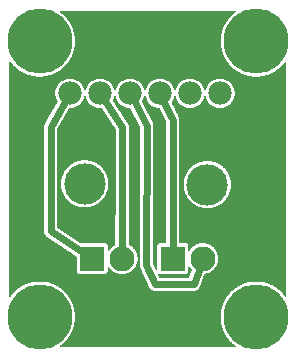
<source format=gtl>
G04 MADE WITH FRITZING*
G04 WWW.FRITZING.ORG*
G04 DOUBLE SIDED*
G04 HOLES PLATED*
G04 CONTOUR ON CENTER OF CONTOUR VECTOR*
%FSLAX26Y26*%
%MOIN*%
%ADD10C,0.075000*%
%ADD11C,0.216536*%
%ADD12C,0.083307*%
%ADD13C,0.078000*%
%ADD14C,0.137795*%
%ADD15R,0.083307X0.083307*%
%ADD16C,0.024000*%
%ADD17C,0.000100*%
%ADD18R,0.001000X0.001000*%
G04 COPPER1*
%FSLAX26Y26*%
%MOIN*%
D10*
X643600Y781000D03*
X844533Y139330D03*
X122566Y139700D03*
X845300Y1058767D03*
X122300Y1058333D03*
X237000Y457500D03*
D11*
X853041Y130880D03*
X130901Y1049957D03*
X853390Y1049870D03*
D12*
X306421Y325003D03*
X406421Y325003D03*
X575163Y325412D03*
X675163Y325412D03*
D13*
X232480Y876093D03*
X332485Y876093D03*
X432489Y876093D03*
X532493Y876093D03*
X632497Y876093D03*
X732501Y876093D03*
D14*
X281437Y574913D03*
X690502Y572171D03*
D11*
X130990Y131200D03*
D15*
X306421Y325003D03*
X575164Y325412D03*
D16*
X574844Y788064D02*
X575149Y347066D01*
D02*
X168117Y416033D02*
X288335Y336908D01*
D02*
X222959Y859650D02*
X168116Y764932D01*
D02*
X540730Y858971D02*
X574844Y788064D01*
D02*
X516414Y239944D02*
X486833Y304251D01*
D02*
X488101Y768789D02*
X441231Y859224D01*
D02*
X407141Y763006D02*
X342952Y860236D01*
D02*
X168117Y764933D02*
X168117Y416033D01*
D02*
X486834Y304251D02*
X488102Y768789D01*
D02*
X645029Y239944D02*
X516416Y239944D01*
D02*
X667963Y304991D02*
X645028Y239944D01*
D02*
X406457Y346657D02*
X407141Y763006D01*
D17*
G36*
X859567Y189467D02*
X865100Y188667D01*
X870433Y187234D01*
X875867Y185200D01*
X881667Y182434D01*
X885933Y179870D01*
X890400Y176430D01*
X894667Y172570D01*
X898633Y168200D01*
X902100Y163600D01*
X904733Y159230D01*
X907300Y153700D01*
X909400Y148130D01*
X910767Y142730D01*
X911633Y137130D01*
X911900Y130900D01*
X911600Y124530D01*
X910733Y118830D01*
X909333Y113530D01*
X907233Y107900D01*
X904633Y102400D01*
X901967Y98000D01*
X898600Y93570D01*
X894733Y89300D01*
X890333Y85300D01*
X885833Y81900D01*
X881433Y79230D01*
X875667Y76530D01*
X870200Y74470D01*
X864833Y73100D01*
X859300Y72300D01*
X852900Y72030D01*
X846433Y72330D01*
X840933Y73130D01*
X835600Y74570D01*
X830000Y76670D01*
X824633Y79230D01*
X819900Y82100D01*
X815600Y85370D01*
X811200Y89430D01*
X807166Y93830D01*
X803900Y98230D01*
X801266Y102630D01*
X798733Y108100D01*
X796600Y113770D01*
X795200Y119270D01*
X794400Y124670D01*
X794133Y130900D01*
X794433Y137530D01*
X795233Y142800D01*
X796733Y148400D01*
X798800Y153900D01*
X801433Y159470D01*
X804033Y163770D01*
X807466Y168300D01*
X811533Y172700D01*
X815800Y176600D01*
X820166Y179870D01*
X824900Y182734D01*
X830200Y185200D01*
X835833Y187334D01*
X841200Y188700D01*
X846700Y189500D01*
X852900Y189767D01*
X859567Y189467D01*
D02*
G37*
D02*
G36*
X137533Y189800D02*
X142866Y189000D01*
X148466Y187500D01*
X153966Y185433D01*
X159533Y182800D01*
X163933Y180100D01*
X168566Y176600D01*
X172466Y173030D01*
X176733Y168330D01*
X179966Y164030D01*
X182766Y159370D01*
X185266Y154030D01*
X187400Y148400D01*
X188733Y143100D01*
X189533Y137770D01*
X189833Y131300D01*
X189533Y124670D01*
X188733Y119130D01*
X187300Y113800D01*
X185200Y108200D01*
X182733Y103070D01*
X179833Y98200D01*
X176666Y94000D01*
X172333Y89270D01*
X168366Y85670D01*
X163733Y82200D01*
X159300Y79500D01*
X153766Y76930D01*
X148200Y74830D01*
X142800Y73470D01*
X137133Y72600D01*
X130867Y72330D01*
X124500Y72630D01*
X118900Y73500D01*
X113500Y74930D01*
X107967Y77000D01*
X102400Y79630D01*
X98000Y82330D01*
X93633Y85630D01*
X89167Y89730D01*
X85167Y94130D01*
X81967Y98430D01*
X79167Y103100D01*
X76533Y108670D01*
X74667Y113770D01*
X73167Y119600D01*
X72367Y124930D01*
X72100Y131300D01*
X72433Y138000D01*
X73200Y143100D01*
X74767Y148900D01*
X76600Y153970D01*
X79467Y159800D01*
X82100Y164230D01*
X85400Y168600D01*
X89400Y172900D01*
X93867Y177000D01*
X98200Y180230D01*
X102633Y182933D01*
X108167Y185500D01*
X113700Y187600D01*
X119333Y189033D01*
X124666Y189833D01*
X130867Y190100D01*
X137533Y189800D01*
D02*
G37*
D02*
G36*
X859934Y1108467D02*
X865234Y1107667D01*
X870934Y1106167D01*
X876367Y1104100D01*
X881734Y1101533D01*
X886401Y1098700D01*
X890767Y1095400D01*
X895034Y1091500D01*
X899067Y1087067D01*
X902301Y1082767D01*
X905134Y1078033D01*
X907567Y1072900D01*
X909734Y1067200D01*
X911167Y1061500D01*
X911967Y1056233D01*
X912234Y1049967D01*
X911934Y1043400D01*
X911134Y1038000D01*
X909667Y1032467D01*
X907567Y1026867D01*
X905034Y1021600D01*
X902234Y1016900D01*
X899001Y1012600D01*
X894901Y1008133D01*
X890567Y1004200D01*
X886301Y1001000D01*
X881501Y998100D01*
X876167Y995600D01*
X870534Y993467D01*
X865234Y992133D01*
X859534Y991267D01*
X853267Y991000D01*
X846934Y991300D01*
X841201Y992167D01*
X835934Y993567D01*
X830334Y995667D01*
X825000Y998200D01*
X820167Y1001133D01*
X815767Y1004467D01*
X811867Y1008067D01*
X807500Y1012866D01*
X804367Y1017066D01*
X801534Y1021800D01*
X799067Y1027066D01*
X796934Y1032700D01*
X795600Y1038000D01*
X794734Y1043800D01*
X794467Y1049900D01*
X794767Y1056367D01*
X795634Y1062033D01*
X797034Y1067300D01*
X799134Y1072900D01*
X801700Y1078267D01*
X804534Y1082967D01*
X807667Y1087100D01*
X812000Y1091833D01*
X816234Y1095633D01*
X820600Y1098967D01*
X825200Y1101667D01*
X830500Y1104167D01*
X836034Y1106267D01*
X841734Y1107700D01*
X847067Y1108500D01*
X853267Y1108767D01*
X859934Y1108467D01*
D02*
G37*
D02*
G36*
X137300Y1108567D02*
X143034Y1107700D01*
X148300Y1106300D01*
X153900Y1104200D01*
X159267Y1101633D01*
X164000Y1098767D01*
X168200Y1095567D01*
X172834Y1091333D01*
X176434Y1087367D01*
X179967Y1082700D01*
X182400Y1078633D01*
X185234Y1072633D01*
X187300Y1067167D01*
X188600Y1062067D01*
X189500Y1056200D01*
X189767Y1049967D01*
X189467Y1043600D01*
X188600Y1037900D01*
X187200Y1032600D01*
X185100Y1026967D01*
X182600Y1021733D01*
X179734Y1016966D01*
X176467Y1012633D01*
X172500Y1008300D01*
X168067Y1004267D01*
X163767Y1001033D01*
X159167Y998267D01*
X153400Y995533D01*
X148334Y993667D01*
X142500Y992167D01*
X137167Y991367D01*
X130767Y991100D01*
X124334Y991400D01*
X119000Y992200D01*
X113200Y993767D01*
X108133Y995600D01*
X102400Y998400D01*
X97800Y1001167D01*
X93500Y1004433D01*
X89133Y1008433D01*
X85133Y1012833D01*
X81900Y1017166D01*
X79033Y1021967D01*
X76600Y1027167D01*
X74467Y1032833D01*
X73067Y1038333D01*
X72267Y1043733D01*
X72000Y1049967D01*
X72300Y1056600D01*
X73100Y1061867D01*
X74600Y1067567D01*
X76600Y1072833D01*
X79500Y1078867D01*
X81933Y1082900D01*
X85500Y1087567D01*
X89067Y1091467D01*
X93767Y1095733D01*
X97967Y1098900D01*
X102733Y1101767D01*
X108067Y1104267D01*
X113700Y1106400D01*
X119000Y1107733D01*
X124733Y1108600D01*
X130767Y1108867D01*
X137300Y1108567D01*
D02*
G37*
D02*
G36*
X629866Y299433D02*
X630599Y299133D01*
X631233Y298600D01*
X632399Y296600D01*
X632999Y295733D01*
X637999Y289567D01*
X638366Y288833D01*
X638466Y288033D01*
X638333Y287267D01*
X629833Y263267D01*
X629333Y262633D01*
X628633Y262167D01*
X627866Y261967D01*
X531666Y262000D01*
X530533Y262467D01*
X530000Y263067D01*
X526033Y271700D01*
X525933Y272100D01*
X526000Y272933D01*
X526300Y273667D01*
X526833Y274300D01*
X527533Y274700D01*
X528333Y274867D01*
X529433Y274667D01*
X530900Y274100D01*
X532466Y273833D01*
X533466Y273767D01*
X616799Y273767D01*
X619233Y274067D01*
X620766Y274600D01*
X622199Y275367D01*
X623633Y276467D01*
X624633Y277567D01*
X625633Y279067D01*
X626199Y280367D01*
X626633Y282067D01*
X626799Y283767D01*
X626833Y297400D01*
X627299Y298533D01*
X627899Y299067D01*
X628633Y299400D01*
X629033Y299500D01*
X629866Y299433D01*
D02*
G37*
D02*
G36*
X483367Y866833D02*
X484367Y866133D01*
X484600Y865800D01*
X484834Y865267D01*
X487500Y857133D01*
X491900Y848767D01*
X497667Y841633D01*
X498800Y840600D01*
X504934Y835733D01*
X505800Y835200D01*
X513367Y831200D01*
X514267Y830833D01*
X522534Y828233D01*
X527200Y827433D01*
X530567Y827167D01*
X531300Y826867D01*
X531934Y826333D01*
X532267Y825833D01*
X552567Y783633D01*
X552800Y782533D01*
X553100Y379167D01*
X552634Y378034D01*
X552034Y377500D01*
X551300Y377167D01*
X550900Y377067D01*
X532667Y377034D01*
X531034Y376767D01*
X529500Y376234D01*
X528067Y375467D01*
X526634Y374367D01*
X525634Y373267D01*
X524734Y371934D01*
X524067Y370467D01*
X523634Y368767D01*
X523467Y367067D01*
X523434Y288167D01*
X522967Y287034D01*
X522367Y286500D01*
X521634Y286167D01*
X521234Y286067D01*
X520400Y286134D01*
X519667Y286434D01*
X519034Y286967D01*
X518700Y287534D01*
X508900Y308900D01*
X508800Y309567D01*
X510034Y770267D01*
X509634Y773100D01*
X508667Y776533D01*
X507600Y778933D01*
X472800Y846100D01*
X472567Y846900D01*
X472567Y847700D01*
X472867Y848533D01*
X477434Y857133D01*
X480234Y865633D01*
X480734Y866300D01*
X481400Y866767D01*
X482167Y866967D01*
X482600Y867000D01*
X483367Y866833D01*
D02*
G37*
D02*
G36*
X695033Y611167D02*
X698500Y610667D01*
X702600Y609634D01*
X705633Y608534D01*
X712467Y604700D01*
X718000Y600067D01*
X723267Y593767D01*
X726967Y587000D01*
X728067Y583867D01*
X728967Y580134D01*
X729467Y576600D01*
X729667Y572200D01*
X729467Y567600D01*
X728933Y564000D01*
X728033Y560400D01*
X726767Y556967D01*
X723333Y550667D01*
X718000Y544367D01*
X712000Y539334D01*
X705367Y535734D01*
X702200Y534634D01*
X698400Y533700D01*
X694767Y533167D01*
X690400Y533000D01*
X685833Y533234D01*
X682300Y533734D01*
X678500Y534700D01*
X675200Y535900D01*
X668433Y539667D01*
X662800Y544434D01*
X657900Y550300D01*
X653967Y557434D01*
X652900Y560467D01*
X651967Y564367D01*
X651467Y567867D01*
X651300Y572200D01*
X651533Y576800D01*
X652000Y580234D01*
X653133Y584767D01*
X654067Y587267D01*
X657900Y594100D01*
X662967Y600100D01*
X668467Y604700D01*
X675667Y608700D01*
X678567Y609700D01*
X682700Y610700D01*
X686100Y611167D01*
X690400Y611367D01*
X695033Y611167D01*
D02*
G37*
D02*
G36*
X286000Y613900D02*
X289466Y613400D01*
X293433Y612400D01*
X296600Y611233D01*
X303300Y607500D01*
X309500Y602267D01*
X313933Y596967D01*
X317800Y590000D01*
X318900Y586967D01*
X319900Y582867D01*
X320433Y579300D01*
X320600Y574933D01*
X320400Y570367D01*
X319866Y566767D01*
X318933Y563033D01*
X317700Y559667D01*
X314266Y553400D01*
X308933Y547100D01*
X302933Y542067D01*
X296366Y538500D01*
X293200Y537367D01*
X289233Y536400D01*
X285933Y535967D01*
X281333Y535767D01*
X276666Y536000D01*
X273266Y536433D01*
X269433Y537433D01*
X266266Y538600D01*
X259733Y542200D01*
X253700Y547267D01*
X248866Y552967D01*
X248566Y553400D01*
X244966Y560033D01*
X243833Y563267D01*
X242933Y567000D01*
X242400Y570633D01*
X242233Y574933D01*
X242433Y579567D01*
X242966Y583100D01*
X243933Y586967D01*
X245200Y590333D01*
X248900Y596967D01*
X253666Y602600D01*
X259600Y607533D01*
X266566Y611400D01*
X269500Y612433D01*
X273633Y613433D01*
X277033Y613900D01*
X281333Y614100D01*
X286000Y613900D01*
D02*
G37*
D02*
D18*
X199500Y1150600D02*
X784500Y1150600D01*
X198500Y1149600D02*
X785500Y1149600D01*
X198500Y1148600D02*
X785500Y1148600D01*
X198500Y1147600D02*
X785500Y1147600D01*
X199500Y1146600D02*
X784500Y1146600D01*
X200500Y1145600D02*
X783500Y1145600D01*
X202500Y1144600D02*
X782500Y1144600D01*
X203500Y1143600D02*
X780500Y1143600D01*
X204500Y1142600D02*
X779500Y1142600D01*
X206500Y1141600D02*
X778500Y1141600D01*
X207500Y1140600D02*
X776500Y1140600D01*
X208500Y1139600D02*
X775500Y1139600D01*
X209500Y1138600D02*
X774500Y1138600D01*
X210500Y1137600D02*
X773500Y1137600D01*
X211500Y1136600D02*
X772500Y1136600D01*
X212500Y1135600D02*
X771500Y1135600D01*
X213500Y1134600D02*
X770500Y1134600D01*
X214500Y1133600D02*
X769500Y1133600D01*
X215500Y1132600D02*
X768500Y1132600D01*
X216500Y1131600D02*
X767500Y1131600D01*
X217500Y1130600D02*
X766500Y1130600D01*
X218500Y1129600D02*
X765500Y1129600D01*
X219500Y1128600D02*
X764500Y1128600D01*
X220500Y1127600D02*
X763500Y1127600D01*
X221500Y1126600D02*
X762500Y1126600D01*
X222500Y1125600D02*
X761500Y1125600D01*
X222500Y1124600D02*
X761500Y1124600D01*
X223500Y1123600D02*
X760500Y1123600D01*
X224500Y1122600D02*
X759500Y1122600D01*
X225500Y1121600D02*
X758500Y1121600D01*
X225500Y1120600D02*
X758500Y1120600D01*
X226500Y1119600D02*
X757500Y1119600D01*
X227500Y1118600D02*
X756500Y1118600D01*
X228500Y1117600D02*
X755500Y1117600D01*
X228500Y1116600D02*
X755500Y1116600D01*
X229500Y1115600D02*
X754500Y1115600D01*
X230500Y1114600D02*
X753500Y1114600D01*
X230500Y1113600D02*
X753500Y1113600D01*
X231500Y1112600D02*
X752500Y1112600D01*
X232500Y1111600D02*
X752500Y1111600D01*
X232500Y1110600D02*
X751500Y1110600D01*
X233500Y1109600D02*
X750500Y1109600D01*
X233500Y1108600D02*
X750500Y1108600D01*
X234500Y1107600D02*
X749500Y1107600D01*
X235500Y1106600D02*
X748500Y1106600D01*
X235500Y1105600D02*
X748500Y1105600D01*
X236500Y1104600D02*
X747500Y1104600D01*
X236500Y1103600D02*
X747500Y1103600D01*
X237500Y1102600D02*
X746500Y1102600D01*
X237500Y1101600D02*
X746500Y1101600D01*
X237500Y1100600D02*
X745500Y1100600D01*
X238500Y1099600D02*
X745500Y1099600D01*
X238500Y1098600D02*
X745500Y1098600D01*
X239500Y1097600D02*
X744500Y1097600D01*
X239500Y1096600D02*
X744500Y1096600D01*
X240500Y1095600D02*
X743500Y1095600D01*
X240500Y1094600D02*
X743500Y1094600D01*
X241500Y1093600D02*
X742500Y1093600D01*
X241500Y1092600D02*
X742500Y1092600D01*
X241500Y1091600D02*
X742500Y1091600D01*
X242500Y1090600D02*
X741500Y1090600D01*
X242500Y1089600D02*
X741500Y1089600D01*
X242500Y1088600D02*
X741500Y1088600D01*
X243500Y1087600D02*
X740500Y1087600D01*
X243500Y1086600D02*
X740500Y1086600D01*
X244500Y1085600D02*
X739500Y1085600D01*
X244500Y1084600D02*
X739500Y1084600D01*
X244500Y1083600D02*
X739500Y1083600D01*
X244500Y1082600D02*
X739500Y1082600D01*
X245500Y1081600D02*
X738500Y1081600D01*
X245500Y1080600D02*
X738500Y1080600D01*
X245500Y1079600D02*
X738500Y1079600D01*
X245500Y1078600D02*
X738500Y1078600D01*
X246500Y1077600D02*
X737500Y1077600D01*
X246500Y1076600D02*
X737500Y1076600D01*
X246500Y1075600D02*
X737500Y1075600D01*
X246500Y1074600D02*
X737500Y1074600D01*
X247500Y1073600D02*
X736500Y1073600D01*
X247500Y1072600D02*
X736500Y1072600D01*
X247500Y1071600D02*
X736500Y1071600D01*
X247500Y1070600D02*
X736500Y1070600D01*
X247500Y1069600D02*
X736500Y1069600D01*
X247500Y1068600D02*
X736500Y1068600D01*
X248500Y1067600D02*
X735500Y1067600D01*
X248500Y1066600D02*
X735500Y1066600D01*
X248500Y1065600D02*
X735500Y1065600D01*
X248500Y1064600D02*
X735500Y1064600D01*
X248500Y1063600D02*
X735500Y1063600D01*
X248500Y1062600D02*
X735500Y1062600D01*
X248500Y1061600D02*
X735500Y1061600D01*
X249500Y1060600D02*
X734500Y1060600D01*
X249500Y1059600D02*
X734500Y1059600D01*
X249500Y1058600D02*
X734500Y1058600D01*
X249500Y1057600D02*
X734500Y1057600D01*
X249500Y1056600D02*
X734500Y1056600D01*
X249500Y1055600D02*
X734500Y1055600D01*
X249500Y1054600D02*
X734500Y1054600D01*
X249500Y1053600D02*
X734500Y1053600D01*
X249500Y1052600D02*
X734500Y1052600D01*
X249500Y1051600D02*
X734500Y1051600D01*
X249500Y1050600D02*
X734500Y1050600D01*
X249500Y1049600D02*
X734500Y1049600D01*
X249500Y1048600D02*
X734500Y1048600D01*
X249500Y1047600D02*
X734500Y1047600D01*
X249500Y1046600D02*
X734500Y1046600D01*
X249500Y1045600D02*
X734500Y1045600D01*
X249500Y1044600D02*
X734500Y1044600D01*
X249500Y1043600D02*
X734500Y1043600D01*
X249500Y1042600D02*
X734500Y1042600D01*
X249500Y1041600D02*
X734500Y1041600D01*
X249500Y1040600D02*
X734500Y1040600D01*
X249500Y1039600D02*
X734500Y1039600D01*
X248500Y1038600D02*
X735500Y1038600D01*
X248500Y1037600D02*
X735500Y1037600D01*
X248500Y1036600D02*
X735500Y1036600D01*
X248500Y1035600D02*
X735500Y1035600D01*
X248500Y1034600D02*
X735500Y1034600D01*
X248500Y1033600D02*
X735500Y1033600D01*
X248500Y1032600D02*
X735500Y1032600D01*
X247500Y1031600D02*
X736500Y1031600D01*
X247500Y1030600D02*
X736500Y1030600D01*
X247500Y1029600D02*
X736500Y1029600D01*
X247500Y1028600D02*
X736500Y1028600D01*
X247500Y1027600D02*
X736500Y1027600D01*
X247500Y1026600D02*
X736500Y1026600D01*
X246500Y1025600D02*
X737500Y1025600D01*
X246500Y1024600D02*
X737500Y1024600D01*
X246500Y1023600D02*
X737500Y1023600D01*
X246500Y1022600D02*
X737500Y1022600D01*
X245500Y1021600D02*
X738500Y1021600D01*
X245500Y1020600D02*
X738500Y1020600D01*
X245500Y1019600D02*
X738500Y1019600D01*
X245500Y1018600D02*
X738500Y1018600D01*
X244500Y1017600D02*
X739500Y1017600D01*
X244500Y1016600D02*
X739500Y1016600D01*
X244500Y1015600D02*
X739500Y1015600D01*
X244500Y1014600D02*
X739500Y1014600D01*
X243500Y1013600D02*
X740500Y1013600D01*
X243500Y1012600D02*
X740500Y1012600D01*
X243500Y1011600D02*
X740500Y1011600D01*
X242500Y1010600D02*
X741500Y1010600D01*
X242500Y1009600D02*
X741500Y1009600D01*
X241500Y1008600D02*
X742500Y1008600D01*
X241500Y1007600D02*
X742500Y1007600D01*
X241500Y1006600D02*
X742500Y1006600D01*
X240500Y1005600D02*
X743500Y1005600D01*
X240500Y1004600D02*
X743500Y1004600D01*
X240500Y1003600D02*
X743500Y1003600D01*
X239500Y1002600D02*
X744500Y1002600D01*
X239500Y1001600D02*
X744500Y1001600D01*
X238500Y1000600D02*
X745500Y1000600D01*
X238500Y999600D02*
X745500Y999600D01*
X237500Y998600D02*
X746500Y998600D01*
X237500Y997600D02*
X746500Y997600D01*
X236500Y996600D02*
X747500Y996600D01*
X236500Y995600D02*
X747500Y995600D01*
X235500Y994600D02*
X748500Y994600D01*
X235500Y993600D02*
X748500Y993600D01*
X234500Y992600D02*
X749500Y992600D01*
X233500Y991600D02*
X749500Y991600D01*
X233500Y990600D02*
X750500Y990600D01*
X232500Y989600D02*
X751500Y989600D01*
X232500Y988600D02*
X751500Y988600D01*
X231500Y987600D02*
X752500Y987600D01*
X230500Y986600D02*
X752500Y986600D01*
X230500Y985600D02*
X753500Y985600D01*
X229500Y984600D02*
X754500Y984600D01*
X229500Y983600D02*
X754500Y983600D01*
X32500Y982600D02*
X32500Y982600D01*
X228500Y982600D02*
X755500Y982600D01*
X951500Y982600D02*
X951500Y982600D01*
X30500Y981600D02*
X34500Y981600D01*
X227500Y981600D02*
X756500Y981600D01*
X949500Y981600D02*
X952500Y981600D01*
X30500Y980600D02*
X34500Y980600D01*
X226500Y980600D02*
X757500Y980600D01*
X949500Y980600D02*
X953500Y980600D01*
X30500Y979600D02*
X35500Y979600D01*
X226500Y979600D02*
X757500Y979600D01*
X948500Y979600D02*
X953500Y979600D01*
X30500Y978600D02*
X36500Y978600D01*
X225500Y978600D02*
X758500Y978600D01*
X947500Y978600D02*
X953500Y978600D01*
X30500Y977600D02*
X37500Y977600D01*
X224500Y977600D02*
X759500Y977600D01*
X947500Y977600D02*
X953500Y977600D01*
X30500Y976600D02*
X37500Y976600D01*
X223500Y976600D02*
X760500Y976600D01*
X946500Y976600D02*
X953500Y976600D01*
X30500Y975600D02*
X38500Y975600D01*
X223500Y975600D02*
X760500Y975600D01*
X945500Y975600D02*
X953500Y975600D01*
X30500Y974600D02*
X39500Y974600D01*
X222500Y974600D02*
X761500Y974600D01*
X944500Y974600D02*
X953500Y974600D01*
X30500Y973600D02*
X40500Y973600D01*
X221500Y973600D02*
X762500Y973600D01*
X943500Y973600D02*
X953500Y973600D01*
X30500Y972600D02*
X41500Y972600D01*
X220500Y972600D02*
X763500Y972600D01*
X942500Y972600D02*
X953500Y972600D01*
X30500Y971600D02*
X41500Y971600D01*
X219500Y971600D02*
X764500Y971600D01*
X942500Y971600D02*
X953500Y971600D01*
X30500Y970600D02*
X42500Y970600D01*
X218500Y970600D02*
X765500Y970600D01*
X941500Y970600D02*
X953500Y970600D01*
X30500Y969600D02*
X43500Y969600D01*
X217500Y969600D02*
X766500Y969600D01*
X940500Y969600D02*
X953500Y969600D01*
X30500Y968600D02*
X44500Y968600D01*
X216500Y968600D02*
X766500Y968600D01*
X939500Y968600D02*
X953500Y968600D01*
X30500Y967600D02*
X45500Y967600D01*
X216500Y967600D02*
X767500Y967600D01*
X938500Y967600D02*
X953500Y967600D01*
X30500Y966600D02*
X46500Y966600D01*
X215500Y966600D02*
X768500Y966600D01*
X937500Y966600D02*
X953500Y966600D01*
X30500Y965600D02*
X47500Y965600D01*
X214500Y965600D02*
X769500Y965600D01*
X936500Y965600D02*
X953500Y965600D01*
X30500Y964600D02*
X48500Y964600D01*
X213500Y964600D02*
X770500Y964600D01*
X935500Y964600D02*
X953500Y964600D01*
X30500Y963600D02*
X49500Y963600D01*
X211500Y963600D02*
X771500Y963600D01*
X934500Y963600D02*
X953500Y963600D01*
X30500Y962600D02*
X50500Y962600D01*
X210500Y962600D02*
X773500Y962600D01*
X933500Y962600D02*
X953500Y962600D01*
X30500Y961600D02*
X52500Y961600D01*
X209500Y961600D02*
X774500Y961600D01*
X932500Y961600D02*
X953500Y961600D01*
X30500Y960600D02*
X53500Y960600D01*
X208500Y960600D02*
X775500Y960600D01*
X930500Y960600D02*
X953500Y960600D01*
X30500Y959600D02*
X54500Y959600D01*
X207500Y959600D02*
X776500Y959600D01*
X929500Y959600D02*
X953500Y959600D01*
X30500Y958600D02*
X55500Y958600D01*
X206500Y958600D02*
X777500Y958600D01*
X928500Y958600D02*
X953500Y958600D01*
X30500Y957600D02*
X56500Y957600D01*
X204500Y957600D02*
X778500Y957600D01*
X927500Y957600D02*
X953500Y957600D01*
X30500Y956600D02*
X58500Y956600D01*
X203500Y956600D02*
X780500Y956600D01*
X925500Y956600D02*
X953500Y956600D01*
X30500Y955600D02*
X59500Y955600D01*
X202500Y955600D02*
X781500Y955600D01*
X924500Y955600D02*
X953500Y955600D01*
X30500Y954600D02*
X60500Y954600D01*
X200500Y954600D02*
X783500Y954600D01*
X923500Y954600D02*
X953500Y954600D01*
X30500Y953600D02*
X62500Y953600D01*
X199500Y953600D02*
X784500Y953600D01*
X921500Y953600D02*
X953500Y953600D01*
X30500Y952600D02*
X63500Y952600D01*
X198500Y952600D02*
X785500Y952600D01*
X920500Y952600D02*
X953500Y952600D01*
X30500Y951600D02*
X65500Y951600D01*
X196500Y951600D02*
X787500Y951600D01*
X919500Y951600D02*
X953500Y951600D01*
X30500Y950600D02*
X66500Y950600D01*
X195500Y950600D02*
X788500Y950600D01*
X917500Y950600D02*
X953500Y950600D01*
X30500Y949600D02*
X68500Y949600D01*
X193500Y949600D02*
X790500Y949600D01*
X915500Y949600D02*
X953500Y949600D01*
X30500Y948600D02*
X69500Y948600D01*
X191500Y948600D02*
X792500Y948600D01*
X914500Y948600D02*
X953500Y948600D01*
X30500Y947600D02*
X71500Y947600D01*
X190500Y947600D02*
X793500Y947600D01*
X912500Y947600D02*
X953500Y947600D01*
X30500Y946600D02*
X73500Y946600D01*
X188500Y946600D02*
X795500Y946600D01*
X910500Y946600D02*
X953500Y946600D01*
X30500Y945600D02*
X74500Y945600D01*
X186500Y945600D02*
X797500Y945600D01*
X909500Y945600D02*
X953500Y945600D01*
X30500Y944600D02*
X76500Y944600D01*
X184500Y944600D02*
X799500Y944600D01*
X907500Y944600D02*
X953500Y944600D01*
X30500Y943600D02*
X79500Y943600D01*
X182500Y943600D02*
X801500Y943600D01*
X904500Y943600D02*
X953500Y943600D01*
X30500Y942600D02*
X81500Y942600D01*
X180500Y942600D02*
X803500Y942600D01*
X902500Y942600D02*
X953500Y942600D01*
X30500Y941600D02*
X83500Y941600D01*
X178500Y941600D02*
X805500Y941600D01*
X900500Y941600D02*
X953500Y941600D01*
X30500Y940600D02*
X85500Y940600D01*
X176500Y940600D02*
X807500Y940600D01*
X898500Y940600D02*
X953500Y940600D01*
X30500Y939600D02*
X88500Y939600D01*
X173500Y939600D02*
X810500Y939600D01*
X895500Y939600D02*
X953500Y939600D01*
X30500Y938600D02*
X91500Y938600D01*
X170500Y938600D02*
X813500Y938600D01*
X893500Y938600D02*
X953500Y938600D01*
X30500Y937600D02*
X93500Y937600D01*
X167500Y937600D02*
X815500Y937600D01*
X890500Y937600D02*
X953500Y937600D01*
X30500Y936600D02*
X97500Y936600D01*
X164500Y936600D02*
X819500Y936600D01*
X887500Y936600D02*
X953500Y936600D01*
X30500Y935600D02*
X101500Y935600D01*
X160500Y935600D02*
X823500Y935600D01*
X883500Y935600D02*
X953500Y935600D01*
X30500Y934600D02*
X104500Y934600D01*
X156500Y934600D02*
X827500Y934600D01*
X879500Y934600D02*
X953500Y934600D01*
X30500Y933600D02*
X110500Y933600D01*
X150500Y933600D02*
X832500Y933600D01*
X873500Y933600D02*
X953500Y933600D01*
X30500Y932600D02*
X117500Y932600D01*
X144500Y932600D02*
X838500Y932600D01*
X867500Y932600D02*
X953500Y932600D01*
X30500Y931600D02*
X953500Y931600D01*
X30500Y930600D02*
X953500Y930600D01*
X30500Y929600D02*
X953500Y929600D01*
X30500Y928600D02*
X953500Y928600D01*
X30500Y927600D02*
X953500Y927600D01*
X30500Y926600D02*
X953500Y926600D01*
X30500Y925600D02*
X953500Y925600D01*
X30500Y924600D02*
X225500Y924600D01*
X239500Y924600D02*
X325500Y924600D01*
X339500Y924600D02*
X425500Y924600D01*
X439500Y924600D02*
X525500Y924600D01*
X539500Y924600D02*
X625500Y924600D01*
X639500Y924600D02*
X725500Y924600D01*
X739500Y924600D02*
X953500Y924600D01*
X30500Y923600D02*
X220500Y923600D01*
X244500Y923600D02*
X320500Y923600D01*
X344500Y923600D02*
X420500Y923600D01*
X444500Y923600D02*
X520500Y923600D01*
X544500Y923600D02*
X620500Y923600D01*
X644500Y923600D02*
X720500Y923600D01*
X744500Y923600D02*
X953500Y923600D01*
X30500Y922600D02*
X217500Y922600D01*
X247500Y922600D02*
X317500Y922600D01*
X347500Y922600D02*
X417500Y922600D01*
X447500Y922600D02*
X517500Y922600D01*
X547500Y922600D02*
X617500Y922600D01*
X647500Y922600D02*
X717500Y922600D01*
X747500Y922600D02*
X953500Y922600D01*
X30500Y921600D02*
X214500Y921600D01*
X250500Y921600D02*
X314500Y921600D01*
X350500Y921600D02*
X414500Y921600D01*
X450500Y921600D02*
X514500Y921600D01*
X550500Y921600D02*
X614500Y921600D01*
X650500Y921600D02*
X714500Y921600D01*
X750500Y921600D02*
X953500Y921600D01*
X30500Y920600D02*
X211500Y920600D01*
X252500Y920600D02*
X311500Y920600D01*
X352500Y920600D02*
X411500Y920600D01*
X452500Y920600D02*
X511500Y920600D01*
X552500Y920600D02*
X611500Y920600D01*
X652500Y920600D02*
X711500Y920600D01*
X752500Y920600D02*
X953500Y920600D01*
X30500Y919600D02*
X210500Y919600D01*
X254500Y919600D02*
X310500Y919600D01*
X354500Y919600D02*
X410500Y919600D01*
X454500Y919600D02*
X509500Y919600D01*
X554500Y919600D02*
X609500Y919600D01*
X654500Y919600D02*
X709500Y919600D01*
X754500Y919600D02*
X953500Y919600D01*
X30500Y918600D02*
X208500Y918600D01*
X256500Y918600D02*
X308500Y918600D01*
X356500Y918600D02*
X408500Y918600D01*
X456500Y918600D02*
X508500Y918600D01*
X556500Y918600D02*
X608500Y918600D01*
X656500Y918600D02*
X708500Y918600D01*
X756500Y918600D02*
X953500Y918600D01*
X30500Y917600D02*
X206500Y917600D01*
X258500Y917600D02*
X306500Y917600D01*
X358500Y917600D02*
X406500Y917600D01*
X458500Y917600D02*
X506500Y917600D01*
X558500Y917600D02*
X606500Y917600D01*
X658500Y917600D02*
X706500Y917600D01*
X758500Y917600D02*
X953500Y917600D01*
X30500Y916600D02*
X204500Y916600D01*
X260500Y916600D02*
X304500Y916600D01*
X360500Y916600D02*
X404500Y916600D01*
X460500Y916600D02*
X504500Y916600D01*
X560500Y916600D02*
X604500Y916600D01*
X660500Y916600D02*
X704500Y916600D01*
X760500Y916600D02*
X953500Y916600D01*
X30500Y915600D02*
X203500Y915600D01*
X261500Y915600D02*
X303500Y915600D01*
X361500Y915600D02*
X403500Y915600D01*
X461500Y915600D02*
X503500Y915600D01*
X561500Y915600D02*
X603500Y915600D01*
X661500Y915600D02*
X703500Y915600D01*
X761500Y915600D02*
X953500Y915600D01*
X30500Y914600D02*
X202500Y914600D01*
X262500Y914600D02*
X301500Y914600D01*
X362500Y914600D02*
X401500Y914600D01*
X462500Y914600D02*
X501500Y914600D01*
X562500Y914600D02*
X601500Y914600D01*
X662500Y914600D02*
X701500Y914600D01*
X762500Y914600D02*
X953500Y914600D01*
X30500Y913600D02*
X200500Y913600D01*
X264500Y913600D02*
X300500Y913600D01*
X364500Y913600D02*
X400500Y913600D01*
X464500Y913600D02*
X500500Y913600D01*
X564500Y913600D02*
X600500Y913600D01*
X663500Y913600D02*
X700500Y913600D01*
X763500Y913600D02*
X953500Y913600D01*
X30500Y912600D02*
X199500Y912600D01*
X265500Y912600D02*
X299500Y912600D01*
X365500Y912600D02*
X399500Y912600D01*
X465500Y912600D02*
X499500Y912600D01*
X565500Y912600D02*
X599500Y912600D01*
X665500Y912600D02*
X699500Y912600D01*
X765500Y912600D02*
X953500Y912600D01*
X30500Y911600D02*
X198500Y911600D01*
X266500Y911600D02*
X298500Y911600D01*
X366500Y911600D02*
X398500Y911600D01*
X466500Y911600D02*
X498500Y911600D01*
X566500Y911600D02*
X598500Y911600D01*
X666500Y911600D02*
X698500Y911600D01*
X766500Y911600D02*
X953500Y911600D01*
X30500Y910600D02*
X197500Y910600D01*
X267500Y910600D02*
X297500Y910600D01*
X367500Y910600D02*
X397500Y910600D01*
X467500Y910600D02*
X497500Y910600D01*
X567500Y910600D02*
X597500Y910600D01*
X667500Y910600D02*
X696500Y910600D01*
X767500Y910600D02*
X953500Y910600D01*
X30500Y909600D02*
X196500Y909600D01*
X268500Y909600D02*
X296500Y909600D01*
X368500Y909600D02*
X396500Y909600D01*
X468500Y909600D02*
X496500Y909600D01*
X568500Y909600D02*
X596500Y909600D01*
X668500Y909600D02*
X696500Y909600D01*
X768500Y909600D02*
X953500Y909600D01*
X30500Y908600D02*
X195500Y908600D01*
X269500Y908600D02*
X295500Y908600D01*
X369500Y908600D02*
X395500Y908600D01*
X469500Y908600D02*
X495500Y908600D01*
X569500Y908600D02*
X595500Y908600D01*
X669500Y908600D02*
X695500Y908600D01*
X769500Y908600D02*
X953500Y908600D01*
X30500Y907600D02*
X194500Y907600D01*
X270500Y907600D02*
X294500Y907600D01*
X370500Y907600D02*
X394500Y907600D01*
X470500Y907600D02*
X494500Y907600D01*
X570500Y907600D02*
X594500Y907600D01*
X670500Y907600D02*
X694500Y907600D01*
X770500Y907600D02*
X953500Y907600D01*
X30500Y906600D02*
X193500Y906600D01*
X270500Y906600D02*
X293500Y906600D01*
X370500Y906600D02*
X393500Y906600D01*
X470500Y906600D02*
X493500Y906600D01*
X570500Y906600D02*
X593500Y906600D01*
X670500Y906600D02*
X693500Y906600D01*
X770500Y906600D02*
X953500Y906600D01*
X30500Y905600D02*
X193500Y905600D01*
X271500Y905600D02*
X293500Y905600D01*
X371500Y905600D02*
X393500Y905600D01*
X471500Y905600D02*
X492500Y905600D01*
X571500Y905600D02*
X592500Y905600D01*
X671500Y905600D02*
X692500Y905600D01*
X771500Y905600D02*
X953500Y905600D01*
X30500Y904600D02*
X192500Y904600D01*
X272500Y904600D02*
X292500Y904600D01*
X372500Y904600D02*
X392500Y904600D01*
X472500Y904600D02*
X492500Y904600D01*
X572500Y904600D02*
X592500Y904600D01*
X672500Y904600D02*
X692500Y904600D01*
X772500Y904600D02*
X953500Y904600D01*
X30500Y903600D02*
X191500Y903600D01*
X273500Y903600D02*
X291500Y903600D01*
X373500Y903600D02*
X391500Y903600D01*
X473500Y903600D02*
X491500Y903600D01*
X573500Y903600D02*
X591500Y903600D01*
X673500Y903600D02*
X691500Y903600D01*
X773500Y903600D02*
X953500Y903600D01*
X30500Y902600D02*
X190500Y902600D01*
X273500Y902600D02*
X290500Y902600D01*
X373500Y902600D02*
X390500Y902600D01*
X473500Y902600D02*
X490500Y902600D01*
X573500Y902600D02*
X590500Y902600D01*
X673500Y902600D02*
X690500Y902600D01*
X773500Y902600D02*
X953500Y902600D01*
X30500Y901600D02*
X190500Y901600D01*
X274500Y901600D02*
X290500Y901600D01*
X374500Y901600D02*
X390500Y901600D01*
X474500Y901600D02*
X490500Y901600D01*
X574500Y901600D02*
X590500Y901600D01*
X674500Y901600D02*
X690500Y901600D01*
X774500Y901600D02*
X953500Y901600D01*
X30500Y900600D02*
X189500Y900600D01*
X274500Y900600D02*
X289500Y900600D01*
X374500Y900600D02*
X389500Y900600D01*
X474500Y900600D02*
X489500Y900600D01*
X574500Y900600D02*
X589500Y900600D01*
X674500Y900600D02*
X689500Y900600D01*
X774500Y900600D02*
X953500Y900600D01*
X30500Y899600D02*
X189500Y899600D01*
X275500Y899600D02*
X289500Y899600D01*
X375500Y899600D02*
X389500Y899600D01*
X475500Y899600D02*
X489500Y899600D01*
X575500Y899600D02*
X589500Y899600D01*
X675500Y899600D02*
X689500Y899600D01*
X775500Y899600D02*
X953500Y899600D01*
X30500Y898600D02*
X188500Y898600D01*
X276500Y898600D02*
X288500Y898600D01*
X375500Y898600D02*
X388500Y898600D01*
X475500Y898600D02*
X488500Y898600D01*
X575500Y898600D02*
X588500Y898600D01*
X675500Y898600D02*
X688500Y898600D01*
X775500Y898600D02*
X953500Y898600D01*
X30500Y897600D02*
X188500Y897600D01*
X276500Y897600D02*
X288500Y897600D01*
X376500Y897600D02*
X388500Y897600D01*
X476500Y897600D02*
X488500Y897600D01*
X576500Y897600D02*
X588500Y897600D01*
X676500Y897600D02*
X688500Y897600D01*
X776500Y897600D02*
X953500Y897600D01*
X30500Y896600D02*
X187500Y896600D01*
X277500Y896600D02*
X287500Y896600D01*
X377500Y896600D02*
X387500Y896600D01*
X477500Y896600D02*
X487500Y896600D01*
X577500Y896600D02*
X587500Y896600D01*
X676500Y896600D02*
X687500Y896600D01*
X776500Y896600D02*
X953500Y896600D01*
X30500Y895600D02*
X187500Y895600D01*
X277500Y895600D02*
X287500Y895600D01*
X377500Y895600D02*
X387500Y895600D01*
X477500Y895600D02*
X487500Y895600D01*
X577500Y895600D02*
X587500Y895600D01*
X677500Y895600D02*
X687500Y895600D01*
X777500Y895600D02*
X953500Y895600D01*
X30500Y894600D02*
X186500Y894600D01*
X278500Y894600D02*
X286500Y894600D01*
X377500Y894600D02*
X386500Y894600D01*
X477500Y894600D02*
X486500Y894600D01*
X577500Y894600D02*
X586500Y894600D01*
X677500Y894600D02*
X686500Y894600D01*
X777500Y894600D02*
X953500Y894600D01*
X30500Y893600D02*
X186500Y893600D01*
X278500Y893600D02*
X286500Y893600D01*
X378500Y893600D02*
X386500Y893600D01*
X478500Y893600D02*
X486500Y893600D01*
X578500Y893600D02*
X586500Y893600D01*
X678500Y893600D02*
X686500Y893600D01*
X778500Y893600D02*
X953500Y893600D01*
X30500Y892600D02*
X186500Y892600D01*
X278500Y892600D02*
X286500Y892600D01*
X378500Y892600D02*
X386500Y892600D01*
X478500Y892600D02*
X486500Y892600D01*
X578500Y892600D02*
X586500Y892600D01*
X678500Y892600D02*
X686500Y892600D01*
X778500Y892600D02*
X953500Y892600D01*
X30500Y891600D02*
X185500Y891600D01*
X278500Y891600D02*
X285500Y891600D01*
X378500Y891600D02*
X385500Y891600D01*
X478500Y891600D02*
X485500Y891600D01*
X578500Y891600D02*
X585500Y891600D01*
X678500Y891600D02*
X685500Y891600D01*
X778500Y891600D02*
X953500Y891600D01*
X30500Y890600D02*
X185500Y890600D01*
X279500Y890600D02*
X285500Y890600D01*
X379500Y890600D02*
X385500Y890600D01*
X479500Y890600D02*
X485500Y890600D01*
X579500Y890600D02*
X585500Y890600D01*
X679500Y890600D02*
X685500Y890600D01*
X779500Y890600D02*
X953500Y890600D01*
X30500Y889600D02*
X185500Y889600D01*
X279500Y889600D02*
X285500Y889600D01*
X379500Y889600D02*
X385500Y889600D01*
X479500Y889600D02*
X485500Y889600D01*
X579500Y889600D02*
X585500Y889600D01*
X679500Y889600D02*
X685500Y889600D01*
X779500Y889600D02*
X953500Y889600D01*
X30500Y888600D02*
X184500Y888600D01*
X279500Y888600D02*
X284500Y888600D01*
X379500Y888600D02*
X384500Y888600D01*
X479500Y888600D02*
X484500Y888600D01*
X579500Y888600D02*
X584500Y888600D01*
X679500Y888600D02*
X684500Y888600D01*
X779500Y888600D02*
X953500Y888600D01*
X30500Y887600D02*
X184500Y887600D01*
X280500Y887600D02*
X284500Y887600D01*
X380500Y887600D02*
X384500Y887600D01*
X480500Y887600D02*
X484500Y887600D01*
X580500Y887600D02*
X584500Y887600D01*
X680500Y887600D02*
X684500Y887600D01*
X780500Y887600D02*
X953500Y887600D01*
X30500Y886600D02*
X184500Y886600D01*
X280500Y886600D02*
X284500Y886600D01*
X380500Y886600D02*
X384500Y886600D01*
X480500Y886600D02*
X484500Y886600D01*
X580500Y886600D02*
X584500Y886600D01*
X680500Y886600D02*
X683500Y886600D01*
X780500Y886600D02*
X953500Y886600D01*
X30500Y885600D02*
X183500Y885600D01*
X281500Y885600D02*
X283500Y885600D01*
X381500Y885600D02*
X383500Y885600D01*
X481500Y885600D02*
X483500Y885600D01*
X581500Y885600D02*
X583500Y885600D01*
X681500Y885600D02*
X683500Y885600D01*
X780500Y885600D02*
X953500Y885600D01*
X30500Y884600D02*
X183500Y884600D01*
X780500Y884600D02*
X953500Y884600D01*
X30500Y883600D02*
X183500Y883600D01*
X781500Y883600D02*
X953500Y883600D01*
X30500Y882600D02*
X183500Y882600D01*
X781500Y882600D02*
X953500Y882600D01*
X30500Y881600D02*
X183500Y881600D01*
X781500Y881600D02*
X953500Y881600D01*
X30500Y880600D02*
X183500Y880600D01*
X781500Y880600D02*
X953500Y880600D01*
X30500Y879600D02*
X183500Y879600D01*
X781500Y879600D02*
X953500Y879600D01*
X30500Y878600D02*
X183500Y878600D01*
X781500Y878600D02*
X953500Y878600D01*
X30500Y877600D02*
X182500Y877600D01*
X781500Y877600D02*
X953500Y877600D01*
X30500Y876600D02*
X182500Y876600D01*
X781500Y876600D02*
X953500Y876600D01*
X30500Y875600D02*
X182500Y875600D01*
X781500Y875600D02*
X953500Y875600D01*
X30500Y874600D02*
X182500Y874600D01*
X781500Y874600D02*
X953500Y874600D01*
X30500Y873600D02*
X183500Y873600D01*
X781500Y873600D02*
X953500Y873600D01*
X30500Y872600D02*
X183500Y872600D01*
X781500Y872600D02*
X953500Y872600D01*
X30500Y871600D02*
X183500Y871600D01*
X781500Y871600D02*
X953500Y871600D01*
X30500Y870600D02*
X183500Y870600D01*
X781500Y870600D02*
X953500Y870600D01*
X30500Y869600D02*
X183500Y869600D01*
X781500Y869600D02*
X953500Y869600D01*
X30500Y868600D02*
X183500Y868600D01*
X781500Y868600D02*
X953500Y868600D01*
X30500Y867600D02*
X183500Y867600D01*
X780500Y867600D02*
X953500Y867600D01*
X30500Y866600D02*
X183500Y866600D01*
X281500Y866600D02*
X283500Y866600D01*
X381500Y866600D02*
X383500Y866600D01*
X581500Y866600D02*
X583500Y866600D01*
X681500Y866600D02*
X683500Y866600D01*
X780500Y866600D02*
X953500Y866600D01*
X30500Y865600D02*
X184500Y865600D01*
X280500Y865600D02*
X284500Y865600D01*
X380500Y865600D02*
X384500Y865600D01*
X580500Y865600D02*
X584500Y865600D01*
X680500Y865600D02*
X684500Y865600D01*
X780500Y865600D02*
X953500Y865600D01*
X30500Y864600D02*
X184500Y864600D01*
X280500Y864600D02*
X284500Y864600D01*
X380500Y864600D02*
X384500Y864600D01*
X580500Y864600D02*
X584500Y864600D01*
X680500Y864600D02*
X684500Y864600D01*
X780500Y864600D02*
X953500Y864600D01*
X30500Y863600D02*
X184500Y863600D01*
X279500Y863600D02*
X284500Y863600D01*
X379500Y863600D02*
X384500Y863600D01*
X579500Y863600D02*
X584500Y863600D01*
X679500Y863600D02*
X684500Y863600D01*
X779500Y863600D02*
X953500Y863600D01*
X30500Y862600D02*
X185500Y862600D01*
X279500Y862600D02*
X285500Y862600D01*
X379500Y862600D02*
X385500Y862600D01*
X579500Y862600D02*
X585500Y862600D01*
X679500Y862600D02*
X685500Y862600D01*
X779500Y862600D02*
X953500Y862600D01*
X30500Y861600D02*
X185500Y861600D01*
X279500Y861600D02*
X285500Y861600D01*
X379500Y861600D02*
X385500Y861600D01*
X579500Y861600D02*
X585500Y861600D01*
X679500Y861600D02*
X685500Y861600D01*
X779500Y861600D02*
X953500Y861600D01*
X30500Y860600D02*
X185500Y860600D01*
X278500Y860600D02*
X285500Y860600D01*
X378500Y860600D02*
X385500Y860600D01*
X578500Y860600D02*
X585500Y860600D01*
X678500Y860600D02*
X685500Y860600D01*
X778500Y860600D02*
X953500Y860600D01*
X30500Y859600D02*
X186500Y859600D01*
X278500Y859600D02*
X286500Y859600D01*
X378500Y859600D02*
X386500Y859600D01*
X578500Y859600D02*
X586500Y859600D01*
X678500Y859600D02*
X686500Y859600D01*
X778500Y859600D02*
X953500Y859600D01*
X30500Y858600D02*
X186500Y858600D01*
X278500Y858600D02*
X286500Y858600D01*
X378500Y858600D02*
X386500Y858600D01*
X578500Y858600D02*
X586500Y858600D01*
X678500Y858600D02*
X686500Y858600D01*
X778500Y858600D02*
X953500Y858600D01*
X30500Y857600D02*
X186500Y857600D01*
X277500Y857600D02*
X286500Y857600D01*
X377500Y857600D02*
X386500Y857600D01*
X577500Y857600D02*
X586500Y857600D01*
X677500Y857600D02*
X686500Y857600D01*
X777500Y857600D02*
X953500Y857600D01*
X30500Y856600D02*
X187500Y856600D01*
X277500Y856600D02*
X287500Y856600D01*
X377500Y856600D02*
X387500Y856600D01*
X577500Y856600D02*
X587500Y856600D01*
X677500Y856600D02*
X687500Y856600D01*
X777500Y856600D02*
X953500Y856600D01*
X30500Y855600D02*
X187500Y855600D01*
X277500Y855600D02*
X287500Y855600D01*
X377500Y855600D02*
X387500Y855600D01*
X576500Y855600D02*
X587500Y855600D01*
X676500Y855600D02*
X687500Y855600D01*
X776500Y855600D02*
X953500Y855600D01*
X30500Y854600D02*
X188500Y854600D01*
X276500Y854600D02*
X288500Y854600D01*
X376500Y854600D02*
X388500Y854600D01*
X576500Y854600D02*
X588500Y854600D01*
X676500Y854600D02*
X688500Y854600D01*
X776500Y854600D02*
X953500Y854600D01*
X30500Y853600D02*
X188500Y853600D01*
X275500Y853600D02*
X288500Y853600D01*
X376500Y853600D02*
X388500Y853600D01*
X575500Y853600D02*
X588500Y853600D01*
X675500Y853600D02*
X688500Y853600D01*
X775500Y853600D02*
X953500Y853600D01*
X30500Y852600D02*
X189500Y852600D01*
X275500Y852600D02*
X289500Y852600D01*
X375500Y852600D02*
X389500Y852600D01*
X575500Y852600D02*
X589500Y852600D01*
X675500Y852600D02*
X689500Y852600D01*
X775500Y852600D02*
X953500Y852600D01*
X30500Y851600D02*
X189500Y851600D01*
X274500Y851600D02*
X289500Y851600D01*
X375500Y851600D02*
X389500Y851600D01*
X574500Y851600D02*
X589500Y851600D01*
X674500Y851600D02*
X689500Y851600D01*
X774500Y851600D02*
X953500Y851600D01*
X30500Y850600D02*
X190500Y850600D01*
X274500Y850600D02*
X290500Y850600D01*
X376500Y850600D02*
X390500Y850600D01*
X574500Y850600D02*
X590500Y850600D01*
X674500Y850600D02*
X690500Y850600D01*
X774500Y850600D02*
X953500Y850600D01*
X30500Y849600D02*
X190500Y849600D01*
X273500Y849600D02*
X290500Y849600D01*
X376500Y849600D02*
X390500Y849600D01*
X573500Y849600D02*
X590500Y849600D01*
X673500Y849600D02*
X690500Y849600D01*
X773500Y849600D02*
X953500Y849600D01*
X30500Y848600D02*
X190500Y848600D01*
X273500Y848600D02*
X291500Y848600D01*
X377500Y848600D02*
X391500Y848600D01*
X573500Y848600D02*
X591500Y848600D01*
X673500Y848600D02*
X691500Y848600D01*
X773500Y848600D02*
X953500Y848600D01*
X30500Y847600D02*
X189500Y847600D01*
X272500Y847600D02*
X292500Y847600D01*
X378500Y847600D02*
X392500Y847600D01*
X572500Y847600D02*
X592500Y847600D01*
X672500Y847600D02*
X692500Y847600D01*
X772500Y847600D02*
X953500Y847600D01*
X30500Y846600D02*
X189500Y846600D01*
X271500Y846600D02*
X293500Y846600D01*
X378500Y846600D02*
X393500Y846600D01*
X572500Y846600D02*
X593500Y846600D01*
X671500Y846600D02*
X692500Y846600D01*
X771500Y846600D02*
X953500Y846600D01*
X30500Y845600D02*
X188500Y845600D01*
X270500Y845600D02*
X293500Y845600D01*
X379500Y845600D02*
X393500Y845600D01*
X572500Y845600D02*
X593500Y845600D01*
X670500Y845600D02*
X693500Y845600D01*
X770500Y845600D02*
X953500Y845600D01*
X30500Y844600D02*
X188500Y844600D01*
X270500Y844600D02*
X294500Y844600D01*
X380500Y844600D02*
X394500Y844600D01*
X572500Y844600D02*
X594500Y844600D01*
X669500Y844600D02*
X694500Y844600D01*
X769500Y844600D02*
X953500Y844600D01*
X30500Y843600D02*
X187500Y843600D01*
X269500Y843600D02*
X295500Y843600D01*
X380500Y843600D02*
X395500Y843600D01*
X572500Y843600D02*
X595500Y843600D01*
X669500Y843600D02*
X695500Y843600D01*
X769500Y843600D02*
X953500Y843600D01*
X30500Y842600D02*
X187500Y842600D01*
X268500Y842600D02*
X296500Y842600D01*
X381500Y842600D02*
X396500Y842600D01*
X573500Y842600D02*
X596500Y842600D01*
X668500Y842600D02*
X696500Y842600D01*
X768500Y842600D02*
X953500Y842600D01*
X30500Y841600D02*
X186500Y841600D01*
X267500Y841600D02*
X297500Y841600D01*
X382500Y841600D02*
X397500Y841600D01*
X573500Y841600D02*
X597500Y841600D01*
X667500Y841600D02*
X697500Y841600D01*
X767500Y841600D02*
X953500Y841600D01*
X30500Y840600D02*
X185500Y840600D01*
X266500Y840600D02*
X298500Y840600D01*
X382500Y840600D02*
X398500Y840600D01*
X574500Y840600D02*
X598500Y840600D01*
X666500Y840600D02*
X698500Y840600D01*
X766500Y840600D02*
X953500Y840600D01*
X30500Y839600D02*
X185500Y839600D01*
X265500Y839600D02*
X299500Y839600D01*
X383500Y839600D02*
X399500Y839600D01*
X574500Y839600D02*
X599500Y839600D01*
X665500Y839600D02*
X699500Y839600D01*
X765500Y839600D02*
X953500Y839600D01*
X30500Y838600D02*
X184500Y838600D01*
X264500Y838600D02*
X300500Y838600D01*
X383500Y838600D02*
X400500Y838600D01*
X575500Y838600D02*
X600500Y838600D01*
X663500Y838600D02*
X700500Y838600D01*
X763500Y838600D02*
X953500Y838600D01*
X30500Y837600D02*
X184500Y837600D01*
X262500Y837600D02*
X302500Y837600D01*
X384500Y837600D02*
X402500Y837600D01*
X575500Y837600D02*
X601500Y837600D01*
X662500Y837600D02*
X701500Y837600D01*
X762500Y837600D02*
X953500Y837600D01*
X30500Y836600D02*
X183500Y836600D01*
X261500Y836600D02*
X303500Y836600D01*
X385500Y836600D02*
X403500Y836600D01*
X576500Y836600D02*
X603500Y836600D01*
X661500Y836600D02*
X703500Y836600D01*
X761500Y836600D02*
X953500Y836600D01*
X30500Y835600D02*
X183500Y835600D01*
X260500Y835600D02*
X304500Y835600D01*
X385500Y835600D02*
X404500Y835600D01*
X576500Y835600D02*
X604500Y835600D01*
X660500Y835600D02*
X704500Y835600D01*
X760500Y835600D02*
X953500Y835600D01*
X30500Y834600D02*
X182500Y834600D01*
X258500Y834600D02*
X306500Y834600D01*
X386500Y834600D02*
X406500Y834600D01*
X577500Y834600D02*
X606500Y834600D01*
X658500Y834600D02*
X706500Y834600D01*
X758500Y834600D02*
X953500Y834600D01*
X30500Y833600D02*
X181500Y833600D01*
X256500Y833600D02*
X308500Y833600D01*
X387500Y833600D02*
X408500Y833600D01*
X577500Y833600D02*
X608500Y833600D01*
X656500Y833600D02*
X708500Y833600D01*
X756500Y833600D02*
X953500Y833600D01*
X30500Y832600D02*
X181500Y832600D01*
X254500Y832600D02*
X310500Y832600D01*
X387500Y832600D02*
X410500Y832600D01*
X578500Y832600D02*
X610500Y832600D01*
X654500Y832600D02*
X710500Y832600D01*
X754500Y832600D02*
X953500Y832600D01*
X30500Y831600D02*
X180500Y831600D01*
X252500Y831600D02*
X312500Y831600D01*
X388500Y831600D02*
X412500Y831600D01*
X578500Y831600D02*
X612500Y831600D01*
X652500Y831600D02*
X711500Y831600D01*
X752500Y831600D02*
X953500Y831600D01*
X30500Y830600D02*
X180500Y830600D01*
X250500Y830600D02*
X314500Y830600D01*
X389500Y830600D02*
X414500Y830600D01*
X579500Y830600D02*
X614500Y830600D01*
X650500Y830600D02*
X714500Y830600D01*
X749500Y830600D02*
X953500Y830600D01*
X30500Y829600D02*
X179500Y829600D01*
X247500Y829600D02*
X317500Y829600D01*
X389500Y829600D02*
X417500Y829600D01*
X579500Y829600D02*
X617500Y829600D01*
X646500Y829600D02*
X717500Y829600D01*
X746500Y829600D02*
X953500Y829600D01*
X30500Y828600D02*
X178500Y828600D01*
X243500Y828600D02*
X320500Y828600D01*
X390500Y828600D02*
X420500Y828600D01*
X580500Y828600D02*
X620500Y828600D01*
X643500Y828600D02*
X720500Y828600D01*
X743500Y828600D02*
X953500Y828600D01*
X30500Y827600D02*
X178500Y827600D01*
X238500Y827600D02*
X325500Y827600D01*
X391500Y827600D02*
X425500Y827600D01*
X580500Y827600D02*
X625500Y827600D01*
X638500Y827600D02*
X725500Y827600D01*
X738500Y827600D02*
X953500Y827600D01*
X30500Y826600D02*
X177500Y826600D01*
X229500Y826600D02*
X338500Y826600D01*
X391500Y826600D02*
X432500Y826600D01*
X581500Y826600D02*
X953500Y826600D01*
X30500Y825600D02*
X177500Y825600D01*
X229500Y825600D02*
X338500Y825600D01*
X392500Y825600D02*
X433500Y825600D01*
X581500Y825600D02*
X953500Y825600D01*
X30500Y824600D02*
X176500Y824600D01*
X228500Y824600D02*
X339500Y824600D01*
X393500Y824600D02*
X433500Y824600D01*
X581500Y824600D02*
X953500Y824600D01*
X30500Y823600D02*
X176500Y823600D01*
X227500Y823600D02*
X340500Y823600D01*
X393500Y823600D02*
X434500Y823600D01*
X582500Y823600D02*
X953500Y823600D01*
X30500Y822600D02*
X175500Y822600D01*
X227500Y822600D02*
X340500Y822600D01*
X394500Y822600D02*
X434500Y822600D01*
X582500Y822600D02*
X953500Y822600D01*
X30500Y821600D02*
X174500Y821600D01*
X226500Y821600D02*
X341500Y821600D01*
X395500Y821600D02*
X435500Y821600D01*
X583500Y821600D02*
X953500Y821600D01*
X30500Y820600D02*
X174500Y820600D01*
X226500Y820600D02*
X342500Y820600D01*
X395500Y820600D02*
X435500Y820600D01*
X583500Y820600D02*
X953500Y820600D01*
X30500Y819600D02*
X173500Y819600D01*
X225500Y819600D02*
X342500Y819600D01*
X396500Y819600D02*
X436500Y819600D01*
X584500Y819600D02*
X953500Y819600D01*
X30500Y818600D02*
X173500Y818600D01*
X225500Y818600D02*
X343500Y818600D01*
X397500Y818600D02*
X436500Y818600D01*
X584500Y818600D02*
X953500Y818600D01*
X30500Y817600D02*
X172500Y817600D01*
X224500Y817600D02*
X344500Y817600D01*
X397500Y817600D02*
X437500Y817600D01*
X585500Y817600D02*
X953500Y817600D01*
X30500Y816600D02*
X172500Y816600D01*
X223500Y816600D02*
X344500Y816600D01*
X398500Y816600D02*
X437500Y816600D01*
X585500Y816600D02*
X953500Y816600D01*
X30500Y815600D02*
X171500Y815600D01*
X223500Y815600D02*
X345500Y815600D01*
X399500Y815600D02*
X438500Y815600D01*
X586500Y815600D02*
X953500Y815600D01*
X30500Y814600D02*
X170500Y814600D01*
X222500Y814600D02*
X346500Y814600D01*
X399500Y814600D02*
X438500Y814600D01*
X586500Y814600D02*
X953500Y814600D01*
X30500Y813600D02*
X170500Y813600D01*
X222500Y813600D02*
X346500Y813600D01*
X400500Y813600D02*
X439500Y813600D01*
X587500Y813600D02*
X953500Y813600D01*
X30500Y812600D02*
X169500Y812600D01*
X221500Y812600D02*
X347500Y812600D01*
X401500Y812600D02*
X439500Y812600D01*
X587500Y812600D02*
X953500Y812600D01*
X30500Y811600D02*
X169500Y811600D01*
X220500Y811600D02*
X348500Y811600D01*
X401500Y811600D02*
X440500Y811600D01*
X588500Y811600D02*
X953500Y811600D01*
X30500Y810600D02*
X168500Y810600D01*
X220500Y810600D02*
X348500Y810600D01*
X402500Y810600D02*
X441500Y810600D01*
X588500Y810600D02*
X953500Y810600D01*
X30500Y809600D02*
X168500Y809600D01*
X219500Y809600D02*
X349500Y809600D01*
X403500Y809600D02*
X441500Y809600D01*
X589500Y809600D02*
X953500Y809600D01*
X30500Y808600D02*
X167500Y808600D01*
X219500Y808600D02*
X350500Y808600D01*
X403500Y808600D02*
X442500Y808600D01*
X589500Y808600D02*
X953500Y808600D01*
X30500Y807600D02*
X166500Y807600D01*
X218500Y807600D02*
X350500Y807600D01*
X404500Y807600D02*
X442500Y807600D01*
X590500Y807600D02*
X953500Y807600D01*
X30500Y806600D02*
X166500Y806600D01*
X218500Y806600D02*
X351500Y806600D01*
X405500Y806600D02*
X443500Y806600D01*
X590500Y806600D02*
X953500Y806600D01*
X30500Y805600D02*
X165500Y805600D01*
X217500Y805600D02*
X352500Y805600D01*
X405500Y805600D02*
X443500Y805600D01*
X591500Y805600D02*
X953500Y805600D01*
X30500Y804600D02*
X165500Y804600D01*
X216500Y804600D02*
X352500Y804600D01*
X406500Y804600D02*
X444500Y804600D01*
X591500Y804600D02*
X953500Y804600D01*
X30500Y803600D02*
X164500Y803600D01*
X216500Y803600D02*
X353500Y803600D01*
X407500Y803600D02*
X444500Y803600D01*
X592500Y803600D02*
X953500Y803600D01*
X30500Y802600D02*
X163500Y802600D01*
X215500Y802600D02*
X354500Y802600D01*
X407500Y802600D02*
X445500Y802600D01*
X592500Y802600D02*
X953500Y802600D01*
X30500Y801600D02*
X163500Y801600D01*
X215500Y801600D02*
X354500Y801600D01*
X408500Y801600D02*
X445500Y801600D01*
X593500Y801600D02*
X953500Y801600D01*
X30500Y800600D02*
X162500Y800600D01*
X214500Y800600D02*
X355500Y800600D01*
X409500Y800600D02*
X446500Y800600D01*
X593500Y800600D02*
X953500Y800600D01*
X30500Y799600D02*
X162500Y799600D01*
X214500Y799600D02*
X356500Y799600D01*
X409500Y799600D02*
X446500Y799600D01*
X593500Y799600D02*
X953500Y799600D01*
X30500Y798600D02*
X161500Y798600D01*
X213500Y798600D02*
X356500Y798600D01*
X410500Y798600D02*
X447500Y798600D01*
X594500Y798600D02*
X953500Y798600D01*
X30500Y797600D02*
X161500Y797600D01*
X212500Y797600D02*
X357500Y797600D01*
X411500Y797600D02*
X447500Y797600D01*
X594500Y797600D02*
X953500Y797600D01*
X30500Y796600D02*
X160500Y796600D01*
X212500Y796600D02*
X358500Y796600D01*
X411500Y796600D02*
X448500Y796600D01*
X595500Y796600D02*
X953500Y796600D01*
X30500Y795600D02*
X159500Y795600D01*
X211500Y795600D02*
X358500Y795600D01*
X412500Y795600D02*
X448500Y795600D01*
X595500Y795600D02*
X953500Y795600D01*
X30500Y794600D02*
X159500Y794600D01*
X211500Y794600D02*
X359500Y794600D01*
X412500Y794600D02*
X449500Y794600D01*
X596500Y794600D02*
X953500Y794600D01*
X30500Y793600D02*
X158500Y793600D01*
X210500Y793600D02*
X360500Y793600D01*
X413500Y793600D02*
X449500Y793600D01*
X596500Y793600D02*
X953500Y793600D01*
X30500Y792600D02*
X158500Y792600D01*
X209500Y792600D02*
X360500Y792600D01*
X414500Y792600D02*
X450500Y792600D01*
X596500Y792600D02*
X953500Y792600D01*
X30500Y791600D02*
X157500Y791600D01*
X209500Y791600D02*
X361500Y791600D01*
X414500Y791600D02*
X450500Y791600D01*
X596500Y791600D02*
X953500Y791600D01*
X30500Y790600D02*
X157500Y790600D01*
X208500Y790600D02*
X361500Y790600D01*
X415500Y790600D02*
X451500Y790600D01*
X596500Y790600D02*
X953500Y790600D01*
X30500Y789600D02*
X156500Y789600D01*
X208500Y789600D02*
X362500Y789600D01*
X416500Y789600D02*
X451500Y789600D01*
X597500Y789600D02*
X953500Y789600D01*
X30500Y788600D02*
X155500Y788600D01*
X207500Y788600D02*
X363500Y788600D01*
X416500Y788600D02*
X452500Y788600D01*
X597500Y788600D02*
X953500Y788600D01*
X30500Y787600D02*
X155500Y787600D01*
X207500Y787600D02*
X363500Y787600D01*
X417500Y787600D02*
X452500Y787600D01*
X597500Y787600D02*
X953500Y787600D01*
X30500Y786600D02*
X154500Y786600D01*
X206500Y786600D02*
X364500Y786600D01*
X418500Y786600D02*
X453500Y786600D01*
X597500Y786600D02*
X953500Y786600D01*
X30500Y785600D02*
X154500Y785600D01*
X205500Y785600D02*
X365500Y785600D01*
X418500Y785600D02*
X454500Y785600D01*
X597500Y785600D02*
X953500Y785600D01*
X30500Y784600D02*
X153500Y784600D01*
X205500Y784600D02*
X365500Y784600D01*
X419500Y784600D02*
X454500Y784600D01*
X597500Y784600D02*
X953500Y784600D01*
X30500Y783600D02*
X152500Y783600D01*
X204500Y783600D02*
X366500Y783600D01*
X420500Y783600D02*
X455500Y783600D01*
X597500Y783600D02*
X953500Y783600D01*
X30500Y782600D02*
X152500Y782600D01*
X204500Y782600D02*
X367500Y782600D01*
X420500Y782600D02*
X455500Y782600D01*
X597500Y782600D02*
X953500Y782600D01*
X30500Y781600D02*
X151500Y781600D01*
X203500Y781600D02*
X367500Y781600D01*
X421500Y781600D02*
X456500Y781600D01*
X597500Y781600D02*
X953500Y781600D01*
X30500Y780600D02*
X151500Y780600D01*
X203500Y780600D02*
X368500Y780600D01*
X422500Y780600D02*
X456500Y780600D01*
X597500Y780600D02*
X953500Y780600D01*
X30500Y779600D02*
X150500Y779600D01*
X202500Y779600D02*
X369500Y779600D01*
X422500Y779600D02*
X457500Y779600D01*
X597500Y779600D02*
X953500Y779600D01*
X30500Y778600D02*
X150500Y778600D01*
X201500Y778600D02*
X369500Y778600D01*
X423500Y778600D02*
X457500Y778600D01*
X597500Y778600D02*
X953500Y778600D01*
X30500Y777600D02*
X149500Y777600D01*
X201500Y777600D02*
X370500Y777600D01*
X424500Y777600D02*
X458500Y777600D01*
X597500Y777600D02*
X953500Y777600D01*
X30500Y776600D02*
X148500Y776600D01*
X200500Y776600D02*
X371500Y776600D01*
X424500Y776600D02*
X458500Y776600D01*
X597500Y776600D02*
X953500Y776600D01*
X30500Y775600D02*
X148500Y775600D01*
X200500Y775600D02*
X371500Y775600D01*
X425500Y775600D02*
X459500Y775600D01*
X597500Y775600D02*
X953500Y775600D01*
X30500Y774600D02*
X147500Y774600D01*
X199500Y774600D02*
X372500Y774600D01*
X426500Y774600D02*
X459500Y774600D01*
X597500Y774600D02*
X953500Y774600D01*
X30500Y773600D02*
X147500Y773600D01*
X198500Y773600D02*
X373500Y773600D01*
X426500Y773600D02*
X460500Y773600D01*
X597500Y773600D02*
X953500Y773600D01*
X30500Y772600D02*
X147500Y772600D01*
X198500Y772600D02*
X373500Y772600D01*
X427500Y772600D02*
X460500Y772600D01*
X597500Y772600D02*
X953500Y772600D01*
X30500Y771600D02*
X146500Y771600D01*
X197500Y771600D02*
X374500Y771600D01*
X427500Y771600D02*
X461500Y771600D01*
X597500Y771600D02*
X953500Y771600D01*
X30500Y770600D02*
X146500Y770600D01*
X197500Y770600D02*
X375500Y770600D01*
X428500Y770600D02*
X461500Y770600D01*
X597500Y770600D02*
X953500Y770600D01*
X30500Y769600D02*
X146500Y769600D01*
X196500Y769600D02*
X375500Y769600D01*
X428500Y769600D02*
X462500Y769600D01*
X597500Y769600D02*
X953500Y769600D01*
X30500Y768600D02*
X145500Y768600D01*
X196500Y768600D02*
X376500Y768600D01*
X428500Y768600D02*
X462500Y768600D01*
X597500Y768600D02*
X953500Y768600D01*
X30500Y767600D02*
X145500Y767600D01*
X195500Y767600D02*
X377500Y767600D01*
X428500Y767600D02*
X463500Y767600D01*
X597500Y767600D02*
X953500Y767600D01*
X30500Y766600D02*
X145500Y766600D01*
X194500Y766600D02*
X377500Y766600D01*
X429500Y766600D02*
X463500Y766600D01*
X597500Y766600D02*
X953500Y766600D01*
X30500Y765600D02*
X145500Y765600D01*
X194500Y765600D02*
X378500Y765600D01*
X429500Y765600D02*
X464500Y765600D01*
X597500Y765600D02*
X953500Y765600D01*
X30500Y764600D02*
X145500Y764600D01*
X193500Y764600D02*
X379500Y764600D01*
X429500Y764600D02*
X464500Y764600D01*
X597500Y764600D02*
X953500Y764600D01*
X30500Y763600D02*
X145500Y763600D01*
X193500Y763600D02*
X379500Y763600D01*
X429500Y763600D02*
X465500Y763600D01*
X597500Y763600D02*
X953500Y763600D01*
X30500Y762600D02*
X145500Y762600D01*
X192500Y762600D02*
X380500Y762600D01*
X429500Y762600D02*
X465500Y762600D01*
X597500Y762600D02*
X953500Y762600D01*
X30500Y761600D02*
X145500Y761600D01*
X192500Y761600D02*
X381500Y761600D01*
X429500Y761600D02*
X465500Y761600D01*
X597500Y761600D02*
X953500Y761600D01*
X30500Y760600D02*
X145500Y760600D01*
X191500Y760600D02*
X381500Y760600D01*
X429500Y760600D02*
X465500Y760600D01*
X597500Y760600D02*
X953500Y760600D01*
X30500Y759600D02*
X145500Y759600D01*
X190500Y759600D02*
X382500Y759600D01*
X429500Y759600D02*
X465500Y759600D01*
X597500Y759600D02*
X953500Y759600D01*
X30500Y758600D02*
X145500Y758600D01*
X190500Y758600D02*
X383500Y758600D01*
X429500Y758600D02*
X465500Y758600D01*
X597500Y758600D02*
X953500Y758600D01*
X30500Y757600D02*
X145500Y757600D01*
X190500Y757600D02*
X383500Y757600D01*
X429500Y757600D02*
X465500Y757600D01*
X597500Y757600D02*
X953500Y757600D01*
X30500Y756600D02*
X145500Y756600D01*
X190500Y756600D02*
X384500Y756600D01*
X429500Y756600D02*
X465500Y756600D01*
X597500Y756600D02*
X953500Y756600D01*
X30500Y755600D02*
X145500Y755600D01*
X190500Y755600D02*
X384500Y755600D01*
X429500Y755600D02*
X465500Y755600D01*
X597500Y755600D02*
X953500Y755600D01*
X30500Y754600D02*
X145500Y754600D01*
X190500Y754600D02*
X384500Y754600D01*
X429500Y754600D02*
X465500Y754600D01*
X597500Y754600D02*
X953500Y754600D01*
X30500Y753600D02*
X145500Y753600D01*
X190500Y753600D02*
X384500Y753600D01*
X429500Y753600D02*
X465500Y753600D01*
X597500Y753600D02*
X953500Y753600D01*
X30500Y752600D02*
X145500Y752600D01*
X190500Y752600D02*
X384500Y752600D01*
X429500Y752600D02*
X465500Y752600D01*
X597500Y752600D02*
X953500Y752600D01*
X30500Y751600D02*
X145500Y751600D01*
X190500Y751600D02*
X384500Y751600D01*
X429500Y751600D02*
X465500Y751600D01*
X597500Y751600D02*
X953500Y751600D01*
X30500Y750600D02*
X145500Y750600D01*
X190500Y750600D02*
X384500Y750600D01*
X429500Y750600D02*
X465500Y750600D01*
X597500Y750600D02*
X953500Y750600D01*
X30500Y749600D02*
X145500Y749600D01*
X190500Y749600D02*
X384500Y749600D01*
X429500Y749600D02*
X465500Y749600D01*
X597500Y749600D02*
X953500Y749600D01*
X30500Y748600D02*
X145500Y748600D01*
X190500Y748600D02*
X384500Y748600D01*
X429500Y748600D02*
X465500Y748600D01*
X597500Y748600D02*
X953500Y748600D01*
X30500Y747600D02*
X145500Y747600D01*
X190500Y747600D02*
X384500Y747600D01*
X429500Y747600D02*
X465500Y747600D01*
X597500Y747600D02*
X953500Y747600D01*
X30500Y746600D02*
X145500Y746600D01*
X190500Y746600D02*
X384500Y746600D01*
X429500Y746600D02*
X465500Y746600D01*
X597500Y746600D02*
X953500Y746600D01*
X30500Y745600D02*
X145500Y745600D01*
X190500Y745600D02*
X384500Y745600D01*
X429500Y745600D02*
X465500Y745600D01*
X597500Y745600D02*
X953500Y745600D01*
X30500Y744600D02*
X145500Y744600D01*
X190500Y744600D02*
X384500Y744600D01*
X429500Y744600D02*
X465500Y744600D01*
X597500Y744600D02*
X953500Y744600D01*
X30500Y743600D02*
X145500Y743600D01*
X190500Y743600D02*
X384500Y743600D01*
X429500Y743600D02*
X465500Y743600D01*
X597500Y743600D02*
X953500Y743600D01*
X30500Y742600D02*
X145500Y742600D01*
X190500Y742600D02*
X384500Y742600D01*
X429500Y742600D02*
X465500Y742600D01*
X597500Y742600D02*
X953500Y742600D01*
X30500Y741600D02*
X145500Y741600D01*
X190500Y741600D02*
X384500Y741600D01*
X429500Y741600D02*
X465500Y741600D01*
X597500Y741600D02*
X953500Y741600D01*
X30500Y740600D02*
X145500Y740600D01*
X190500Y740600D02*
X384500Y740600D01*
X429500Y740600D02*
X465500Y740600D01*
X597500Y740600D02*
X953500Y740600D01*
X30500Y739600D02*
X145500Y739600D01*
X190500Y739600D02*
X384500Y739600D01*
X429500Y739600D02*
X465500Y739600D01*
X597500Y739600D02*
X953500Y739600D01*
X30500Y738600D02*
X145500Y738600D01*
X190500Y738600D02*
X384500Y738600D01*
X429500Y738600D02*
X465500Y738600D01*
X597500Y738600D02*
X953500Y738600D01*
X30500Y737600D02*
X145500Y737600D01*
X190500Y737600D02*
X384500Y737600D01*
X429500Y737600D02*
X465500Y737600D01*
X597500Y737600D02*
X953500Y737600D01*
X30500Y736600D02*
X145500Y736600D01*
X190500Y736600D02*
X384500Y736600D01*
X429500Y736600D02*
X465500Y736600D01*
X597500Y736600D02*
X953500Y736600D01*
X30500Y735600D02*
X145500Y735600D01*
X190500Y735600D02*
X384500Y735600D01*
X429500Y735600D02*
X465500Y735600D01*
X597500Y735600D02*
X953500Y735600D01*
X30500Y734600D02*
X145500Y734600D01*
X190500Y734600D02*
X384500Y734600D01*
X429500Y734600D02*
X465500Y734600D01*
X597500Y734600D02*
X953500Y734600D01*
X30500Y733600D02*
X145500Y733600D01*
X190500Y733600D02*
X384500Y733600D01*
X429500Y733600D02*
X465500Y733600D01*
X597500Y733600D02*
X953500Y733600D01*
X30500Y732600D02*
X145500Y732600D01*
X190500Y732600D02*
X384500Y732600D01*
X429500Y732600D02*
X465500Y732600D01*
X597500Y732600D02*
X953500Y732600D01*
X30500Y731600D02*
X145500Y731600D01*
X190500Y731600D02*
X384500Y731600D01*
X429500Y731600D02*
X465500Y731600D01*
X597500Y731600D02*
X953500Y731600D01*
X30500Y730600D02*
X145500Y730600D01*
X190500Y730600D02*
X384500Y730600D01*
X429500Y730600D02*
X465500Y730600D01*
X597500Y730600D02*
X953500Y730600D01*
X30500Y729600D02*
X145500Y729600D01*
X190500Y729600D02*
X384500Y729600D01*
X429500Y729600D02*
X465500Y729600D01*
X597500Y729600D02*
X953500Y729600D01*
X30500Y728600D02*
X145500Y728600D01*
X190500Y728600D02*
X384500Y728600D01*
X429500Y728600D02*
X465500Y728600D01*
X597500Y728600D02*
X953500Y728600D01*
X30500Y727600D02*
X145500Y727600D01*
X190500Y727600D02*
X384500Y727600D01*
X429500Y727600D02*
X465500Y727600D01*
X597500Y727600D02*
X953500Y727600D01*
X30500Y726600D02*
X145500Y726600D01*
X190500Y726600D02*
X384500Y726600D01*
X429500Y726600D02*
X465500Y726600D01*
X597500Y726600D02*
X953500Y726600D01*
X30500Y725600D02*
X145500Y725600D01*
X190500Y725600D02*
X384500Y725600D01*
X429500Y725600D02*
X465500Y725600D01*
X597500Y725600D02*
X953500Y725600D01*
X30500Y724600D02*
X145500Y724600D01*
X190500Y724600D02*
X384500Y724600D01*
X429500Y724600D02*
X465500Y724600D01*
X597500Y724600D02*
X953500Y724600D01*
X30500Y723600D02*
X145500Y723600D01*
X190500Y723600D02*
X384500Y723600D01*
X429500Y723600D02*
X465500Y723600D01*
X597500Y723600D02*
X953500Y723600D01*
X30500Y722600D02*
X145500Y722600D01*
X190500Y722600D02*
X384500Y722600D01*
X429500Y722600D02*
X465500Y722600D01*
X597500Y722600D02*
X953500Y722600D01*
X30500Y721600D02*
X145500Y721600D01*
X190500Y721600D02*
X384500Y721600D01*
X429500Y721600D02*
X465500Y721600D01*
X597500Y721600D02*
X953500Y721600D01*
X30500Y720600D02*
X145500Y720600D01*
X190500Y720600D02*
X384500Y720600D01*
X429500Y720600D02*
X465500Y720600D01*
X597500Y720600D02*
X953500Y720600D01*
X30500Y719600D02*
X145500Y719600D01*
X190500Y719600D02*
X384500Y719600D01*
X429500Y719600D02*
X465500Y719600D01*
X597500Y719600D02*
X953500Y719600D01*
X30500Y718600D02*
X145500Y718600D01*
X190500Y718600D02*
X384500Y718600D01*
X429500Y718600D02*
X465500Y718600D01*
X597500Y718600D02*
X953500Y718600D01*
X30500Y717600D02*
X145500Y717600D01*
X190500Y717600D02*
X384500Y717600D01*
X429500Y717600D02*
X465500Y717600D01*
X597500Y717600D02*
X953500Y717600D01*
X30500Y716600D02*
X145500Y716600D01*
X190500Y716600D02*
X384500Y716600D01*
X429500Y716600D02*
X465500Y716600D01*
X597500Y716600D02*
X953500Y716600D01*
X30500Y715600D02*
X145500Y715600D01*
X190500Y715600D02*
X384500Y715600D01*
X429500Y715600D02*
X465500Y715600D01*
X597500Y715600D02*
X953500Y715600D01*
X30500Y714600D02*
X145500Y714600D01*
X190500Y714600D02*
X384500Y714600D01*
X429500Y714600D02*
X465500Y714600D01*
X597500Y714600D02*
X953500Y714600D01*
X30500Y713600D02*
X145500Y713600D01*
X190500Y713600D02*
X384500Y713600D01*
X429500Y713600D02*
X465500Y713600D01*
X597500Y713600D02*
X953500Y713600D01*
X30500Y712600D02*
X145500Y712600D01*
X190500Y712600D02*
X384500Y712600D01*
X429500Y712600D02*
X465500Y712600D01*
X597500Y712600D02*
X953500Y712600D01*
X30500Y711600D02*
X145500Y711600D01*
X190500Y711600D02*
X384500Y711600D01*
X429500Y711600D02*
X465500Y711600D01*
X597500Y711600D02*
X953500Y711600D01*
X30500Y710600D02*
X145500Y710600D01*
X190500Y710600D02*
X384500Y710600D01*
X429500Y710600D02*
X465500Y710600D01*
X597500Y710600D02*
X953500Y710600D01*
X30500Y709600D02*
X145500Y709600D01*
X190500Y709600D02*
X384500Y709600D01*
X429500Y709600D02*
X465500Y709600D01*
X597500Y709600D02*
X953500Y709600D01*
X30500Y708600D02*
X145500Y708600D01*
X190500Y708600D02*
X384500Y708600D01*
X429500Y708600D02*
X465500Y708600D01*
X597500Y708600D02*
X953500Y708600D01*
X30500Y707600D02*
X145500Y707600D01*
X190500Y707600D02*
X384500Y707600D01*
X429500Y707600D02*
X465500Y707600D01*
X597500Y707600D02*
X953500Y707600D01*
X30500Y706600D02*
X145500Y706600D01*
X190500Y706600D02*
X384500Y706600D01*
X429500Y706600D02*
X465500Y706600D01*
X597500Y706600D02*
X953500Y706600D01*
X30500Y705600D02*
X145500Y705600D01*
X190500Y705600D02*
X384500Y705600D01*
X429500Y705600D02*
X465500Y705600D01*
X597500Y705600D02*
X953500Y705600D01*
X30500Y704600D02*
X145500Y704600D01*
X190500Y704600D02*
X384500Y704600D01*
X429500Y704600D02*
X465500Y704600D01*
X597500Y704600D02*
X953500Y704600D01*
X30500Y703600D02*
X145500Y703600D01*
X190500Y703600D02*
X384500Y703600D01*
X429500Y703600D02*
X465500Y703600D01*
X597500Y703600D02*
X953500Y703600D01*
X30500Y702600D02*
X145500Y702600D01*
X190500Y702600D02*
X384500Y702600D01*
X429500Y702600D02*
X465500Y702600D01*
X597500Y702600D02*
X953500Y702600D01*
X30500Y701600D02*
X145500Y701600D01*
X190500Y701600D02*
X384500Y701600D01*
X429500Y701600D02*
X465500Y701600D01*
X597500Y701600D02*
X953500Y701600D01*
X30500Y700600D02*
X145500Y700600D01*
X190500Y700600D02*
X384500Y700600D01*
X429500Y700600D02*
X465500Y700600D01*
X597500Y700600D02*
X953500Y700600D01*
X30500Y699600D02*
X145500Y699600D01*
X190500Y699600D02*
X384500Y699600D01*
X429500Y699600D02*
X465500Y699600D01*
X597500Y699600D02*
X953500Y699600D01*
X30500Y698600D02*
X145500Y698600D01*
X190500Y698600D02*
X384500Y698600D01*
X429500Y698600D02*
X465500Y698600D01*
X597500Y698600D02*
X953500Y698600D01*
X30500Y697600D02*
X145500Y697600D01*
X190500Y697600D02*
X384500Y697600D01*
X429500Y697600D02*
X465500Y697600D01*
X597500Y697600D02*
X953500Y697600D01*
X30500Y696600D02*
X145500Y696600D01*
X190500Y696600D02*
X384500Y696600D01*
X429500Y696600D02*
X465500Y696600D01*
X597500Y696600D02*
X953500Y696600D01*
X30500Y695600D02*
X145500Y695600D01*
X190500Y695600D02*
X384500Y695600D01*
X429500Y695600D02*
X465500Y695600D01*
X597500Y695600D02*
X953500Y695600D01*
X30500Y694600D02*
X145500Y694600D01*
X190500Y694600D02*
X384500Y694600D01*
X429500Y694600D02*
X465500Y694600D01*
X597500Y694600D02*
X953500Y694600D01*
X30500Y693600D02*
X145500Y693600D01*
X190500Y693600D02*
X384500Y693600D01*
X429500Y693600D02*
X465500Y693600D01*
X597500Y693600D02*
X953500Y693600D01*
X30500Y692600D02*
X145500Y692600D01*
X190500Y692600D02*
X384500Y692600D01*
X429500Y692600D02*
X465500Y692600D01*
X597500Y692600D02*
X953500Y692600D01*
X30500Y691600D02*
X145500Y691600D01*
X190500Y691600D02*
X384500Y691600D01*
X429500Y691600D02*
X465500Y691600D01*
X597500Y691600D02*
X953500Y691600D01*
X30500Y690600D02*
X145500Y690600D01*
X190500Y690600D02*
X384500Y690600D01*
X429500Y690600D02*
X465500Y690600D01*
X597500Y690600D02*
X953500Y690600D01*
X30500Y689600D02*
X145500Y689600D01*
X190500Y689600D02*
X384500Y689600D01*
X429500Y689600D02*
X465500Y689600D01*
X597500Y689600D02*
X953500Y689600D01*
X30500Y688600D02*
X145500Y688600D01*
X190500Y688600D02*
X384500Y688600D01*
X429500Y688600D02*
X465500Y688600D01*
X597500Y688600D02*
X953500Y688600D01*
X30500Y687600D02*
X145500Y687600D01*
X190500Y687600D02*
X384500Y687600D01*
X429500Y687600D02*
X465500Y687600D01*
X597500Y687600D02*
X953500Y687600D01*
X30500Y686600D02*
X145500Y686600D01*
X190500Y686600D02*
X384500Y686600D01*
X429500Y686600D02*
X465500Y686600D01*
X597500Y686600D02*
X953500Y686600D01*
X30500Y685600D02*
X145500Y685600D01*
X190500Y685600D02*
X384500Y685600D01*
X429500Y685600D02*
X465500Y685600D01*
X597500Y685600D02*
X953500Y685600D01*
X30500Y684600D02*
X145500Y684600D01*
X190500Y684600D02*
X384500Y684600D01*
X429500Y684600D02*
X465500Y684600D01*
X597500Y684600D02*
X953500Y684600D01*
X30500Y683600D02*
X145500Y683600D01*
X190500Y683600D02*
X384500Y683600D01*
X429500Y683600D02*
X465500Y683600D01*
X597500Y683600D02*
X953500Y683600D01*
X30500Y682600D02*
X145500Y682600D01*
X190500Y682600D02*
X384500Y682600D01*
X429500Y682600D02*
X465500Y682600D01*
X597500Y682600D02*
X953500Y682600D01*
X30500Y681600D02*
X145500Y681600D01*
X190500Y681600D02*
X384500Y681600D01*
X429500Y681600D02*
X465500Y681600D01*
X597500Y681600D02*
X953500Y681600D01*
X30500Y680600D02*
X145500Y680600D01*
X190500Y680600D02*
X384500Y680600D01*
X429500Y680600D02*
X465500Y680600D01*
X597500Y680600D02*
X953500Y680600D01*
X30500Y679600D02*
X145500Y679600D01*
X190500Y679600D02*
X384500Y679600D01*
X429500Y679600D02*
X465500Y679600D01*
X597500Y679600D02*
X953500Y679600D01*
X30500Y678600D02*
X145500Y678600D01*
X190500Y678600D02*
X384500Y678600D01*
X429500Y678600D02*
X465500Y678600D01*
X597500Y678600D02*
X953500Y678600D01*
X30500Y677600D02*
X145500Y677600D01*
X190500Y677600D02*
X384500Y677600D01*
X429500Y677600D02*
X465500Y677600D01*
X597500Y677600D02*
X953500Y677600D01*
X30500Y676600D02*
X145500Y676600D01*
X190500Y676600D02*
X384500Y676600D01*
X429500Y676600D02*
X465500Y676600D01*
X597500Y676600D02*
X953500Y676600D01*
X30500Y675600D02*
X145500Y675600D01*
X190500Y675600D02*
X384500Y675600D01*
X429500Y675600D02*
X465500Y675600D01*
X597500Y675600D02*
X953500Y675600D01*
X30500Y674600D02*
X145500Y674600D01*
X190500Y674600D02*
X384500Y674600D01*
X429500Y674600D02*
X465500Y674600D01*
X597500Y674600D02*
X953500Y674600D01*
X30500Y673600D02*
X145500Y673600D01*
X190500Y673600D02*
X384500Y673600D01*
X429500Y673600D02*
X465500Y673600D01*
X597500Y673600D02*
X953500Y673600D01*
X30500Y672600D02*
X145500Y672600D01*
X190500Y672600D02*
X384500Y672600D01*
X429500Y672600D02*
X465500Y672600D01*
X597500Y672600D02*
X953500Y672600D01*
X30500Y671600D02*
X145500Y671600D01*
X190500Y671600D02*
X384500Y671600D01*
X429500Y671600D02*
X465500Y671600D01*
X597500Y671600D02*
X953500Y671600D01*
X30500Y670600D02*
X145500Y670600D01*
X190500Y670600D02*
X384500Y670600D01*
X429500Y670600D02*
X465500Y670600D01*
X597500Y670600D02*
X953500Y670600D01*
X30500Y669600D02*
X145500Y669600D01*
X190500Y669600D02*
X384500Y669600D01*
X429500Y669600D02*
X465500Y669600D01*
X597500Y669600D02*
X953500Y669600D01*
X30500Y668600D02*
X145500Y668600D01*
X190500Y668600D02*
X384500Y668600D01*
X429500Y668600D02*
X465500Y668600D01*
X597500Y668600D02*
X953500Y668600D01*
X30500Y667600D02*
X145500Y667600D01*
X190500Y667600D02*
X384500Y667600D01*
X429500Y667600D02*
X465500Y667600D01*
X597500Y667600D02*
X953500Y667600D01*
X30500Y666600D02*
X145500Y666600D01*
X190500Y666600D02*
X384500Y666600D01*
X429500Y666600D02*
X465500Y666600D01*
X597500Y666600D02*
X953500Y666600D01*
X30500Y665600D02*
X145500Y665600D01*
X190500Y665600D02*
X384500Y665600D01*
X429500Y665600D02*
X465500Y665600D01*
X597500Y665600D02*
X953500Y665600D01*
X30500Y664600D02*
X145500Y664600D01*
X190500Y664600D02*
X384500Y664600D01*
X429500Y664600D02*
X465500Y664600D01*
X597500Y664600D02*
X953500Y664600D01*
X30500Y663600D02*
X145500Y663600D01*
X190500Y663600D02*
X384500Y663600D01*
X429500Y663600D02*
X465500Y663600D01*
X597500Y663600D02*
X953500Y663600D01*
X30500Y662600D02*
X145500Y662600D01*
X190500Y662600D02*
X384500Y662600D01*
X429500Y662600D02*
X465500Y662600D01*
X597500Y662600D02*
X953500Y662600D01*
X30500Y661600D02*
X145500Y661600D01*
X190500Y661600D02*
X384500Y661600D01*
X429500Y661600D02*
X465500Y661600D01*
X597500Y661600D02*
X953500Y661600D01*
X30500Y660600D02*
X145500Y660600D01*
X190500Y660600D02*
X384500Y660600D01*
X429500Y660600D02*
X465500Y660600D01*
X597500Y660600D02*
X953500Y660600D01*
X30500Y659600D02*
X145500Y659600D01*
X190500Y659600D02*
X384500Y659600D01*
X429500Y659600D02*
X465500Y659600D01*
X597500Y659600D02*
X953500Y659600D01*
X30500Y658600D02*
X145500Y658600D01*
X190500Y658600D02*
X384500Y658600D01*
X429500Y658600D02*
X465500Y658600D01*
X597500Y658600D02*
X953500Y658600D01*
X30500Y657600D02*
X145500Y657600D01*
X190500Y657600D02*
X384500Y657600D01*
X429500Y657600D02*
X465500Y657600D01*
X597500Y657600D02*
X953500Y657600D01*
X30500Y656600D02*
X145500Y656600D01*
X190500Y656600D02*
X384500Y656600D01*
X429500Y656600D02*
X465500Y656600D01*
X597500Y656600D02*
X953500Y656600D01*
X30500Y655600D02*
X145500Y655600D01*
X190500Y655600D02*
X384500Y655600D01*
X429500Y655600D02*
X465500Y655600D01*
X597500Y655600D02*
X953500Y655600D01*
X30500Y654600D02*
X145500Y654600D01*
X190500Y654600D02*
X384500Y654600D01*
X429500Y654600D02*
X465500Y654600D01*
X597500Y654600D02*
X953500Y654600D01*
X30500Y653600D02*
X145500Y653600D01*
X190500Y653600D02*
X275500Y653600D01*
X287500Y653600D02*
X384500Y653600D01*
X429500Y653600D02*
X465500Y653600D01*
X597500Y653600D02*
X953500Y653600D01*
X30500Y652600D02*
X145500Y652600D01*
X190500Y652600D02*
X267500Y652600D01*
X294500Y652600D02*
X384500Y652600D01*
X429500Y652600D02*
X465500Y652600D01*
X597500Y652600D02*
X953500Y652600D01*
X30500Y651600D02*
X145500Y651600D01*
X190500Y651600D02*
X262500Y651600D01*
X299500Y651600D02*
X384500Y651600D01*
X429500Y651600D02*
X465500Y651600D01*
X597500Y651600D02*
X953500Y651600D01*
X30500Y650600D02*
X145500Y650600D01*
X190500Y650600D02*
X259500Y650600D01*
X303500Y650600D02*
X384500Y650600D01*
X429500Y650600D02*
X465500Y650600D01*
X597500Y650600D02*
X681500Y650600D01*
X699500Y650600D02*
X953500Y650600D01*
X30500Y649600D02*
X145500Y649600D01*
X190500Y649600D02*
X255500Y649600D01*
X306500Y649600D02*
X384500Y649600D01*
X429500Y649600D02*
X465500Y649600D01*
X597500Y649600D02*
X675500Y649600D01*
X705500Y649600D02*
X953500Y649600D01*
X30500Y648600D02*
X145500Y648600D01*
X190500Y648600D02*
X253500Y648600D01*
X309500Y648600D02*
X384500Y648600D01*
X429500Y648600D02*
X465500Y648600D01*
X597500Y648600D02*
X670500Y648600D01*
X709500Y648600D02*
X953500Y648600D01*
X30500Y647600D02*
X145500Y647600D01*
X190500Y647600D02*
X250500Y647600D01*
X312500Y647600D02*
X384500Y647600D01*
X429500Y647600D02*
X465500Y647600D01*
X597500Y647600D02*
X667500Y647600D01*
X713500Y647600D02*
X953500Y647600D01*
X30500Y646600D02*
X145500Y646600D01*
X190500Y646600D02*
X248500Y646600D01*
X314500Y646600D02*
X384500Y646600D01*
X429500Y646600D02*
X465500Y646600D01*
X597500Y646600D02*
X664500Y646600D01*
X716500Y646600D02*
X953500Y646600D01*
X30500Y645600D02*
X145500Y645600D01*
X190500Y645600D02*
X246500Y645600D01*
X316500Y645600D02*
X384500Y645600D01*
X429500Y645600D02*
X465500Y645600D01*
X597500Y645600D02*
X661500Y645600D01*
X719500Y645600D02*
X953500Y645600D01*
X30500Y644600D02*
X145500Y644600D01*
X190500Y644600D02*
X244500Y644600D01*
X318500Y644600D02*
X384500Y644600D01*
X429500Y644600D02*
X465500Y644600D01*
X597500Y644600D02*
X658500Y644600D01*
X721500Y644600D02*
X953500Y644600D01*
X30500Y643600D02*
X145500Y643600D01*
X190500Y643600D02*
X242500Y643600D01*
X320500Y643600D02*
X384500Y643600D01*
X429500Y643600D02*
X465500Y643600D01*
X597500Y643600D02*
X656500Y643600D01*
X723500Y643600D02*
X953500Y643600D01*
X30500Y642600D02*
X145500Y642600D01*
X190500Y642600D02*
X240500Y642600D01*
X321500Y642600D02*
X384500Y642600D01*
X429500Y642600D02*
X465500Y642600D01*
X597500Y642600D02*
X654500Y642600D01*
X725500Y642600D02*
X953500Y642600D01*
X30500Y641600D02*
X145500Y641600D01*
X190500Y641600D02*
X239500Y641600D01*
X323500Y641600D02*
X384500Y641600D01*
X429500Y641600D02*
X465500Y641600D01*
X597500Y641600D02*
X652500Y641600D01*
X728500Y641600D02*
X953500Y641600D01*
X30500Y640600D02*
X145500Y640600D01*
X190500Y640600D02*
X237500Y640600D01*
X325500Y640600D02*
X384500Y640600D01*
X429500Y640600D02*
X465500Y640600D01*
X597500Y640600D02*
X650500Y640600D01*
X729500Y640600D02*
X953500Y640600D01*
X30500Y639600D02*
X145500Y639600D01*
X190500Y639600D02*
X235500Y639600D01*
X326500Y639600D02*
X384500Y639600D01*
X429500Y639600D02*
X465500Y639600D01*
X597500Y639600D02*
X649500Y639600D01*
X731500Y639600D02*
X953500Y639600D01*
X30500Y638600D02*
X145500Y638600D01*
X190500Y638600D02*
X234500Y638600D01*
X328500Y638600D02*
X384500Y638600D01*
X429500Y638600D02*
X465500Y638600D01*
X597500Y638600D02*
X647500Y638600D01*
X733500Y638600D02*
X953500Y638600D01*
X30500Y637600D02*
X145500Y637600D01*
X190500Y637600D02*
X233500Y637600D01*
X329500Y637600D02*
X384500Y637600D01*
X429500Y637600D02*
X465500Y637600D01*
X597500Y637600D02*
X645500Y637600D01*
X734500Y637600D02*
X953500Y637600D01*
X30500Y636600D02*
X145500Y636600D01*
X190500Y636600D02*
X231500Y636600D01*
X331500Y636600D02*
X384500Y636600D01*
X429500Y636600D02*
X465500Y636600D01*
X597500Y636600D02*
X644500Y636600D01*
X736500Y636600D02*
X953500Y636600D01*
X30500Y635600D02*
X145500Y635600D01*
X190500Y635600D02*
X230500Y635600D01*
X332500Y635600D02*
X384500Y635600D01*
X429500Y635600D02*
X465500Y635600D01*
X597500Y635600D02*
X643500Y635600D01*
X737500Y635600D02*
X953500Y635600D01*
X30500Y634600D02*
X145500Y634600D01*
X190500Y634600D02*
X229500Y634600D01*
X333500Y634600D02*
X384500Y634600D01*
X429500Y634600D02*
X465500Y634600D01*
X597500Y634600D02*
X641500Y634600D01*
X738500Y634600D02*
X953500Y634600D01*
X30500Y633600D02*
X145500Y633600D01*
X190500Y633600D02*
X228500Y633600D01*
X334500Y633600D02*
X384500Y633600D01*
X429500Y633600D02*
X465500Y633600D01*
X597500Y633600D02*
X640500Y633600D01*
X740500Y633600D02*
X953500Y633600D01*
X30500Y632600D02*
X145500Y632600D01*
X190500Y632600D02*
X227500Y632600D01*
X335500Y632600D02*
X384500Y632600D01*
X429500Y632600D02*
X465500Y632600D01*
X597500Y632600D02*
X639500Y632600D01*
X741500Y632600D02*
X953500Y632600D01*
X30500Y631600D02*
X145500Y631600D01*
X190500Y631600D02*
X226500Y631600D01*
X336500Y631600D02*
X384500Y631600D01*
X429500Y631600D02*
X465500Y631600D01*
X597500Y631600D02*
X638500Y631600D01*
X742500Y631600D02*
X953500Y631600D01*
X30500Y630600D02*
X145500Y630600D01*
X190500Y630600D02*
X224500Y630600D01*
X337500Y630600D02*
X384500Y630600D01*
X429500Y630600D02*
X465500Y630600D01*
X597500Y630600D02*
X636500Y630600D01*
X743500Y630600D02*
X953500Y630600D01*
X30500Y629600D02*
X145500Y629600D01*
X190500Y629600D02*
X224500Y629600D01*
X338500Y629600D02*
X384500Y629600D01*
X429500Y629600D02*
X465500Y629600D01*
X597500Y629600D02*
X635500Y629600D01*
X744500Y629600D02*
X953500Y629600D01*
X30500Y628600D02*
X145500Y628600D01*
X190500Y628600D02*
X223500Y628600D01*
X339500Y628600D02*
X384500Y628600D01*
X429500Y628600D02*
X465500Y628600D01*
X597500Y628600D02*
X634500Y628600D01*
X745500Y628600D02*
X953500Y628600D01*
X30500Y627600D02*
X145500Y627600D01*
X190500Y627600D02*
X222500Y627600D01*
X340500Y627600D02*
X384500Y627600D01*
X429500Y627600D02*
X465500Y627600D01*
X597500Y627600D02*
X633500Y627600D01*
X746500Y627600D02*
X953500Y627600D01*
X30500Y626600D02*
X145500Y626600D01*
X190500Y626600D02*
X221500Y626600D01*
X341500Y626600D02*
X384500Y626600D01*
X429500Y626600D02*
X465500Y626600D01*
X597500Y626600D02*
X632500Y626600D01*
X747500Y626600D02*
X953500Y626600D01*
X30500Y625600D02*
X145500Y625600D01*
X190500Y625600D02*
X220500Y625600D01*
X342500Y625600D02*
X384500Y625600D01*
X429500Y625600D02*
X465500Y625600D01*
X597500Y625600D02*
X631500Y625600D01*
X748500Y625600D02*
X953500Y625600D01*
X30500Y624600D02*
X145500Y624600D01*
X190500Y624600D02*
X219500Y624600D01*
X343500Y624600D02*
X384500Y624600D01*
X429500Y624600D02*
X465500Y624600D01*
X597500Y624600D02*
X630500Y624600D01*
X749500Y624600D02*
X953500Y624600D01*
X30500Y623600D02*
X145500Y623600D01*
X190500Y623600D02*
X218500Y623600D01*
X343500Y623600D02*
X384500Y623600D01*
X429500Y623600D02*
X465500Y623600D01*
X597500Y623600D02*
X630500Y623600D01*
X750500Y623600D02*
X953500Y623600D01*
X30500Y622600D02*
X145500Y622600D01*
X190500Y622600D02*
X218500Y622600D01*
X344500Y622600D02*
X384500Y622600D01*
X429500Y622600D02*
X465500Y622600D01*
X597500Y622600D02*
X629500Y622600D01*
X751500Y622600D02*
X953500Y622600D01*
X30500Y621600D02*
X145500Y621600D01*
X190500Y621600D02*
X217500Y621600D01*
X345500Y621600D02*
X384500Y621600D01*
X429500Y621600D02*
X465500Y621600D01*
X597500Y621600D02*
X628500Y621600D01*
X752500Y621600D02*
X953500Y621600D01*
X30500Y620600D02*
X145500Y620600D01*
X190500Y620600D02*
X216500Y620600D01*
X346500Y620600D02*
X384500Y620600D01*
X429500Y620600D02*
X465500Y620600D01*
X597500Y620600D02*
X627500Y620600D01*
X752500Y620600D02*
X953500Y620600D01*
X30500Y619600D02*
X145500Y619600D01*
X190500Y619600D02*
X215500Y619600D01*
X346500Y619600D02*
X384500Y619600D01*
X429500Y619600D02*
X465500Y619600D01*
X597500Y619600D02*
X626500Y619600D01*
X753500Y619600D02*
X953500Y619600D01*
X30500Y618600D02*
X145500Y618600D01*
X190500Y618600D02*
X215500Y618600D01*
X347500Y618600D02*
X384500Y618600D01*
X429500Y618600D02*
X465500Y618600D01*
X597500Y618600D02*
X626500Y618600D01*
X754500Y618600D02*
X953500Y618600D01*
X30500Y617600D02*
X145500Y617600D01*
X190500Y617600D02*
X214500Y617600D01*
X347500Y617600D02*
X384500Y617600D01*
X429500Y617600D02*
X465500Y617600D01*
X597500Y617600D02*
X625500Y617600D01*
X755500Y617600D02*
X953500Y617600D01*
X30500Y616600D02*
X145500Y616600D01*
X190500Y616600D02*
X214500Y616600D01*
X348500Y616600D02*
X384500Y616600D01*
X429500Y616600D02*
X465500Y616600D01*
X597500Y616600D02*
X624500Y616600D01*
X755500Y616600D02*
X953500Y616600D01*
X30500Y615600D02*
X145500Y615600D01*
X190500Y615600D02*
X213500Y615600D01*
X349500Y615600D02*
X384500Y615600D01*
X429500Y615600D02*
X465500Y615600D01*
X597500Y615600D02*
X624500Y615600D01*
X756500Y615600D02*
X953500Y615600D01*
X30500Y614600D02*
X145500Y614600D01*
X190500Y614600D02*
X212500Y614600D01*
X349500Y614600D02*
X384500Y614600D01*
X429500Y614600D02*
X465500Y614600D01*
X597500Y614600D02*
X623500Y614600D01*
X757500Y614600D02*
X953500Y614600D01*
X30500Y613600D02*
X145500Y613600D01*
X190500Y613600D02*
X212500Y613600D01*
X350500Y613600D02*
X384500Y613600D01*
X429500Y613600D02*
X465500Y613600D01*
X597500Y613600D02*
X622500Y613600D01*
X757500Y613600D02*
X953500Y613600D01*
X30500Y612600D02*
X145500Y612600D01*
X190500Y612600D02*
X211500Y612600D01*
X350500Y612600D02*
X384500Y612600D01*
X429500Y612600D02*
X465500Y612600D01*
X597500Y612600D02*
X622500Y612600D01*
X758500Y612600D02*
X953500Y612600D01*
X30500Y611600D02*
X145500Y611600D01*
X190500Y611600D02*
X211500Y611600D01*
X351500Y611600D02*
X384500Y611600D01*
X429500Y611600D02*
X465500Y611600D01*
X597500Y611600D02*
X621500Y611600D01*
X758500Y611600D02*
X953500Y611600D01*
X30500Y610600D02*
X145500Y610600D01*
X190500Y610600D02*
X210500Y610600D01*
X351500Y610600D02*
X384500Y610600D01*
X429500Y610600D02*
X465500Y610600D01*
X597500Y610600D02*
X621500Y610600D01*
X759500Y610600D02*
X953500Y610600D01*
X30500Y609600D02*
X145500Y609600D01*
X190500Y609600D02*
X210500Y609600D01*
X352500Y609600D02*
X384500Y609600D01*
X429500Y609600D02*
X465500Y609600D01*
X597500Y609600D02*
X620500Y609600D01*
X760500Y609600D02*
X953500Y609600D01*
X30500Y608600D02*
X145500Y608600D01*
X190500Y608600D02*
X209500Y608600D01*
X352500Y608600D02*
X384500Y608600D01*
X429500Y608600D02*
X465500Y608600D01*
X597500Y608600D02*
X620500Y608600D01*
X760500Y608600D02*
X953500Y608600D01*
X30500Y607600D02*
X145500Y607600D01*
X190500Y607600D02*
X209500Y607600D01*
X353500Y607600D02*
X384500Y607600D01*
X429500Y607600D02*
X465500Y607600D01*
X597500Y607600D02*
X619500Y607600D01*
X761500Y607600D02*
X953500Y607600D01*
X30500Y606600D02*
X145500Y606600D01*
X190500Y606600D02*
X208500Y606600D01*
X353500Y606600D02*
X384500Y606600D01*
X429500Y606600D02*
X465500Y606600D01*
X597500Y606600D02*
X619500Y606600D01*
X761500Y606600D02*
X953500Y606600D01*
X30500Y605600D02*
X145500Y605600D01*
X190500Y605600D02*
X208500Y605600D01*
X354500Y605600D02*
X384500Y605600D01*
X429500Y605600D02*
X465500Y605600D01*
X597500Y605600D02*
X618500Y605600D01*
X761500Y605600D02*
X953500Y605600D01*
X30500Y604600D02*
X145500Y604600D01*
X190500Y604600D02*
X207500Y604600D01*
X354500Y604600D02*
X384500Y604600D01*
X429500Y604600D02*
X465500Y604600D01*
X597500Y604600D02*
X618500Y604600D01*
X762500Y604600D02*
X953500Y604600D01*
X30500Y603600D02*
X145500Y603600D01*
X190500Y603600D02*
X207500Y603600D01*
X355500Y603600D02*
X384500Y603600D01*
X429500Y603600D02*
X465500Y603600D01*
X597500Y603600D02*
X617500Y603600D01*
X762500Y603600D02*
X953500Y603600D01*
X30500Y602600D02*
X145500Y602600D01*
X190500Y602600D02*
X207500Y602600D01*
X355500Y602600D02*
X384500Y602600D01*
X429500Y602600D02*
X465500Y602600D01*
X597500Y602600D02*
X617500Y602600D01*
X763500Y602600D02*
X953500Y602600D01*
X30500Y601600D02*
X145500Y601600D01*
X190500Y601600D02*
X206500Y601600D01*
X355500Y601600D02*
X384500Y601600D01*
X429500Y601600D02*
X465500Y601600D01*
X597500Y601600D02*
X616500Y601600D01*
X763500Y601600D02*
X953500Y601600D01*
X30500Y600600D02*
X145500Y600600D01*
X190500Y600600D02*
X206500Y600600D01*
X356500Y600600D02*
X384500Y600600D01*
X429500Y600600D02*
X464500Y600600D01*
X597500Y600600D02*
X616500Y600600D01*
X764500Y600600D02*
X953500Y600600D01*
X30500Y599600D02*
X145500Y599600D01*
X190500Y599600D02*
X206500Y599600D01*
X356500Y599600D02*
X384500Y599600D01*
X429500Y599600D02*
X464500Y599600D01*
X597500Y599600D02*
X616500Y599600D01*
X764500Y599600D02*
X953500Y599600D01*
X30500Y598600D02*
X145500Y598600D01*
X190500Y598600D02*
X205500Y598600D01*
X356500Y598600D02*
X384500Y598600D01*
X429500Y598600D02*
X464500Y598600D01*
X597500Y598600D02*
X615500Y598600D01*
X764500Y598600D02*
X953500Y598600D01*
X30500Y597600D02*
X145500Y597600D01*
X190500Y597600D02*
X205500Y597600D01*
X357500Y597600D02*
X384500Y597600D01*
X429500Y597600D02*
X464500Y597600D01*
X597500Y597600D02*
X615500Y597600D01*
X765500Y597600D02*
X953500Y597600D01*
X30500Y596600D02*
X145500Y596600D01*
X190500Y596600D02*
X205500Y596600D01*
X357500Y596600D02*
X384500Y596600D01*
X429500Y596600D02*
X464500Y596600D01*
X597500Y596600D02*
X614500Y596600D01*
X765500Y596600D02*
X953500Y596600D01*
X30500Y595600D02*
X145500Y595600D01*
X190500Y595600D02*
X204500Y595600D01*
X357500Y595600D02*
X384500Y595600D01*
X429500Y595600D02*
X464500Y595600D01*
X597500Y595600D02*
X614500Y595600D01*
X765500Y595600D02*
X953500Y595600D01*
X30500Y594600D02*
X145500Y594600D01*
X190500Y594600D02*
X204500Y594600D01*
X358500Y594600D02*
X384500Y594600D01*
X429500Y594600D02*
X464500Y594600D01*
X597500Y594600D02*
X614500Y594600D01*
X766500Y594600D02*
X953500Y594600D01*
X30500Y593600D02*
X145500Y593600D01*
X190500Y593600D02*
X204500Y593600D01*
X358500Y593600D02*
X384500Y593600D01*
X429500Y593600D02*
X464500Y593600D01*
X597500Y593600D02*
X614500Y593600D01*
X766500Y593600D02*
X953500Y593600D01*
X30500Y592600D02*
X145500Y592600D01*
X190500Y592600D02*
X204500Y592600D01*
X358500Y592600D02*
X384500Y592600D01*
X429500Y592600D02*
X464500Y592600D01*
X597500Y592600D02*
X613500Y592600D01*
X766500Y592600D02*
X953500Y592600D01*
X30500Y591600D02*
X145500Y591600D01*
X190500Y591600D02*
X203500Y591600D01*
X358500Y591600D02*
X384500Y591600D01*
X429500Y591600D02*
X464500Y591600D01*
X597500Y591600D02*
X613500Y591600D01*
X767500Y591600D02*
X953500Y591600D01*
X30500Y590600D02*
X145500Y590600D01*
X190500Y590600D02*
X203500Y590600D01*
X359500Y590600D02*
X384500Y590600D01*
X429500Y590600D02*
X464500Y590600D01*
X597500Y590600D02*
X613500Y590600D01*
X767500Y590600D02*
X953500Y590600D01*
X30500Y589600D02*
X145500Y589600D01*
X190500Y589600D02*
X203500Y589600D01*
X359500Y589600D02*
X384500Y589600D01*
X429500Y589600D02*
X464500Y589600D01*
X597500Y589600D02*
X612500Y589600D01*
X767500Y589600D02*
X953500Y589600D01*
X30500Y588600D02*
X145500Y588600D01*
X190500Y588600D02*
X203500Y588600D01*
X359500Y588600D02*
X384500Y588600D01*
X429500Y588600D02*
X464500Y588600D01*
X597500Y588600D02*
X612500Y588600D01*
X767500Y588600D02*
X953500Y588600D01*
X30500Y587600D02*
X145500Y587600D01*
X190500Y587600D02*
X203500Y587600D01*
X359500Y587600D02*
X384500Y587600D01*
X429500Y587600D02*
X464500Y587600D01*
X597500Y587600D02*
X612500Y587600D01*
X768500Y587600D02*
X953500Y587600D01*
X30500Y586600D02*
X145500Y586600D01*
X190500Y586600D02*
X203500Y586600D01*
X359500Y586600D02*
X384500Y586600D01*
X429500Y586600D02*
X464500Y586600D01*
X597500Y586600D02*
X612500Y586600D01*
X768500Y586600D02*
X953500Y586600D01*
X30500Y585600D02*
X145500Y585600D01*
X190500Y585600D02*
X202500Y585600D01*
X359500Y585600D02*
X384500Y585600D01*
X429500Y585600D02*
X464500Y585600D01*
X597500Y585600D02*
X612500Y585600D01*
X768500Y585600D02*
X953500Y585600D01*
X30500Y584600D02*
X145500Y584600D01*
X190500Y584600D02*
X202500Y584600D01*
X359500Y584600D02*
X384500Y584600D01*
X429500Y584600D02*
X464500Y584600D01*
X597500Y584600D02*
X612500Y584600D01*
X768500Y584600D02*
X953500Y584600D01*
X30500Y583600D02*
X145500Y583600D01*
X190500Y583600D02*
X202500Y583600D01*
X360500Y583600D02*
X384500Y583600D01*
X429500Y583600D02*
X464500Y583600D01*
X597500Y583600D02*
X611500Y583600D01*
X768500Y583600D02*
X953500Y583600D01*
X30500Y582600D02*
X145500Y582600D01*
X190500Y582600D02*
X202500Y582600D01*
X360500Y582600D02*
X384500Y582600D01*
X429500Y582600D02*
X464500Y582600D01*
X597500Y582600D02*
X611500Y582600D01*
X768500Y582600D02*
X953500Y582600D01*
X30500Y581600D02*
X145500Y581600D01*
X190500Y581600D02*
X202500Y581600D01*
X360500Y581600D02*
X384500Y581600D01*
X429500Y581600D02*
X464500Y581600D01*
X597500Y581600D02*
X611500Y581600D01*
X768500Y581600D02*
X953500Y581600D01*
X30500Y580600D02*
X145500Y580600D01*
X190500Y580600D02*
X202500Y580600D01*
X360500Y580600D02*
X384500Y580600D01*
X429500Y580600D02*
X464500Y580600D01*
X597500Y580600D02*
X611500Y580600D01*
X769500Y580600D02*
X953500Y580600D01*
X30500Y579600D02*
X145500Y579600D01*
X190500Y579600D02*
X202500Y579600D01*
X360500Y579600D02*
X384500Y579600D01*
X429500Y579600D02*
X464500Y579600D01*
X597500Y579600D02*
X611500Y579600D01*
X769500Y579600D02*
X953500Y579600D01*
X30500Y578600D02*
X145500Y578600D01*
X190500Y578600D02*
X202500Y578600D01*
X360500Y578600D02*
X384500Y578600D01*
X429500Y578600D02*
X464500Y578600D01*
X597500Y578600D02*
X611500Y578600D01*
X769500Y578600D02*
X953500Y578600D01*
X30500Y577600D02*
X145500Y577600D01*
X190500Y577600D02*
X202500Y577600D01*
X360500Y577600D02*
X384500Y577600D01*
X429500Y577600D02*
X464500Y577600D01*
X597500Y577600D02*
X611500Y577600D01*
X769500Y577600D02*
X953500Y577600D01*
X30500Y576600D02*
X145500Y576600D01*
X190500Y576600D02*
X202500Y576600D01*
X360500Y576600D02*
X384500Y576600D01*
X429500Y576600D02*
X464500Y576600D01*
X597500Y576600D02*
X611500Y576600D01*
X769500Y576600D02*
X953500Y576600D01*
X30500Y575600D02*
X145500Y575600D01*
X190500Y575600D02*
X201500Y575600D01*
X360500Y575600D02*
X384500Y575600D01*
X429500Y575600D02*
X464500Y575600D01*
X597500Y575600D02*
X611500Y575600D01*
X769500Y575600D02*
X953500Y575600D01*
X30500Y574600D02*
X145500Y574600D01*
X190500Y574600D02*
X201500Y574600D01*
X360500Y574600D02*
X384500Y574600D01*
X429500Y574600D02*
X464500Y574600D01*
X597500Y574600D02*
X611500Y574600D01*
X769500Y574600D02*
X953500Y574600D01*
X30500Y573600D02*
X145500Y573600D01*
X190500Y573600D02*
X202500Y573600D01*
X360500Y573600D02*
X384500Y573600D01*
X429500Y573600D02*
X464500Y573600D01*
X597500Y573600D02*
X610500Y573600D01*
X769500Y573600D02*
X953500Y573600D01*
X30500Y572600D02*
X145500Y572600D01*
X190500Y572600D02*
X202500Y572600D01*
X360500Y572600D02*
X384500Y572600D01*
X429500Y572600D02*
X464500Y572600D01*
X597500Y572600D02*
X610500Y572600D01*
X769500Y572600D02*
X953500Y572600D01*
X30500Y571600D02*
X145500Y571600D01*
X190500Y571600D02*
X202500Y571600D01*
X360500Y571600D02*
X384500Y571600D01*
X429500Y571600D02*
X464500Y571600D01*
X597500Y571600D02*
X610500Y571600D01*
X769500Y571600D02*
X953500Y571600D01*
X30500Y570600D02*
X145500Y570600D01*
X190500Y570600D02*
X202500Y570600D01*
X360500Y570600D02*
X384500Y570600D01*
X429500Y570600D02*
X464500Y570600D01*
X597500Y570600D02*
X611500Y570600D01*
X769500Y570600D02*
X953500Y570600D01*
X30500Y569600D02*
X145500Y569600D01*
X190500Y569600D02*
X202500Y569600D01*
X360500Y569600D02*
X384500Y569600D01*
X429500Y569600D02*
X464500Y569600D01*
X597500Y569600D02*
X611500Y569600D01*
X769500Y569600D02*
X953500Y569600D01*
X30500Y568600D02*
X145500Y568600D01*
X190500Y568600D02*
X202500Y568600D01*
X360500Y568600D02*
X384500Y568600D01*
X429500Y568600D02*
X464500Y568600D01*
X597500Y568600D02*
X611500Y568600D01*
X769500Y568600D02*
X953500Y568600D01*
X30500Y567600D02*
X145500Y567600D01*
X190500Y567600D02*
X202500Y567600D01*
X360500Y567600D02*
X384500Y567600D01*
X429500Y567600D02*
X464500Y567600D01*
X597500Y567600D02*
X611500Y567600D01*
X769500Y567600D02*
X953500Y567600D01*
X30500Y566600D02*
X145500Y566600D01*
X190500Y566600D02*
X202500Y566600D01*
X360500Y566600D02*
X384500Y566600D01*
X429500Y566600D02*
X464500Y566600D01*
X597500Y566600D02*
X611500Y566600D01*
X769500Y566600D02*
X953500Y566600D01*
X30500Y565600D02*
X145500Y565600D01*
X190500Y565600D02*
X202500Y565600D01*
X360500Y565600D02*
X384500Y565600D01*
X429500Y565600D02*
X464500Y565600D01*
X597500Y565600D02*
X611500Y565600D01*
X769500Y565600D02*
X953500Y565600D01*
X30500Y564600D02*
X145500Y564600D01*
X190500Y564600D02*
X202500Y564600D01*
X359500Y564600D02*
X384500Y564600D01*
X429500Y564600D02*
X464500Y564600D01*
X597500Y564600D02*
X611500Y564600D01*
X769500Y564600D02*
X953500Y564600D01*
X30500Y563600D02*
X145500Y563600D01*
X190500Y563600D02*
X202500Y563600D01*
X359500Y563600D02*
X384500Y563600D01*
X429500Y563600D02*
X464500Y563600D01*
X597500Y563600D02*
X611500Y563600D01*
X769500Y563600D02*
X953500Y563600D01*
X30500Y562600D02*
X145500Y562600D01*
X190500Y562600D02*
X203500Y562600D01*
X359500Y562600D02*
X384500Y562600D01*
X429500Y562600D02*
X464500Y562600D01*
X597500Y562600D02*
X611500Y562600D01*
X768500Y562600D02*
X953500Y562600D01*
X30500Y561600D02*
X145500Y561600D01*
X190500Y561600D02*
X203500Y561600D01*
X359500Y561600D02*
X384500Y561600D01*
X429500Y561600D02*
X464500Y561600D01*
X597500Y561600D02*
X611500Y561600D01*
X768500Y561600D02*
X953500Y561600D01*
X30500Y560600D02*
X145500Y560600D01*
X190500Y560600D02*
X203500Y560600D01*
X359500Y560600D02*
X384500Y560600D01*
X429500Y560600D02*
X464500Y560600D01*
X597500Y560600D02*
X611500Y560600D01*
X768500Y560600D02*
X953500Y560600D01*
X30500Y559600D02*
X145500Y559600D01*
X190500Y559600D02*
X203500Y559600D01*
X359500Y559600D02*
X384500Y559600D01*
X429500Y559600D02*
X464500Y559600D01*
X597500Y559600D02*
X612500Y559600D01*
X768500Y559600D02*
X953500Y559600D01*
X30500Y558600D02*
X145500Y558600D01*
X190500Y558600D02*
X203500Y558600D01*
X358500Y558600D02*
X384500Y558600D01*
X429500Y558600D02*
X464500Y558600D01*
X597500Y558600D02*
X612500Y558600D01*
X768500Y558600D02*
X953500Y558600D01*
X30500Y557600D02*
X145500Y557600D01*
X190500Y557600D02*
X204500Y557600D01*
X358500Y557600D02*
X384500Y557600D01*
X429500Y557600D02*
X464500Y557600D01*
X597500Y557600D02*
X612500Y557600D01*
X768500Y557600D02*
X953500Y557600D01*
X30500Y556600D02*
X145500Y556600D01*
X190500Y556600D02*
X204500Y556600D01*
X358500Y556600D02*
X384500Y556600D01*
X429500Y556600D02*
X464500Y556600D01*
X597500Y556600D02*
X612500Y556600D01*
X767500Y556600D02*
X953500Y556600D01*
X30500Y555600D02*
X145500Y555600D01*
X190500Y555600D02*
X204500Y555600D01*
X358500Y555600D02*
X384500Y555600D01*
X429500Y555600D02*
X464500Y555600D01*
X597500Y555600D02*
X612500Y555600D01*
X767500Y555600D02*
X953500Y555600D01*
X30500Y554600D02*
X145500Y554600D01*
X190500Y554600D02*
X204500Y554600D01*
X357500Y554600D02*
X384500Y554600D01*
X429500Y554600D02*
X464500Y554600D01*
X597500Y554600D02*
X613500Y554600D01*
X767500Y554600D02*
X953500Y554600D01*
X30500Y553600D02*
X145500Y553600D01*
X190500Y553600D02*
X205500Y553600D01*
X357500Y553600D02*
X384500Y553600D01*
X429500Y553600D02*
X464500Y553600D01*
X597500Y553600D02*
X613500Y553600D01*
X767500Y553600D02*
X953500Y553600D01*
X30500Y552600D02*
X145500Y552600D01*
X190500Y552600D02*
X205500Y552600D01*
X357500Y552600D02*
X384500Y552600D01*
X429500Y552600D02*
X464500Y552600D01*
X597500Y552600D02*
X613500Y552600D01*
X766500Y552600D02*
X953500Y552600D01*
X30500Y551600D02*
X145500Y551600D01*
X190500Y551600D02*
X205500Y551600D01*
X356500Y551600D02*
X384500Y551600D01*
X429500Y551600D02*
X464500Y551600D01*
X597500Y551600D02*
X613500Y551600D01*
X766500Y551600D02*
X953500Y551600D01*
X30500Y550600D02*
X145500Y550600D01*
X190500Y550600D02*
X206500Y550600D01*
X356500Y550600D02*
X384500Y550600D01*
X429500Y550600D02*
X464500Y550600D01*
X597500Y550600D02*
X614500Y550600D01*
X766500Y550600D02*
X953500Y550600D01*
X30500Y549600D02*
X145500Y549600D01*
X190500Y549600D02*
X206500Y549600D01*
X356500Y549600D02*
X384500Y549600D01*
X429500Y549600D02*
X464500Y549600D01*
X597500Y549600D02*
X614500Y549600D01*
X766500Y549600D02*
X953500Y549600D01*
X30500Y548600D02*
X145500Y548600D01*
X190500Y548600D02*
X206500Y548600D01*
X355500Y548600D02*
X384500Y548600D01*
X429500Y548600D02*
X464500Y548600D01*
X597500Y548600D02*
X614500Y548600D01*
X765500Y548600D02*
X953500Y548600D01*
X30500Y547600D02*
X145500Y547600D01*
X190500Y547600D02*
X207500Y547600D01*
X355500Y547600D02*
X384500Y547600D01*
X429500Y547600D02*
X464500Y547600D01*
X597500Y547600D02*
X615500Y547600D01*
X765500Y547600D02*
X953500Y547600D01*
X30500Y546600D02*
X145500Y546600D01*
X190500Y546600D02*
X207500Y546600D01*
X355500Y546600D02*
X384500Y546600D01*
X429500Y546600D02*
X464500Y546600D01*
X597500Y546600D02*
X615500Y546600D01*
X765500Y546600D02*
X953500Y546600D01*
X30500Y545600D02*
X145500Y545600D01*
X190500Y545600D02*
X207500Y545600D01*
X354500Y545600D02*
X384500Y545600D01*
X429500Y545600D02*
X464500Y545600D01*
X597500Y545600D02*
X615500Y545600D01*
X764500Y545600D02*
X953500Y545600D01*
X30500Y544600D02*
X145500Y544600D01*
X190500Y544600D02*
X208500Y544600D01*
X354500Y544600D02*
X384500Y544600D01*
X429500Y544600D02*
X464500Y544600D01*
X597500Y544600D02*
X616500Y544600D01*
X764500Y544600D02*
X953500Y544600D01*
X30500Y543600D02*
X145500Y543600D01*
X190500Y543600D02*
X208500Y543600D01*
X353500Y543600D02*
X384500Y543600D01*
X429500Y543600D02*
X464500Y543600D01*
X597500Y543600D02*
X616500Y543600D01*
X764500Y543600D02*
X953500Y543600D01*
X30500Y542600D02*
X145500Y542600D01*
X190500Y542600D02*
X209500Y542600D01*
X353500Y542600D02*
X384500Y542600D01*
X429500Y542600D02*
X464500Y542600D01*
X597500Y542600D02*
X616500Y542600D01*
X763500Y542600D02*
X953500Y542600D01*
X30500Y541600D02*
X145500Y541600D01*
X190500Y541600D02*
X209500Y541600D01*
X353500Y541600D02*
X384500Y541600D01*
X429500Y541600D02*
X464500Y541600D01*
X597500Y541600D02*
X617500Y541600D01*
X763500Y541600D02*
X953500Y541600D01*
X30500Y540600D02*
X145500Y540600D01*
X190500Y540600D02*
X210500Y540600D01*
X352500Y540600D02*
X384500Y540600D01*
X429500Y540600D02*
X464500Y540600D01*
X597500Y540600D02*
X617500Y540600D01*
X762500Y540600D02*
X953500Y540600D01*
X30500Y539600D02*
X145500Y539600D01*
X190500Y539600D02*
X210500Y539600D01*
X352500Y539600D02*
X384500Y539600D01*
X429500Y539600D02*
X464500Y539600D01*
X597500Y539600D02*
X618500Y539600D01*
X762500Y539600D02*
X953500Y539600D01*
X30500Y538600D02*
X145500Y538600D01*
X190500Y538600D02*
X211500Y538600D01*
X351500Y538600D02*
X384500Y538600D01*
X429500Y538600D02*
X464500Y538600D01*
X597500Y538600D02*
X618500Y538600D01*
X761500Y538600D02*
X953500Y538600D01*
X30500Y537600D02*
X145500Y537600D01*
X190500Y537600D02*
X211500Y537600D01*
X351500Y537600D02*
X384500Y537600D01*
X429500Y537600D02*
X464500Y537600D01*
X597500Y537600D02*
X619500Y537600D01*
X761500Y537600D02*
X953500Y537600D01*
X30500Y536600D02*
X145500Y536600D01*
X190500Y536600D02*
X212500Y536600D01*
X350500Y536600D02*
X384500Y536600D01*
X429500Y536600D02*
X464500Y536600D01*
X597500Y536600D02*
X619500Y536600D01*
X760500Y536600D02*
X953500Y536600D01*
X30500Y535600D02*
X145500Y535600D01*
X190500Y535600D02*
X212500Y535600D01*
X349500Y535600D02*
X384500Y535600D01*
X429500Y535600D02*
X464500Y535600D01*
X597500Y535600D02*
X620500Y535600D01*
X760500Y535600D02*
X953500Y535600D01*
X30500Y534600D02*
X145500Y534600D01*
X190500Y534600D02*
X213500Y534600D01*
X349500Y534600D02*
X384500Y534600D01*
X429500Y534600D02*
X464500Y534600D01*
X597500Y534600D02*
X620500Y534600D01*
X759500Y534600D02*
X953500Y534600D01*
X30500Y533600D02*
X145500Y533600D01*
X190500Y533600D02*
X213500Y533600D01*
X348500Y533600D02*
X384500Y533600D01*
X429500Y533600D02*
X464500Y533600D01*
X597500Y533600D02*
X621500Y533600D01*
X759500Y533600D02*
X953500Y533600D01*
X30500Y532600D02*
X145500Y532600D01*
X190500Y532600D02*
X214500Y532600D01*
X348500Y532600D02*
X384500Y532600D01*
X429500Y532600D02*
X464500Y532600D01*
X597500Y532600D02*
X621500Y532600D01*
X758500Y532600D02*
X953500Y532600D01*
X30500Y531600D02*
X145500Y531600D01*
X190500Y531600D02*
X215500Y531600D01*
X347500Y531600D02*
X384500Y531600D01*
X429500Y531600D02*
X464500Y531600D01*
X597500Y531600D02*
X622500Y531600D01*
X758500Y531600D02*
X953500Y531600D01*
X30500Y530600D02*
X145500Y530600D01*
X190500Y530600D02*
X215500Y530600D01*
X346500Y530600D02*
X384500Y530600D01*
X429500Y530600D02*
X464500Y530600D01*
X597500Y530600D02*
X623500Y530600D01*
X757500Y530600D02*
X953500Y530600D01*
X30500Y529600D02*
X145500Y529600D01*
X190500Y529600D02*
X216500Y529600D01*
X346500Y529600D02*
X384500Y529600D01*
X429500Y529600D02*
X464500Y529600D01*
X597500Y529600D02*
X623500Y529600D01*
X756500Y529600D02*
X953500Y529600D01*
X30500Y528600D02*
X145500Y528600D01*
X190500Y528600D02*
X217500Y528600D01*
X345500Y528600D02*
X384500Y528600D01*
X429500Y528600D02*
X464500Y528600D01*
X597500Y528600D02*
X624500Y528600D01*
X756500Y528600D02*
X953500Y528600D01*
X30500Y527600D02*
X145500Y527600D01*
X190500Y527600D02*
X217500Y527600D01*
X344500Y527600D02*
X384500Y527600D01*
X429500Y527600D02*
X464500Y527600D01*
X597500Y527600D02*
X624500Y527600D01*
X755500Y527600D02*
X953500Y527600D01*
X30500Y526600D02*
X145500Y526600D01*
X190500Y526600D02*
X218500Y526600D01*
X343500Y526600D02*
X384500Y526600D01*
X429500Y526600D02*
X464500Y526600D01*
X597500Y526600D02*
X625500Y526600D01*
X754500Y526600D02*
X953500Y526600D01*
X30500Y525600D02*
X145500Y525600D01*
X190500Y525600D02*
X219500Y525600D01*
X343500Y525600D02*
X384500Y525600D01*
X429500Y525600D02*
X464500Y525600D01*
X597500Y525600D02*
X626500Y525600D01*
X754500Y525600D02*
X953500Y525600D01*
X30500Y524600D02*
X145500Y524600D01*
X190500Y524600D02*
X220500Y524600D01*
X342500Y524600D02*
X384500Y524600D01*
X429500Y524600D02*
X464500Y524600D01*
X597500Y524600D02*
X627500Y524600D01*
X753500Y524600D02*
X953500Y524600D01*
X30500Y523600D02*
X145500Y523600D01*
X190500Y523600D02*
X221500Y523600D01*
X341500Y523600D02*
X384500Y523600D01*
X429500Y523600D02*
X464500Y523600D01*
X597500Y523600D02*
X627500Y523600D01*
X752500Y523600D02*
X953500Y523600D01*
X30500Y522600D02*
X145500Y522600D01*
X190500Y522600D02*
X222500Y522600D01*
X340500Y522600D02*
X384500Y522600D01*
X429500Y522600D02*
X464500Y522600D01*
X597500Y522600D02*
X628500Y522600D01*
X752500Y522600D02*
X953500Y522600D01*
X30500Y521600D02*
X145500Y521600D01*
X190500Y521600D02*
X222500Y521600D01*
X339500Y521600D02*
X384500Y521600D01*
X429500Y521600D02*
X464500Y521600D01*
X597500Y521600D02*
X629500Y521600D01*
X751500Y521600D02*
X953500Y521600D01*
X30500Y520600D02*
X145500Y520600D01*
X190500Y520600D02*
X223500Y520600D01*
X338500Y520600D02*
X384500Y520600D01*
X429500Y520600D02*
X464500Y520600D01*
X597500Y520600D02*
X630500Y520600D01*
X750500Y520600D02*
X953500Y520600D01*
X30500Y519600D02*
X145500Y519600D01*
X190500Y519600D02*
X224500Y519600D01*
X337500Y519600D02*
X384500Y519600D01*
X429500Y519600D02*
X464500Y519600D01*
X597500Y519600D02*
X631500Y519600D01*
X749500Y519600D02*
X953500Y519600D01*
X30500Y518600D02*
X145500Y518600D01*
X190500Y518600D02*
X225500Y518600D01*
X336500Y518600D02*
X384500Y518600D01*
X429500Y518600D02*
X464500Y518600D01*
X597500Y518600D02*
X632500Y518600D01*
X748500Y518600D02*
X953500Y518600D01*
X30500Y517600D02*
X145500Y517600D01*
X190500Y517600D02*
X226500Y517600D01*
X335500Y517600D02*
X384500Y517600D01*
X429500Y517600D02*
X464500Y517600D01*
X597500Y517600D02*
X632500Y517600D01*
X747500Y517600D02*
X953500Y517600D01*
X30500Y516600D02*
X145500Y516600D01*
X190500Y516600D02*
X227500Y516600D01*
X334500Y516600D02*
X384500Y516600D01*
X429500Y516600D02*
X464500Y516600D01*
X597500Y516600D02*
X633500Y516600D01*
X746500Y516600D02*
X953500Y516600D01*
X30500Y515600D02*
X145500Y515600D01*
X190500Y515600D02*
X229500Y515600D01*
X333500Y515600D02*
X384500Y515600D01*
X429500Y515600D02*
X464500Y515600D01*
X597500Y515600D02*
X634500Y515600D01*
X745500Y515600D02*
X953500Y515600D01*
X30500Y514600D02*
X145500Y514600D01*
X190500Y514600D02*
X230500Y514600D01*
X332500Y514600D02*
X384500Y514600D01*
X429500Y514600D02*
X464500Y514600D01*
X597500Y514600D02*
X636500Y514600D01*
X744500Y514600D02*
X953500Y514600D01*
X30500Y513600D02*
X145500Y513600D01*
X190500Y513600D02*
X231500Y513600D01*
X331500Y513600D02*
X384500Y513600D01*
X429500Y513600D02*
X464500Y513600D01*
X597500Y513600D02*
X637500Y513600D01*
X743500Y513600D02*
X953500Y513600D01*
X30500Y512600D02*
X145500Y512600D01*
X190500Y512600D02*
X232500Y512600D01*
X329500Y512600D02*
X384500Y512600D01*
X429500Y512600D02*
X464500Y512600D01*
X597500Y512600D02*
X638500Y512600D01*
X742500Y512600D02*
X953500Y512600D01*
X30500Y511600D02*
X145500Y511600D01*
X190500Y511600D02*
X234500Y511600D01*
X328500Y511600D02*
X384500Y511600D01*
X429500Y511600D02*
X464500Y511600D01*
X597500Y511600D02*
X639500Y511600D01*
X741500Y511600D02*
X953500Y511600D01*
X30500Y510600D02*
X145500Y510600D01*
X190500Y510600D02*
X235500Y510600D01*
X327500Y510600D02*
X384500Y510600D01*
X429500Y510600D02*
X464500Y510600D01*
X597500Y510600D02*
X640500Y510600D01*
X739500Y510600D02*
X953500Y510600D01*
X30500Y509600D02*
X145500Y509600D01*
X190500Y509600D02*
X236500Y509600D01*
X325500Y509600D02*
X384500Y509600D01*
X429500Y509600D02*
X464500Y509600D01*
X597500Y509600D02*
X642500Y509600D01*
X738500Y509600D02*
X953500Y509600D01*
X30500Y508600D02*
X145500Y508600D01*
X190500Y508600D02*
X238500Y508600D01*
X324500Y508600D02*
X384500Y508600D01*
X429500Y508600D02*
X464500Y508600D01*
X597500Y508600D02*
X643500Y508600D01*
X737500Y508600D02*
X953500Y508600D01*
X30500Y507600D02*
X145500Y507600D01*
X190500Y507600D02*
X240500Y507600D01*
X322500Y507600D02*
X384500Y507600D01*
X429500Y507600D02*
X464500Y507600D01*
X597500Y507600D02*
X644500Y507600D01*
X735500Y507600D02*
X953500Y507600D01*
X30500Y506600D02*
X145500Y506600D01*
X190500Y506600D02*
X241500Y506600D01*
X320500Y506600D02*
X384500Y506600D01*
X429500Y506600D02*
X464500Y506600D01*
X597500Y506600D02*
X646500Y506600D01*
X734500Y506600D02*
X953500Y506600D01*
X30500Y505600D02*
X145500Y505600D01*
X190500Y505600D02*
X243500Y505600D01*
X318500Y505600D02*
X384500Y505600D01*
X429500Y505600D02*
X464500Y505600D01*
X597500Y505600D02*
X648500Y505600D01*
X732500Y505600D02*
X953500Y505600D01*
X30500Y504600D02*
X145500Y504600D01*
X190500Y504600D02*
X245500Y504600D01*
X316500Y504600D02*
X384500Y504600D01*
X429500Y504600D02*
X464500Y504600D01*
X597500Y504600D02*
X649500Y504600D01*
X730500Y504600D02*
X953500Y504600D01*
X30500Y503600D02*
X145500Y503600D01*
X190500Y503600D02*
X247500Y503600D01*
X314500Y503600D02*
X384500Y503600D01*
X429500Y503600D02*
X464500Y503600D01*
X597500Y503600D02*
X651500Y503600D01*
X729500Y503600D02*
X953500Y503600D01*
X30500Y502600D02*
X145500Y502600D01*
X190500Y502600D02*
X249500Y502600D01*
X312500Y502600D02*
X384500Y502600D01*
X429500Y502600D02*
X464500Y502600D01*
X597500Y502600D02*
X653500Y502600D01*
X727500Y502600D02*
X953500Y502600D01*
X30500Y501600D02*
X145500Y501600D01*
X190500Y501600D02*
X252500Y501600D01*
X310500Y501600D02*
X384500Y501600D01*
X429500Y501600D02*
X464500Y501600D01*
X597500Y501600D02*
X655500Y501600D01*
X725500Y501600D02*
X953500Y501600D01*
X30500Y500600D02*
X145500Y500600D01*
X190500Y500600D02*
X255500Y500600D01*
X307500Y500600D02*
X384500Y500600D01*
X429500Y500600D02*
X464500Y500600D01*
X597500Y500600D02*
X657500Y500600D01*
X723500Y500600D02*
X953500Y500600D01*
X30500Y499600D02*
X145500Y499600D01*
X190500Y499600D02*
X258500Y499600D01*
X304500Y499600D02*
X384500Y499600D01*
X429500Y499600D02*
X464500Y499600D01*
X597500Y499600D02*
X659500Y499600D01*
X720500Y499600D02*
X953500Y499600D01*
X30500Y498600D02*
X145500Y498600D01*
X190500Y498600D02*
X261500Y498600D01*
X300500Y498600D02*
X384500Y498600D01*
X429500Y498600D02*
X464500Y498600D01*
X597500Y498600D02*
X662500Y498600D01*
X718500Y498600D02*
X953500Y498600D01*
X30500Y497600D02*
X145500Y497600D01*
X190500Y497600D02*
X266500Y497600D01*
X296500Y497600D02*
X384500Y497600D01*
X429500Y497600D02*
X464500Y497600D01*
X597500Y497600D02*
X664500Y497600D01*
X715500Y497600D02*
X953500Y497600D01*
X30500Y496600D02*
X145500Y496600D01*
X190500Y496600D02*
X272500Y496600D01*
X290500Y496600D02*
X384500Y496600D01*
X429500Y496600D02*
X464500Y496600D01*
X597500Y496600D02*
X668500Y496600D01*
X712500Y496600D02*
X953500Y496600D01*
X30500Y495600D02*
X145500Y495600D01*
X190500Y495600D02*
X384500Y495600D01*
X429500Y495600D02*
X464500Y495600D01*
X597500Y495600D02*
X671500Y495600D01*
X708500Y495600D02*
X953500Y495600D01*
X30500Y494600D02*
X145500Y494600D01*
X190500Y494600D02*
X384500Y494600D01*
X429500Y494600D02*
X464500Y494600D01*
X597500Y494600D02*
X677500Y494600D01*
X703500Y494600D02*
X953500Y494600D01*
X30500Y493600D02*
X145500Y493600D01*
X190500Y493600D02*
X384500Y493600D01*
X429500Y493600D02*
X464500Y493600D01*
X597500Y493600D02*
X685500Y493600D01*
X695500Y493600D02*
X953500Y493600D01*
X30500Y492600D02*
X145500Y492600D01*
X190500Y492600D02*
X384500Y492600D01*
X429500Y492600D02*
X464500Y492600D01*
X597500Y492600D02*
X953500Y492600D01*
X30500Y491600D02*
X145500Y491600D01*
X190500Y491600D02*
X384500Y491600D01*
X429500Y491600D02*
X464500Y491600D01*
X597500Y491600D02*
X953500Y491600D01*
X30500Y490600D02*
X145500Y490600D01*
X190500Y490600D02*
X384500Y490600D01*
X429500Y490600D02*
X464500Y490600D01*
X597500Y490600D02*
X953500Y490600D01*
X30500Y489600D02*
X145500Y489600D01*
X190500Y489600D02*
X384500Y489600D01*
X429500Y489600D02*
X464500Y489600D01*
X597500Y489600D02*
X953500Y489600D01*
X30500Y488600D02*
X145500Y488600D01*
X190500Y488600D02*
X384500Y488600D01*
X429500Y488600D02*
X464500Y488600D01*
X597500Y488600D02*
X953500Y488600D01*
X30500Y487600D02*
X145500Y487600D01*
X190500Y487600D02*
X384500Y487600D01*
X429500Y487600D02*
X464500Y487600D01*
X597500Y487600D02*
X953500Y487600D01*
X30500Y486600D02*
X145500Y486600D01*
X190500Y486600D02*
X384500Y486600D01*
X428500Y486600D02*
X464500Y486600D01*
X597500Y486600D02*
X953500Y486600D01*
X30500Y485600D02*
X145500Y485600D01*
X190500Y485600D02*
X384500Y485600D01*
X428500Y485600D02*
X464500Y485600D01*
X597500Y485600D02*
X953500Y485600D01*
X30500Y484600D02*
X145500Y484600D01*
X190500Y484600D02*
X384500Y484600D01*
X428500Y484600D02*
X464500Y484600D01*
X597500Y484600D02*
X953500Y484600D01*
X30500Y483600D02*
X145500Y483600D01*
X190500Y483600D02*
X384500Y483600D01*
X428500Y483600D02*
X464500Y483600D01*
X597500Y483600D02*
X953500Y483600D01*
X30500Y482600D02*
X145500Y482600D01*
X190500Y482600D02*
X384500Y482600D01*
X428500Y482600D02*
X464500Y482600D01*
X597500Y482600D02*
X953500Y482600D01*
X30500Y481600D02*
X145500Y481600D01*
X190500Y481600D02*
X384500Y481600D01*
X428500Y481600D02*
X464500Y481600D01*
X597500Y481600D02*
X953500Y481600D01*
X30500Y480600D02*
X145500Y480600D01*
X190500Y480600D02*
X384500Y480600D01*
X428500Y480600D02*
X464500Y480600D01*
X597500Y480600D02*
X953500Y480600D01*
X30500Y479600D02*
X145500Y479600D01*
X190500Y479600D02*
X384500Y479600D01*
X428500Y479600D02*
X464500Y479600D01*
X597500Y479600D02*
X953500Y479600D01*
X30500Y478600D02*
X145500Y478600D01*
X190500Y478600D02*
X384500Y478600D01*
X428500Y478600D02*
X464500Y478600D01*
X597500Y478600D02*
X953500Y478600D01*
X30500Y477600D02*
X145500Y477600D01*
X190500Y477600D02*
X384500Y477600D01*
X428500Y477600D02*
X464500Y477600D01*
X597500Y477600D02*
X953500Y477600D01*
X30500Y476600D02*
X145500Y476600D01*
X190500Y476600D02*
X384500Y476600D01*
X428500Y476600D02*
X464500Y476600D01*
X597500Y476600D02*
X953500Y476600D01*
X30500Y475600D02*
X145500Y475600D01*
X190500Y475600D02*
X384500Y475600D01*
X428500Y475600D02*
X464500Y475600D01*
X597500Y475600D02*
X953500Y475600D01*
X30500Y474600D02*
X145500Y474600D01*
X190500Y474600D02*
X384500Y474600D01*
X428500Y474600D02*
X464500Y474600D01*
X597500Y474600D02*
X953500Y474600D01*
X30500Y473600D02*
X145500Y473600D01*
X190500Y473600D02*
X384500Y473600D01*
X428500Y473600D02*
X464500Y473600D01*
X597500Y473600D02*
X953500Y473600D01*
X30500Y472600D02*
X145500Y472600D01*
X190500Y472600D02*
X384500Y472600D01*
X428500Y472600D02*
X464500Y472600D01*
X597500Y472600D02*
X953500Y472600D01*
X30500Y471600D02*
X145500Y471600D01*
X190500Y471600D02*
X384500Y471600D01*
X428500Y471600D02*
X464500Y471600D01*
X597500Y471600D02*
X953500Y471600D01*
X30500Y470600D02*
X145500Y470600D01*
X190500Y470600D02*
X384500Y470600D01*
X428500Y470600D02*
X464500Y470600D01*
X597500Y470600D02*
X953500Y470600D01*
X30500Y469600D02*
X145500Y469600D01*
X190500Y469600D02*
X383500Y469600D01*
X428500Y469600D02*
X464500Y469600D01*
X597500Y469600D02*
X953500Y469600D01*
X30500Y468600D02*
X145500Y468600D01*
X190500Y468600D02*
X383500Y468600D01*
X428500Y468600D02*
X464500Y468600D01*
X597500Y468600D02*
X953500Y468600D01*
X30500Y467600D02*
X145500Y467600D01*
X190500Y467600D02*
X383500Y467600D01*
X428500Y467600D02*
X464500Y467600D01*
X597500Y467600D02*
X953500Y467600D01*
X30500Y466600D02*
X145500Y466600D01*
X190500Y466600D02*
X383500Y466600D01*
X428500Y466600D02*
X464500Y466600D01*
X597500Y466600D02*
X953500Y466600D01*
X30500Y465600D02*
X145500Y465600D01*
X190500Y465600D02*
X383500Y465600D01*
X428500Y465600D02*
X464500Y465600D01*
X597500Y465600D02*
X953500Y465600D01*
X30500Y464600D02*
X145500Y464600D01*
X190500Y464600D02*
X383500Y464600D01*
X428500Y464600D02*
X464500Y464600D01*
X597500Y464600D02*
X953500Y464600D01*
X30500Y463600D02*
X145500Y463600D01*
X190500Y463600D02*
X383500Y463600D01*
X428500Y463600D02*
X464500Y463600D01*
X597500Y463600D02*
X953500Y463600D01*
X30500Y462600D02*
X145500Y462600D01*
X190500Y462600D02*
X383500Y462600D01*
X428500Y462600D02*
X464500Y462600D01*
X597500Y462600D02*
X953500Y462600D01*
X30500Y461600D02*
X145500Y461600D01*
X190500Y461600D02*
X383500Y461600D01*
X428500Y461600D02*
X464500Y461600D01*
X597500Y461600D02*
X953500Y461600D01*
X30500Y460600D02*
X145500Y460600D01*
X190500Y460600D02*
X383500Y460600D01*
X428500Y460600D02*
X464500Y460600D01*
X597500Y460600D02*
X953500Y460600D01*
X30500Y459600D02*
X145500Y459600D01*
X190500Y459600D02*
X383500Y459600D01*
X428500Y459600D02*
X464500Y459600D01*
X597500Y459600D02*
X953500Y459600D01*
X30500Y458600D02*
X145500Y458600D01*
X190500Y458600D02*
X383500Y458600D01*
X428500Y458600D02*
X464500Y458600D01*
X597500Y458600D02*
X953500Y458600D01*
X30500Y457600D02*
X145500Y457600D01*
X190500Y457600D02*
X383500Y457600D01*
X428500Y457600D02*
X464500Y457600D01*
X597500Y457600D02*
X953500Y457600D01*
X30500Y456600D02*
X145500Y456600D01*
X190500Y456600D02*
X383500Y456600D01*
X428500Y456600D02*
X464500Y456600D01*
X597500Y456600D02*
X953500Y456600D01*
X30500Y455600D02*
X145500Y455600D01*
X190500Y455600D02*
X383500Y455600D01*
X428500Y455600D02*
X464500Y455600D01*
X597500Y455600D02*
X953500Y455600D01*
X30500Y454600D02*
X145500Y454600D01*
X190500Y454600D02*
X383500Y454600D01*
X428500Y454600D02*
X464500Y454600D01*
X597500Y454600D02*
X953500Y454600D01*
X30500Y453600D02*
X145500Y453600D01*
X190500Y453600D02*
X383500Y453600D01*
X428500Y453600D02*
X464500Y453600D01*
X597500Y453600D02*
X953500Y453600D01*
X30500Y452600D02*
X145500Y452600D01*
X190500Y452600D02*
X383500Y452600D01*
X428500Y452600D02*
X464500Y452600D01*
X597500Y452600D02*
X953500Y452600D01*
X30500Y451600D02*
X145500Y451600D01*
X190500Y451600D02*
X383500Y451600D01*
X428500Y451600D02*
X464500Y451600D01*
X597500Y451600D02*
X953500Y451600D01*
X30500Y450600D02*
X145500Y450600D01*
X190500Y450600D02*
X383500Y450600D01*
X428500Y450600D02*
X464500Y450600D01*
X597500Y450600D02*
X953500Y450600D01*
X30500Y449600D02*
X145500Y449600D01*
X190500Y449600D02*
X383500Y449600D01*
X428500Y449600D02*
X464500Y449600D01*
X597500Y449600D02*
X953500Y449600D01*
X30500Y448600D02*
X145500Y448600D01*
X190500Y448600D02*
X383500Y448600D01*
X428500Y448600D02*
X464500Y448600D01*
X597500Y448600D02*
X953500Y448600D01*
X30500Y447600D02*
X145500Y447600D01*
X190500Y447600D02*
X383500Y447600D01*
X428500Y447600D02*
X464500Y447600D01*
X597500Y447600D02*
X953500Y447600D01*
X30500Y446600D02*
X145500Y446600D01*
X190500Y446600D02*
X383500Y446600D01*
X428500Y446600D02*
X464500Y446600D01*
X597500Y446600D02*
X953500Y446600D01*
X30500Y445600D02*
X145500Y445600D01*
X190500Y445600D02*
X383500Y445600D01*
X428500Y445600D02*
X464500Y445600D01*
X597500Y445600D02*
X953500Y445600D01*
X30500Y444600D02*
X145500Y444600D01*
X190500Y444600D02*
X383500Y444600D01*
X428500Y444600D02*
X464500Y444600D01*
X597500Y444600D02*
X953500Y444600D01*
X30500Y443600D02*
X145500Y443600D01*
X190500Y443600D02*
X383500Y443600D01*
X428500Y443600D02*
X464500Y443600D01*
X597500Y443600D02*
X953500Y443600D01*
X30500Y442600D02*
X145500Y442600D01*
X190500Y442600D02*
X383500Y442600D01*
X428500Y442600D02*
X464500Y442600D01*
X597500Y442600D02*
X953500Y442600D01*
X30500Y441600D02*
X145500Y441600D01*
X190500Y441600D02*
X383500Y441600D01*
X428500Y441600D02*
X464500Y441600D01*
X597500Y441600D02*
X953500Y441600D01*
X30500Y440600D02*
X145500Y440600D01*
X190500Y440600D02*
X383500Y440600D01*
X428500Y440600D02*
X464500Y440600D01*
X597500Y440600D02*
X953500Y440600D01*
X30500Y439600D02*
X145500Y439600D01*
X190500Y439600D02*
X383500Y439600D01*
X428500Y439600D02*
X464500Y439600D01*
X597500Y439600D02*
X953500Y439600D01*
X30500Y438600D02*
X145500Y438600D01*
X190500Y438600D02*
X383500Y438600D01*
X428500Y438600D02*
X464500Y438600D01*
X597500Y438600D02*
X953500Y438600D01*
X30500Y437600D02*
X145500Y437600D01*
X190500Y437600D02*
X383500Y437600D01*
X428500Y437600D02*
X464500Y437600D01*
X597500Y437600D02*
X953500Y437600D01*
X30500Y436600D02*
X145500Y436600D01*
X190500Y436600D02*
X383500Y436600D01*
X428500Y436600D02*
X464500Y436600D01*
X597500Y436600D02*
X953500Y436600D01*
X30500Y435600D02*
X145500Y435600D01*
X190500Y435600D02*
X383500Y435600D01*
X428500Y435600D02*
X464500Y435600D01*
X597500Y435600D02*
X953500Y435600D01*
X30500Y434600D02*
X145500Y434600D01*
X190500Y434600D02*
X383500Y434600D01*
X428500Y434600D02*
X464500Y434600D01*
X597500Y434600D02*
X953500Y434600D01*
X30500Y433600D02*
X145500Y433600D01*
X190500Y433600D02*
X383500Y433600D01*
X428500Y433600D02*
X464500Y433600D01*
X597500Y433600D02*
X953500Y433600D01*
X30500Y432600D02*
X145500Y432600D01*
X190500Y432600D02*
X383500Y432600D01*
X428500Y432600D02*
X464500Y432600D01*
X597500Y432600D02*
X953500Y432600D01*
X30500Y431600D02*
X145500Y431600D01*
X190500Y431600D02*
X383500Y431600D01*
X428500Y431600D02*
X464500Y431600D01*
X597500Y431600D02*
X953500Y431600D01*
X30500Y430600D02*
X145500Y430600D01*
X190500Y430600D02*
X383500Y430600D01*
X428500Y430600D02*
X464500Y430600D01*
X597500Y430600D02*
X953500Y430600D01*
X30500Y429600D02*
X145500Y429600D01*
X190500Y429600D02*
X383500Y429600D01*
X428500Y429600D02*
X464500Y429600D01*
X597500Y429600D02*
X953500Y429600D01*
X30500Y428600D02*
X145500Y428600D01*
X190500Y428600D02*
X383500Y428600D01*
X428500Y428600D02*
X464500Y428600D01*
X597500Y428600D02*
X953500Y428600D01*
X30500Y427600D02*
X145500Y427600D01*
X191500Y427600D02*
X383500Y427600D01*
X428500Y427600D02*
X464500Y427600D01*
X597500Y427600D02*
X953500Y427600D01*
X30500Y426600D02*
X145500Y426600D01*
X192500Y426600D02*
X383500Y426600D01*
X428500Y426600D02*
X464500Y426600D01*
X597500Y426600D02*
X953500Y426600D01*
X30500Y425600D02*
X145500Y425600D01*
X194500Y425600D02*
X383500Y425600D01*
X428500Y425600D02*
X464500Y425600D01*
X597500Y425600D02*
X953500Y425600D01*
X30500Y424600D02*
X145500Y424600D01*
X195500Y424600D02*
X383500Y424600D01*
X428500Y424600D02*
X464500Y424600D01*
X597500Y424600D02*
X953500Y424600D01*
X30500Y423600D02*
X145500Y423600D01*
X197500Y423600D02*
X383500Y423600D01*
X428500Y423600D02*
X464500Y423600D01*
X597500Y423600D02*
X953500Y423600D01*
X30500Y422600D02*
X145500Y422600D01*
X198500Y422600D02*
X383500Y422600D01*
X428500Y422600D02*
X464500Y422600D01*
X597500Y422600D02*
X953500Y422600D01*
X30500Y421600D02*
X145500Y421600D01*
X200500Y421600D02*
X383500Y421600D01*
X428500Y421600D02*
X464500Y421600D01*
X597500Y421600D02*
X953500Y421600D01*
X30500Y420600D02*
X145500Y420600D01*
X201500Y420600D02*
X383500Y420600D01*
X428500Y420600D02*
X464500Y420600D01*
X597500Y420600D02*
X953500Y420600D01*
X30500Y419600D02*
X145500Y419600D01*
X203500Y419600D02*
X383500Y419600D01*
X428500Y419600D02*
X464500Y419600D01*
X597500Y419600D02*
X953500Y419600D01*
X30500Y418600D02*
X145500Y418600D01*
X204500Y418600D02*
X383500Y418600D01*
X428500Y418600D02*
X464500Y418600D01*
X597500Y418600D02*
X953500Y418600D01*
X30500Y417600D02*
X145500Y417600D01*
X206500Y417600D02*
X383500Y417600D01*
X428500Y417600D02*
X464500Y417600D01*
X597500Y417600D02*
X953500Y417600D01*
X30500Y416600D02*
X145500Y416600D01*
X207500Y416600D02*
X383500Y416600D01*
X428500Y416600D02*
X464500Y416600D01*
X597500Y416600D02*
X953500Y416600D01*
X30500Y415600D02*
X145500Y415600D01*
X209500Y415600D02*
X383500Y415600D01*
X428500Y415600D02*
X464500Y415600D01*
X597500Y415600D02*
X953500Y415600D01*
X30500Y414600D02*
X145500Y414600D01*
X210500Y414600D02*
X383500Y414600D01*
X428500Y414600D02*
X464500Y414600D01*
X597500Y414600D02*
X953500Y414600D01*
X30500Y413600D02*
X145500Y413600D01*
X212500Y413600D02*
X383500Y413600D01*
X428500Y413600D02*
X464500Y413600D01*
X597500Y413600D02*
X953500Y413600D01*
X30500Y412600D02*
X145500Y412600D01*
X213500Y412600D02*
X383500Y412600D01*
X428500Y412600D02*
X464500Y412600D01*
X597500Y412600D02*
X953500Y412600D01*
X30500Y411600D02*
X146500Y411600D01*
X215500Y411600D02*
X383500Y411600D01*
X428500Y411600D02*
X464500Y411600D01*
X597500Y411600D02*
X953500Y411600D01*
X30500Y410600D02*
X146500Y410600D01*
X216500Y410600D02*
X383500Y410600D01*
X428500Y410600D02*
X464500Y410600D01*
X597500Y410600D02*
X953500Y410600D01*
X30500Y409600D02*
X146500Y409600D01*
X218500Y409600D02*
X383500Y409600D01*
X428500Y409600D02*
X464500Y409600D01*
X597500Y409600D02*
X953500Y409600D01*
X30500Y408600D02*
X146500Y408600D01*
X220500Y408600D02*
X383500Y408600D01*
X428500Y408600D02*
X464500Y408600D01*
X597500Y408600D02*
X953500Y408600D01*
X30500Y407600D02*
X147500Y407600D01*
X221500Y407600D02*
X383500Y407600D01*
X428500Y407600D02*
X464500Y407600D01*
X597500Y407600D02*
X953500Y407600D01*
X30500Y406600D02*
X147500Y406600D01*
X223500Y406600D02*
X383500Y406600D01*
X428500Y406600D02*
X464500Y406600D01*
X597500Y406600D02*
X953500Y406600D01*
X30500Y405600D02*
X148500Y405600D01*
X224500Y405600D02*
X383500Y405600D01*
X428500Y405600D02*
X464500Y405600D01*
X597500Y405600D02*
X953500Y405600D01*
X30500Y404600D02*
X148500Y404600D01*
X226500Y404600D02*
X383500Y404600D01*
X428500Y404600D02*
X464500Y404600D01*
X597500Y404600D02*
X953500Y404600D01*
X30500Y403600D02*
X149500Y403600D01*
X227500Y403600D02*
X383500Y403600D01*
X428500Y403600D02*
X464500Y403600D01*
X597500Y403600D02*
X953500Y403600D01*
X30500Y402600D02*
X150500Y402600D01*
X229500Y402600D02*
X383500Y402600D01*
X428500Y402600D02*
X464500Y402600D01*
X597500Y402600D02*
X953500Y402600D01*
X30500Y401600D02*
X151500Y401600D01*
X230500Y401600D02*
X383500Y401600D01*
X428500Y401600D02*
X464500Y401600D01*
X597500Y401600D02*
X953500Y401600D01*
X30500Y400600D02*
X152500Y400600D01*
X232500Y400600D02*
X383500Y400600D01*
X428500Y400600D02*
X464500Y400600D01*
X597500Y400600D02*
X953500Y400600D01*
X30500Y399600D02*
X153500Y399600D01*
X233500Y399600D02*
X383500Y399600D01*
X428500Y399600D02*
X464500Y399600D01*
X597500Y399600D02*
X953500Y399600D01*
X30500Y398600D02*
X154500Y398600D01*
X235500Y398600D02*
X383500Y398600D01*
X428500Y398600D02*
X464500Y398600D01*
X597500Y398600D02*
X953500Y398600D01*
X30500Y397600D02*
X155500Y397600D01*
X236500Y397600D02*
X383500Y397600D01*
X428500Y397600D02*
X464500Y397600D01*
X597500Y397600D02*
X953500Y397600D01*
X30500Y396600D02*
X157500Y396600D01*
X238500Y396600D02*
X383500Y396600D01*
X428500Y396600D02*
X464500Y396600D01*
X597500Y396600D02*
X953500Y396600D01*
X30500Y395600D02*
X158500Y395600D01*
X239500Y395600D02*
X383500Y395600D01*
X428500Y395600D02*
X464500Y395600D01*
X597500Y395600D02*
X953500Y395600D01*
X30500Y394600D02*
X160500Y394600D01*
X241500Y394600D02*
X383500Y394600D01*
X428500Y394600D02*
X464500Y394600D01*
X597500Y394600D02*
X953500Y394600D01*
X30500Y393600D02*
X161500Y393600D01*
X242500Y393600D02*
X383500Y393600D01*
X428500Y393600D02*
X464500Y393600D01*
X597500Y393600D02*
X953500Y393600D01*
X30500Y392600D02*
X163500Y392600D01*
X244500Y392600D02*
X383500Y392600D01*
X428500Y392600D02*
X464500Y392600D01*
X597500Y392600D02*
X953500Y392600D01*
X30500Y391600D02*
X164500Y391600D01*
X245500Y391600D02*
X383500Y391600D01*
X428500Y391600D02*
X464500Y391600D01*
X597500Y391600D02*
X953500Y391600D01*
X30500Y390600D02*
X166500Y390600D01*
X247500Y390600D02*
X383500Y390600D01*
X428500Y390600D02*
X464500Y390600D01*
X597500Y390600D02*
X953500Y390600D01*
X30500Y389600D02*
X167500Y389600D01*
X248500Y389600D02*
X383500Y389600D01*
X428500Y389600D02*
X464500Y389600D01*
X597500Y389600D02*
X953500Y389600D01*
X30500Y388600D02*
X169500Y388600D01*
X250500Y388600D02*
X383500Y388600D01*
X428500Y388600D02*
X464500Y388600D01*
X597500Y388600D02*
X953500Y388600D01*
X30500Y387600D02*
X170500Y387600D01*
X251500Y387600D02*
X383500Y387600D01*
X428500Y387600D02*
X464500Y387600D01*
X597500Y387600D02*
X953500Y387600D01*
X30500Y386600D02*
X172500Y386600D01*
X253500Y386600D02*
X383500Y386600D01*
X428500Y386600D02*
X464500Y386600D01*
X597500Y386600D02*
X953500Y386600D01*
X30500Y385600D02*
X173500Y385600D01*
X254500Y385600D02*
X383500Y385600D01*
X428500Y385600D02*
X464500Y385600D01*
X597500Y385600D02*
X953500Y385600D01*
X30500Y384600D02*
X175500Y384600D01*
X256500Y384600D02*
X383500Y384600D01*
X428500Y384600D02*
X464500Y384600D01*
X597500Y384600D02*
X953500Y384600D01*
X30500Y383600D02*
X176500Y383600D01*
X258500Y383600D02*
X383500Y383600D01*
X428500Y383600D02*
X464500Y383600D01*
X597500Y383600D02*
X953500Y383600D01*
X30500Y382600D02*
X178500Y382600D01*
X259500Y382600D02*
X383500Y382600D01*
X428500Y382600D02*
X464500Y382600D01*
X597500Y382600D02*
X953500Y382600D01*
X30500Y381600D02*
X179500Y381600D01*
X261500Y381600D02*
X383500Y381600D01*
X428500Y381600D02*
X464500Y381600D01*
X597500Y381600D02*
X953500Y381600D01*
X30500Y380600D02*
X181500Y380600D01*
X262500Y380600D02*
X383500Y380600D01*
X428500Y380600D02*
X464500Y380600D01*
X597500Y380600D02*
X953500Y380600D01*
X30500Y379600D02*
X182500Y379600D01*
X264500Y379600D02*
X383500Y379600D01*
X428500Y379600D02*
X464500Y379600D01*
X597500Y379600D02*
X953500Y379600D01*
X30500Y378600D02*
X184500Y378600D01*
X265500Y378600D02*
X383500Y378600D01*
X428500Y378600D02*
X464500Y378600D01*
X597500Y378600D02*
X953500Y378600D01*
X30500Y377600D02*
X185500Y377600D01*
X267500Y377600D02*
X383500Y377600D01*
X428500Y377600D02*
X464500Y377600D01*
X598500Y377600D02*
X953500Y377600D01*
X30500Y376600D02*
X187500Y376600D01*
X349500Y376600D02*
X383500Y376600D01*
X428500Y376600D02*
X464500Y376600D01*
X620500Y376600D02*
X667500Y376600D01*
X681500Y376600D02*
X953500Y376600D01*
X30500Y375600D02*
X189500Y375600D01*
X353500Y375600D02*
X383500Y375600D01*
X428500Y375600D02*
X464500Y375600D01*
X622500Y375600D02*
X662500Y375600D01*
X687500Y375600D02*
X953500Y375600D01*
X30500Y374600D02*
X190500Y374600D01*
X354500Y374600D02*
X383500Y374600D01*
X428500Y374600D02*
X464500Y374600D01*
X623500Y374600D02*
X659500Y374600D01*
X690500Y374600D02*
X953500Y374600D01*
X30500Y373600D02*
X192500Y373600D01*
X355500Y373600D02*
X383500Y373600D01*
X428500Y373600D02*
X464500Y373600D01*
X624500Y373600D02*
X656500Y373600D01*
X693500Y373600D02*
X953500Y373600D01*
X30500Y372600D02*
X193500Y372600D01*
X356500Y372600D02*
X383500Y372600D01*
X428500Y372600D02*
X464500Y372600D01*
X625500Y372600D02*
X653500Y372600D01*
X696500Y372600D02*
X953500Y372600D01*
X30500Y371600D02*
X195500Y371600D01*
X357500Y371600D02*
X383500Y371600D01*
X429500Y371600D02*
X464500Y371600D01*
X626500Y371600D02*
X651500Y371600D01*
X697500Y371600D02*
X953500Y371600D01*
X30500Y370600D02*
X196500Y370600D01*
X357500Y370600D02*
X382500Y370600D01*
X430500Y370600D02*
X464500Y370600D01*
X626500Y370600D02*
X650500Y370600D01*
X699500Y370600D02*
X953500Y370600D01*
X30500Y369600D02*
X198500Y369600D01*
X358500Y369600D02*
X380500Y369600D01*
X432500Y369600D02*
X464500Y369600D01*
X626500Y369600D02*
X648500Y369600D01*
X701500Y369600D02*
X953500Y369600D01*
X30500Y368600D02*
X199500Y368600D01*
X358500Y368600D02*
X378500Y368600D01*
X434500Y368600D02*
X464500Y368600D01*
X626500Y368600D02*
X646500Y368600D01*
X703500Y368600D02*
X953500Y368600D01*
X30500Y367600D02*
X201500Y367600D01*
X358500Y367600D02*
X376500Y367600D01*
X435500Y367600D02*
X464500Y367600D01*
X627500Y367600D02*
X644500Y367600D01*
X705500Y367600D02*
X953500Y367600D01*
X30500Y366600D02*
X202500Y366600D01*
X358500Y366600D02*
X375500Y366600D01*
X437500Y366600D02*
X464500Y366600D01*
X627500Y366600D02*
X643500Y366600D01*
X706500Y366600D02*
X953500Y366600D01*
X30500Y365600D02*
X204500Y365600D01*
X358500Y365600D02*
X374500Y365600D01*
X438500Y365600D02*
X464500Y365600D01*
X627500Y365600D02*
X642500Y365600D01*
X707500Y365600D02*
X953500Y365600D01*
X30500Y364600D02*
X205500Y364600D01*
X358500Y364600D02*
X372500Y364600D01*
X439500Y364600D02*
X464500Y364600D01*
X627500Y364600D02*
X641500Y364600D01*
X708500Y364600D02*
X953500Y364600D01*
X30500Y363600D02*
X207500Y363600D01*
X358500Y363600D02*
X371500Y363600D01*
X440500Y363600D02*
X464500Y363600D01*
X627500Y363600D02*
X639500Y363600D01*
X710500Y363600D02*
X953500Y363600D01*
X30500Y362600D02*
X208500Y362600D01*
X358500Y362600D02*
X370500Y362600D01*
X442500Y362600D02*
X464500Y362600D01*
X627500Y362600D02*
X638500Y362600D01*
X711500Y362600D02*
X953500Y362600D01*
X30500Y361600D02*
X210500Y361600D01*
X358500Y361600D02*
X369500Y361600D01*
X443500Y361600D02*
X464500Y361600D01*
X627500Y361600D02*
X637500Y361600D01*
X712500Y361600D02*
X953500Y361600D01*
X30500Y360600D02*
X211500Y360600D01*
X358500Y360600D02*
X368500Y360600D01*
X444500Y360600D02*
X464500Y360600D01*
X627500Y360600D02*
X636500Y360600D01*
X713500Y360600D02*
X953500Y360600D01*
X30500Y359600D02*
X213500Y359600D01*
X358500Y359600D02*
X367500Y359600D01*
X444500Y359600D02*
X464500Y359600D01*
X627500Y359600D02*
X635500Y359600D01*
X713500Y359600D02*
X953500Y359600D01*
X30500Y358600D02*
X214500Y358600D01*
X358500Y358600D02*
X366500Y358600D01*
X445500Y358600D02*
X464500Y358600D01*
X627500Y358600D02*
X635500Y358600D01*
X714500Y358600D02*
X953500Y358600D01*
X30500Y357600D02*
X216500Y357600D01*
X358500Y357600D02*
X365500Y357600D01*
X446500Y357600D02*
X464500Y357600D01*
X627500Y357600D02*
X634500Y357600D01*
X715500Y357600D02*
X953500Y357600D01*
X30500Y356600D02*
X217500Y356600D01*
X358500Y356600D02*
X365500Y356600D01*
X447500Y356600D02*
X464500Y356600D01*
X627500Y356600D02*
X633500Y356600D01*
X716500Y356600D02*
X953500Y356600D01*
X30500Y355600D02*
X219500Y355600D01*
X358500Y355600D02*
X364500Y355600D01*
X448500Y355600D02*
X464500Y355600D01*
X627500Y355600D02*
X632500Y355600D01*
X717500Y355600D02*
X953500Y355600D01*
X30500Y354600D02*
X220500Y354600D01*
X358500Y354600D02*
X363500Y354600D01*
X449500Y354600D02*
X464500Y354600D01*
X627500Y354600D02*
X631500Y354600D01*
X717500Y354600D02*
X953500Y354600D01*
X30500Y353600D02*
X222500Y353600D01*
X358500Y353600D02*
X362500Y353600D01*
X449500Y353600D02*
X464500Y353600D01*
X627500Y353600D02*
X631500Y353600D01*
X718500Y353600D02*
X953500Y353600D01*
X30500Y352600D02*
X223500Y352600D01*
X358500Y352600D02*
X362500Y352600D01*
X450500Y352600D02*
X464500Y352600D01*
X627500Y352600D02*
X630500Y352600D01*
X719500Y352600D02*
X953500Y352600D01*
X30500Y351600D02*
X225500Y351600D01*
X359500Y351600D02*
X361500Y351600D01*
X450500Y351600D02*
X464500Y351600D01*
X628500Y351600D02*
X629500Y351600D01*
X719500Y351600D02*
X953500Y351600D01*
X30500Y350600D02*
X226500Y350600D01*
X451500Y350600D02*
X464500Y350600D01*
X720500Y350600D02*
X953500Y350600D01*
X30500Y349600D02*
X228500Y349600D01*
X451500Y349600D02*
X464500Y349600D01*
X720500Y349600D02*
X953500Y349600D01*
X30500Y348600D02*
X230500Y348600D01*
X452500Y348600D02*
X464500Y348600D01*
X721500Y348600D02*
X953500Y348600D01*
X30500Y347600D02*
X231500Y347600D01*
X452500Y347600D02*
X464500Y347600D01*
X721500Y347600D02*
X953500Y347600D01*
X30500Y346600D02*
X233500Y346600D01*
X453500Y346600D02*
X464500Y346600D01*
X722500Y346600D02*
X953500Y346600D01*
X30500Y345600D02*
X234500Y345600D01*
X453500Y345600D02*
X464500Y345600D01*
X722500Y345600D02*
X953500Y345600D01*
X30500Y344600D02*
X236500Y344600D01*
X454500Y344600D02*
X464500Y344600D01*
X723500Y344600D02*
X953500Y344600D01*
X30500Y343600D02*
X237500Y343600D01*
X454500Y343600D02*
X464500Y343600D01*
X723500Y343600D02*
X953500Y343600D01*
X30500Y342600D02*
X239500Y342600D01*
X455500Y342600D02*
X464500Y342600D01*
X723500Y342600D02*
X953500Y342600D01*
X30500Y341600D02*
X240500Y341600D01*
X455500Y341600D02*
X464500Y341600D01*
X724500Y341600D02*
X953500Y341600D01*
X30500Y340600D02*
X242500Y340600D01*
X455500Y340600D02*
X464500Y340600D01*
X724500Y340600D02*
X953500Y340600D01*
X30500Y339600D02*
X243500Y339600D01*
X455500Y339600D02*
X464500Y339600D01*
X724500Y339600D02*
X953500Y339600D01*
X30500Y338600D02*
X245500Y338600D01*
X456500Y338600D02*
X464500Y338600D01*
X725500Y338600D02*
X953500Y338600D01*
X30500Y337600D02*
X246500Y337600D01*
X456500Y337600D02*
X464500Y337600D01*
X725500Y337600D02*
X953500Y337600D01*
X30500Y336600D02*
X248500Y336600D01*
X456500Y336600D02*
X464500Y336600D01*
X725500Y336600D02*
X953500Y336600D01*
X30500Y335600D02*
X249500Y335600D01*
X457500Y335600D02*
X464500Y335600D01*
X725500Y335600D02*
X953500Y335600D01*
X30500Y334600D02*
X251500Y334600D01*
X457500Y334600D02*
X464500Y334600D01*
X726500Y334600D02*
X953500Y334600D01*
X30500Y333600D02*
X252500Y333600D01*
X457500Y333600D02*
X464500Y333600D01*
X726500Y333600D02*
X953500Y333600D01*
X30500Y332600D02*
X253500Y332600D01*
X457500Y332600D02*
X464500Y332600D01*
X726500Y332600D02*
X953500Y332600D01*
X30500Y331600D02*
X254500Y331600D01*
X457500Y331600D02*
X464500Y331600D01*
X726500Y331600D02*
X953500Y331600D01*
X30500Y330600D02*
X254500Y330600D01*
X458500Y330600D02*
X464500Y330600D01*
X726500Y330600D02*
X953500Y330600D01*
X30500Y329600D02*
X254500Y329600D01*
X458500Y329600D02*
X464500Y329600D01*
X726500Y329600D02*
X953500Y329600D01*
X30500Y328600D02*
X254500Y328600D01*
X458500Y328600D02*
X464500Y328600D01*
X726500Y328600D02*
X953500Y328600D01*
X30500Y327600D02*
X254500Y327600D01*
X458500Y327600D02*
X464500Y327600D01*
X727500Y327600D02*
X953500Y327600D01*
X30500Y326600D02*
X254500Y326600D01*
X458500Y326600D02*
X464500Y326600D01*
X727500Y326600D02*
X953500Y326600D01*
X30500Y325600D02*
X254500Y325600D01*
X458500Y325600D02*
X464500Y325600D01*
X727500Y325600D02*
X953500Y325600D01*
X30500Y324600D02*
X254500Y324600D01*
X458500Y324600D02*
X464500Y324600D01*
X727500Y324600D02*
X953500Y324600D01*
X30500Y323600D02*
X254500Y323600D01*
X458500Y323600D02*
X464500Y323600D01*
X727500Y323600D02*
X953500Y323600D01*
X30500Y322600D02*
X254500Y322600D01*
X458500Y322600D02*
X464500Y322600D01*
X726500Y322600D02*
X953500Y322600D01*
X30500Y321600D02*
X254500Y321600D01*
X458500Y321600D02*
X464500Y321600D01*
X726500Y321600D02*
X953500Y321600D01*
X30500Y320600D02*
X254500Y320600D01*
X458500Y320600D02*
X464500Y320600D01*
X726500Y320600D02*
X953500Y320600D01*
X30500Y319600D02*
X254500Y319600D01*
X458500Y319600D02*
X464500Y319600D01*
X726500Y319600D02*
X953500Y319600D01*
X30500Y318600D02*
X254500Y318600D01*
X457500Y318600D02*
X464500Y318600D01*
X726500Y318600D02*
X953500Y318600D01*
X30500Y317600D02*
X254500Y317600D01*
X457500Y317600D02*
X464500Y317600D01*
X726500Y317600D02*
X953500Y317600D01*
X30500Y316600D02*
X254500Y316600D01*
X457500Y316600D02*
X464500Y316600D01*
X726500Y316600D02*
X953500Y316600D01*
X30500Y315600D02*
X254500Y315600D01*
X457500Y315600D02*
X464500Y315600D01*
X726500Y315600D02*
X953500Y315600D01*
X30500Y314600D02*
X254500Y314600D01*
X457500Y314600D02*
X464500Y314600D01*
X725500Y314600D02*
X953500Y314600D01*
X30500Y313600D02*
X254500Y313600D01*
X456500Y313600D02*
X464500Y313600D01*
X725500Y313600D02*
X953500Y313600D01*
X30500Y312600D02*
X254500Y312600D01*
X456500Y312600D02*
X464500Y312600D01*
X725500Y312600D02*
X953500Y312600D01*
X30500Y311600D02*
X254500Y311600D01*
X456500Y311600D02*
X464500Y311600D01*
X724500Y311600D02*
X953500Y311600D01*
X30500Y310600D02*
X254500Y310600D01*
X455500Y310600D02*
X464500Y310600D01*
X724500Y310600D02*
X953500Y310600D01*
X30500Y309600D02*
X254500Y309600D01*
X455500Y309600D02*
X464500Y309600D01*
X724500Y309600D02*
X953500Y309600D01*
X30500Y308600D02*
X254500Y308600D01*
X455500Y308600D02*
X464500Y308600D01*
X723500Y308600D02*
X953500Y308600D01*
X30500Y307600D02*
X254500Y307600D01*
X455500Y307600D02*
X464500Y307600D01*
X723500Y307600D02*
X953500Y307600D01*
X30500Y306600D02*
X254500Y306600D01*
X454500Y306600D02*
X464500Y306600D01*
X723500Y306600D02*
X953500Y306600D01*
X30500Y305600D02*
X254500Y305600D01*
X454500Y305600D02*
X464500Y305600D01*
X722500Y305600D02*
X953500Y305600D01*
X30500Y304600D02*
X254500Y304600D01*
X453500Y304600D02*
X464500Y304600D01*
X722500Y304600D02*
X953500Y304600D01*
X30500Y303600D02*
X254500Y303600D01*
X453500Y303600D02*
X464500Y303600D01*
X721500Y303600D02*
X953500Y303600D01*
X30500Y302600D02*
X254500Y302600D01*
X452500Y302600D02*
X464500Y302600D01*
X721500Y302600D02*
X953500Y302600D01*
X30500Y301600D02*
X254500Y301600D01*
X452500Y301600D02*
X464500Y301600D01*
X720500Y301600D02*
X953500Y301600D01*
X30500Y300600D02*
X254500Y300600D01*
X451500Y300600D02*
X464500Y300600D01*
X720500Y300600D02*
X953500Y300600D01*
X30500Y299600D02*
X254500Y299600D01*
X451500Y299600D02*
X464500Y299600D01*
X719500Y299600D02*
X953500Y299600D01*
X30500Y298600D02*
X254500Y298600D01*
X359500Y298600D02*
X361500Y298600D01*
X450500Y298600D02*
X464500Y298600D01*
X719500Y298600D02*
X953500Y298600D01*
X30500Y297600D02*
X254500Y297600D01*
X358500Y297600D02*
X362500Y297600D01*
X450500Y297600D02*
X465500Y297600D01*
X718500Y297600D02*
X953500Y297600D01*
X30500Y296600D02*
X254500Y296600D01*
X358500Y296600D02*
X362500Y296600D01*
X449500Y296600D02*
X465500Y296600D01*
X718500Y296600D02*
X953500Y296600D01*
X30500Y295600D02*
X254500Y295600D01*
X358500Y295600D02*
X363500Y295600D01*
X449500Y295600D02*
X466500Y295600D01*
X717500Y295600D02*
X953500Y295600D01*
X30500Y294600D02*
X254500Y294600D01*
X358500Y294600D02*
X364500Y294600D01*
X448500Y294600D02*
X466500Y294600D01*
X716500Y294600D02*
X953500Y294600D01*
X30500Y293600D02*
X254500Y293600D01*
X358500Y293600D02*
X365500Y293600D01*
X447500Y293600D02*
X466500Y293600D01*
X715500Y293600D02*
X953500Y293600D01*
X30500Y292600D02*
X254500Y292600D01*
X358500Y292600D02*
X365500Y292600D01*
X446500Y292600D02*
X467500Y292600D01*
X714500Y292600D02*
X953500Y292600D01*
X30500Y291600D02*
X254500Y291600D01*
X358500Y291600D02*
X366500Y291600D01*
X445500Y291600D02*
X467500Y291600D01*
X714500Y291600D02*
X953500Y291600D01*
X30500Y290600D02*
X254500Y290600D01*
X358500Y290600D02*
X367500Y290600D01*
X444500Y290600D02*
X468500Y290600D01*
X713500Y290600D02*
X953500Y290600D01*
X30500Y289600D02*
X254500Y289600D01*
X358500Y289600D02*
X368500Y289600D01*
X444500Y289600D02*
X468500Y289600D01*
X712500Y289600D02*
X953500Y289600D01*
X30500Y288600D02*
X254500Y288600D01*
X358500Y288600D02*
X369500Y288600D01*
X443500Y288600D02*
X469500Y288600D01*
X711500Y288600D02*
X953500Y288600D01*
X30500Y287600D02*
X254500Y287600D01*
X358500Y287600D02*
X370500Y287600D01*
X442500Y287600D02*
X469500Y287600D01*
X710500Y287600D02*
X953500Y287600D01*
X30500Y286600D02*
X254500Y286600D01*
X358500Y286600D02*
X371500Y286600D01*
X440500Y286600D02*
X470500Y286600D01*
X709500Y286600D02*
X953500Y286600D01*
X30500Y285600D02*
X254500Y285600D01*
X358500Y285600D02*
X372500Y285600D01*
X439500Y285600D02*
X470500Y285600D01*
X707500Y285600D02*
X953500Y285600D01*
X30500Y284600D02*
X254500Y284600D01*
X358500Y284600D02*
X374500Y284600D01*
X438500Y284600D02*
X471500Y284600D01*
X706500Y284600D02*
X953500Y284600D01*
X30500Y283600D02*
X254500Y283600D01*
X358500Y283600D02*
X375500Y283600D01*
X437500Y283600D02*
X471500Y283600D01*
X705500Y283600D02*
X953500Y283600D01*
X30500Y282600D02*
X254500Y282600D01*
X358500Y282600D02*
X376500Y282600D01*
X435500Y282600D02*
X471500Y282600D01*
X703500Y282600D02*
X953500Y282600D01*
X30500Y281600D02*
X254500Y281600D01*
X358500Y281600D02*
X378500Y281600D01*
X434500Y281600D02*
X472500Y281600D01*
X702500Y281600D02*
X953500Y281600D01*
X30500Y280600D02*
X254500Y280600D01*
X358500Y280600D02*
X380500Y280600D01*
X432500Y280600D02*
X472500Y280600D01*
X700500Y280600D02*
X953500Y280600D01*
X30500Y279600D02*
X254500Y279600D01*
X357500Y279600D02*
X382500Y279600D01*
X430500Y279600D02*
X473500Y279600D01*
X698500Y279600D02*
X953500Y279600D01*
X30500Y278600D02*
X255500Y278600D01*
X357500Y278600D02*
X384500Y278600D01*
X428500Y278600D02*
X473500Y278600D01*
X696500Y278600D02*
X953500Y278600D01*
X30500Y277600D02*
X256500Y277600D01*
X356500Y277600D02*
X386500Y277600D01*
X426500Y277600D02*
X474500Y277600D01*
X694500Y277600D02*
X953500Y277600D01*
X30500Y276600D02*
X256500Y276600D01*
X355500Y276600D02*
X389500Y276600D01*
X423500Y276600D02*
X474500Y276600D01*
X690500Y276600D02*
X953500Y276600D01*
X30500Y275600D02*
X258500Y275600D01*
X354500Y275600D02*
X392500Y275600D01*
X420500Y275600D02*
X475500Y275600D01*
X687500Y275600D02*
X953500Y275600D01*
X30500Y274600D02*
X259500Y274600D01*
X353500Y274600D02*
X395500Y274600D01*
X416500Y274600D02*
X475500Y274600D01*
X683500Y274600D02*
X953500Y274600D01*
X30500Y273600D02*
X262500Y273600D01*
X350500Y273600D02*
X402500Y273600D01*
X410500Y273600D02*
X476500Y273600D01*
X680500Y273600D02*
X953500Y273600D01*
X30500Y272600D02*
X476500Y272600D01*
X680500Y272600D02*
X953500Y272600D01*
X30500Y271600D02*
X477500Y271600D01*
X679500Y271600D02*
X953500Y271600D01*
X30500Y270600D02*
X477500Y270600D01*
X679500Y270600D02*
X953500Y270600D01*
X30500Y269600D02*
X477500Y269600D01*
X679500Y269600D02*
X953500Y269600D01*
X30500Y268600D02*
X478500Y268600D01*
X678500Y268600D02*
X953500Y268600D01*
X30500Y267600D02*
X478500Y267600D01*
X678500Y267600D02*
X953500Y267600D01*
X30500Y266600D02*
X479500Y266600D01*
X678500Y266600D02*
X953500Y266600D01*
X30500Y265600D02*
X479500Y265600D01*
X677500Y265600D02*
X953500Y265600D01*
X30500Y264600D02*
X480500Y264600D01*
X677500Y264600D02*
X953500Y264600D01*
X30500Y263600D02*
X480500Y263600D01*
X676500Y263600D02*
X953500Y263600D01*
X30500Y262600D02*
X481500Y262600D01*
X676500Y262600D02*
X953500Y262600D01*
X30500Y261600D02*
X481500Y261600D01*
X676500Y261600D02*
X953500Y261600D01*
X30500Y260600D02*
X482500Y260600D01*
X675500Y260600D02*
X953500Y260600D01*
X30500Y259600D02*
X482500Y259600D01*
X675500Y259600D02*
X953500Y259600D01*
X30500Y258600D02*
X483500Y258600D01*
X675500Y258600D02*
X953500Y258600D01*
X30500Y257600D02*
X483500Y257600D01*
X674500Y257600D02*
X953500Y257600D01*
X30500Y256600D02*
X483500Y256600D01*
X674500Y256600D02*
X953500Y256600D01*
X30500Y255600D02*
X484500Y255600D01*
X674500Y255600D02*
X953500Y255600D01*
X30500Y254600D02*
X484500Y254600D01*
X673500Y254600D02*
X953500Y254600D01*
X30500Y253600D02*
X485500Y253600D01*
X673500Y253600D02*
X953500Y253600D01*
X30500Y252600D02*
X485500Y252600D01*
X673500Y252600D02*
X953500Y252600D01*
X30500Y251600D02*
X486500Y251600D01*
X672500Y251600D02*
X953500Y251600D01*
X30500Y250600D02*
X486500Y250600D01*
X672500Y250600D02*
X953500Y250600D01*
X30500Y249600D02*
X487500Y249600D01*
X672500Y249600D02*
X953500Y249600D01*
X30500Y248600D02*
X116500Y248600D01*
X145500Y248600D02*
X487500Y248600D01*
X671500Y248600D02*
X840500Y248600D01*
X864500Y248600D02*
X953500Y248600D01*
X30500Y247600D02*
X110500Y247600D01*
X151500Y247600D02*
X488500Y247600D01*
X671500Y247600D02*
X834500Y247600D01*
X871500Y247600D02*
X953500Y247600D01*
X30500Y246600D02*
X104500Y246600D01*
X157500Y246600D02*
X488500Y246600D01*
X670500Y246600D02*
X827500Y246600D01*
X877500Y246600D02*
X953500Y246600D01*
X30500Y245600D02*
X100500Y245600D01*
X161500Y245600D02*
X489500Y245600D01*
X670500Y245600D02*
X823500Y245600D01*
X881500Y245600D02*
X953500Y245600D01*
X30500Y244600D02*
X96500Y244600D01*
X164500Y244600D02*
X489500Y244600D01*
X670500Y244600D02*
X820500Y244600D01*
X885500Y244600D02*
X953500Y244600D01*
X30500Y243600D02*
X93500Y243600D01*
X168500Y243600D02*
X489500Y243600D01*
X669500Y243600D02*
X816500Y243600D01*
X889500Y243600D02*
X953500Y243600D01*
X30500Y242600D02*
X91500Y242600D01*
X170500Y242600D02*
X490500Y242600D01*
X669500Y242600D02*
X813500Y242600D01*
X892500Y242600D02*
X953500Y242600D01*
X30500Y241600D02*
X88500Y241600D01*
X173500Y241600D02*
X490500Y241600D01*
X669500Y241600D02*
X810500Y241600D01*
X894500Y241600D02*
X953500Y241600D01*
X30500Y240600D02*
X85500Y240600D01*
X176500Y240600D02*
X491500Y240600D01*
X668500Y240600D02*
X808500Y240600D01*
X897500Y240600D02*
X953500Y240600D01*
X30500Y239600D02*
X83500Y239600D01*
X178500Y239600D02*
X491500Y239600D01*
X668500Y239600D02*
X805500Y239600D01*
X899500Y239600D02*
X953500Y239600D01*
X30500Y238600D02*
X81500Y238600D01*
X180500Y238600D02*
X492500Y238600D01*
X668500Y238600D02*
X803500Y238600D01*
X902500Y238600D02*
X953500Y238600D01*
X30500Y237600D02*
X79500Y237600D01*
X182500Y237600D02*
X492500Y237600D01*
X667500Y237600D02*
X801500Y237600D01*
X904500Y237600D02*
X953500Y237600D01*
X30500Y236600D02*
X76500Y236600D01*
X184500Y236600D02*
X493500Y236600D01*
X667500Y236600D02*
X799500Y236600D01*
X906500Y236600D02*
X953500Y236600D01*
X30500Y235600D02*
X74500Y235600D01*
X186500Y235600D02*
X493500Y235600D01*
X667500Y235600D02*
X797500Y235600D01*
X908500Y235600D02*
X953500Y235600D01*
X30500Y234600D02*
X73500Y234600D01*
X188500Y234600D02*
X494500Y234600D01*
X666500Y234600D02*
X795500Y234600D01*
X910500Y234600D02*
X953500Y234600D01*
X30500Y233600D02*
X71500Y233600D01*
X190500Y233600D02*
X494500Y233600D01*
X666500Y233600D02*
X793500Y233600D01*
X911500Y233600D02*
X953500Y233600D01*
X30500Y232600D02*
X69500Y232600D01*
X191500Y232600D02*
X495500Y232600D01*
X666500Y232600D02*
X792500Y232600D01*
X913500Y232600D02*
X953500Y232600D01*
X30500Y231600D02*
X68500Y231600D01*
X193500Y231600D02*
X495500Y231600D01*
X665500Y231600D02*
X790500Y231600D01*
X914500Y231600D02*
X953500Y231600D01*
X30500Y230600D02*
X66500Y230600D01*
X195500Y230600D02*
X495500Y230600D01*
X665500Y230600D02*
X788500Y230600D01*
X916500Y230600D02*
X953500Y230600D01*
X30500Y229600D02*
X64500Y229600D01*
X196500Y229600D02*
X496500Y229600D01*
X664500Y229600D02*
X787500Y229600D01*
X918500Y229600D02*
X953500Y229600D01*
X30500Y228600D02*
X63500Y228600D01*
X198500Y228600D02*
X497500Y228600D01*
X664500Y228600D02*
X785500Y228600D01*
X919500Y228600D02*
X953500Y228600D01*
X30500Y227600D02*
X62500Y227600D01*
X199500Y227600D02*
X497500Y227600D01*
X663500Y227600D02*
X784500Y227600D01*
X921500Y227600D02*
X953500Y227600D01*
X30500Y226600D02*
X60500Y226600D01*
X201500Y226600D02*
X498500Y226600D01*
X662500Y226600D02*
X783500Y226600D01*
X922500Y226600D02*
X953500Y226600D01*
X30500Y225600D02*
X59500Y225600D01*
X202500Y225600D02*
X499500Y225600D01*
X661500Y225600D02*
X781500Y225600D01*
X923500Y225600D02*
X953500Y225600D01*
X30500Y224600D02*
X58500Y224600D01*
X203500Y224600D02*
X500500Y224600D01*
X660500Y224600D02*
X780500Y224600D01*
X925500Y224600D02*
X953500Y224600D01*
X30500Y223600D02*
X56500Y223600D01*
X205500Y223600D02*
X501500Y223600D01*
X659500Y223600D02*
X779500Y223600D01*
X926500Y223600D02*
X953500Y223600D01*
X30500Y222600D02*
X55500Y222600D01*
X206500Y222600D02*
X502500Y222600D01*
X658500Y222600D02*
X777500Y222600D01*
X927500Y222600D02*
X953500Y222600D01*
X30500Y221600D02*
X54500Y221600D01*
X207500Y221600D02*
X504500Y221600D01*
X657500Y221600D02*
X776500Y221600D01*
X929500Y221600D02*
X953500Y221600D01*
X30500Y220600D02*
X53500Y220600D01*
X208500Y220600D02*
X505500Y220600D01*
X655500Y220600D02*
X775500Y220600D01*
X930500Y220600D02*
X953500Y220600D01*
X30500Y219600D02*
X51500Y219600D01*
X209500Y219600D02*
X507500Y219600D01*
X653500Y219600D02*
X774500Y219600D01*
X931500Y219600D02*
X953500Y219600D01*
X30500Y218600D02*
X50500Y218600D01*
X210500Y218600D02*
X511500Y218600D01*
X650500Y218600D02*
X773500Y218600D01*
X932500Y218600D02*
X953500Y218600D01*
X30500Y217600D02*
X49500Y217600D01*
X212500Y217600D02*
X771500Y217600D01*
X933500Y217600D02*
X953500Y217600D01*
X30500Y216600D02*
X48500Y216600D01*
X213500Y216600D02*
X770500Y216600D01*
X934500Y216600D02*
X953500Y216600D01*
X30500Y215600D02*
X47500Y215600D01*
X214500Y215600D02*
X769500Y215600D01*
X935500Y215600D02*
X953500Y215600D01*
X30500Y214600D02*
X46500Y214600D01*
X215500Y214600D02*
X768500Y214600D01*
X936500Y214600D02*
X953500Y214600D01*
X30500Y213600D02*
X45500Y213600D01*
X216500Y213600D02*
X767500Y213600D01*
X937500Y213600D02*
X953500Y213600D01*
X30500Y212600D02*
X44500Y212600D01*
X217500Y212600D02*
X766500Y212600D01*
X938500Y212600D02*
X953500Y212600D01*
X30500Y211600D02*
X43500Y211600D01*
X218500Y211600D02*
X765500Y211600D01*
X939500Y211600D02*
X953500Y211600D01*
X30500Y210600D02*
X42500Y210600D01*
X218500Y210600D02*
X765500Y210600D01*
X940500Y210600D02*
X953500Y210600D01*
X30500Y209600D02*
X42500Y209600D01*
X219500Y209600D02*
X764500Y209600D01*
X941500Y209600D02*
X953500Y209600D01*
X30500Y208600D02*
X41500Y208600D01*
X220500Y208600D02*
X763500Y208600D01*
X942500Y208600D02*
X953500Y208600D01*
X30500Y207600D02*
X40500Y207600D01*
X221500Y207600D02*
X762500Y207600D01*
X943500Y207600D02*
X953500Y207600D01*
X30500Y206600D02*
X39500Y206600D01*
X222500Y206600D02*
X761500Y206600D01*
X944500Y206600D02*
X953500Y206600D01*
X30500Y205600D02*
X38500Y205600D01*
X223500Y205600D02*
X760500Y205600D01*
X944500Y205600D02*
X953500Y205600D01*
X30500Y204600D02*
X37500Y204600D01*
X223500Y204600D02*
X759500Y204600D01*
X945500Y204600D02*
X953500Y204600D01*
X30500Y203600D02*
X37500Y203600D01*
X224500Y203600D02*
X759500Y203600D01*
X946500Y203600D02*
X953500Y203600D01*
X30500Y202600D02*
X36500Y202600D01*
X225500Y202600D02*
X758500Y202600D01*
X947500Y202600D02*
X953500Y202600D01*
X30500Y201600D02*
X35500Y201600D01*
X226500Y201600D02*
X757500Y201600D01*
X947500Y201600D02*
X953500Y201600D01*
X30500Y200600D02*
X34500Y200600D01*
X227500Y200600D02*
X756500Y200600D01*
X948500Y200600D02*
X953500Y200600D01*
X30500Y199600D02*
X34500Y199600D01*
X227500Y199600D02*
X756500Y199600D01*
X949500Y199600D02*
X953500Y199600D01*
X32500Y198600D02*
X32500Y198600D01*
X228500Y198600D02*
X755500Y198600D01*
X950500Y198600D02*
X952500Y198600D01*
X229500Y197600D02*
X754500Y197600D01*
X229500Y196600D02*
X754500Y196600D01*
X230500Y195600D02*
X753500Y195600D01*
X231500Y194600D02*
X752500Y194600D01*
X231500Y193600D02*
X752500Y193600D01*
X232500Y192600D02*
X751500Y192600D01*
X232500Y191600D02*
X750500Y191600D01*
X233500Y190600D02*
X750500Y190600D01*
X234500Y189600D02*
X749500Y189600D01*
X234500Y188600D02*
X749500Y188600D01*
X235500Y187600D02*
X748500Y187600D01*
X235500Y186600D02*
X748500Y186600D01*
X236500Y185600D02*
X747500Y185600D01*
X236500Y184600D02*
X747500Y184600D01*
X237500Y183600D02*
X746500Y183600D01*
X237500Y182600D02*
X746500Y182600D01*
X238500Y181600D02*
X745500Y181600D01*
X238500Y180600D02*
X745500Y180600D01*
X239500Y179600D02*
X744500Y179600D01*
X239500Y178600D02*
X744500Y178600D01*
X240500Y177600D02*
X743500Y177600D01*
X240500Y176600D02*
X743500Y176600D01*
X240500Y175600D02*
X742500Y175600D01*
X241500Y174600D02*
X742500Y174600D01*
X241500Y173600D02*
X742500Y173600D01*
X242500Y172600D02*
X741500Y172600D01*
X242500Y171600D02*
X741500Y171600D01*
X242500Y170600D02*
X741500Y170600D01*
X243500Y169600D02*
X740500Y169600D01*
X243500Y168600D02*
X740500Y168600D01*
X243500Y167600D02*
X739500Y167600D01*
X244500Y166600D02*
X739500Y166600D01*
X244500Y165600D02*
X739500Y165600D01*
X244500Y164600D02*
X739500Y164600D01*
X245500Y163600D02*
X738500Y163600D01*
X245500Y162600D02*
X738500Y162600D01*
X245500Y161600D02*
X738500Y161600D01*
X245500Y160600D02*
X738500Y160600D01*
X246500Y159600D02*
X737500Y159600D01*
X246500Y158600D02*
X737500Y158600D01*
X246500Y157600D02*
X737500Y157600D01*
X246500Y156600D02*
X736500Y156600D01*
X247500Y155600D02*
X736500Y155600D01*
X247500Y154600D02*
X736500Y154600D01*
X247500Y153600D02*
X736500Y153600D01*
X247500Y152600D02*
X736500Y152600D01*
X247500Y151600D02*
X736500Y151600D01*
X247500Y150600D02*
X735500Y150600D01*
X247500Y149600D02*
X735500Y149600D01*
X248500Y148600D02*
X735500Y148600D01*
X248500Y147600D02*
X735500Y147600D01*
X248500Y146600D02*
X735500Y146600D01*
X248500Y145600D02*
X735500Y145600D01*
X248500Y144600D02*
X734500Y144600D01*
X248500Y143600D02*
X734500Y143600D01*
X249500Y142600D02*
X734500Y142600D01*
X249500Y141600D02*
X734500Y141600D01*
X249500Y140600D02*
X734500Y140600D01*
X249500Y139600D02*
X734500Y139600D01*
X249500Y138600D02*
X734500Y138600D01*
X249500Y137600D02*
X734500Y137600D01*
X249500Y136600D02*
X734500Y136600D01*
X249500Y135600D02*
X734500Y135600D01*
X249500Y134600D02*
X734500Y134600D01*
X249500Y133600D02*
X734500Y133600D01*
X249500Y132600D02*
X734500Y132600D01*
X249500Y131600D02*
X734500Y131600D01*
X249500Y130600D02*
X734500Y130600D01*
X249500Y129600D02*
X734500Y129600D01*
X249500Y128600D02*
X734500Y128600D01*
X249500Y127600D02*
X734500Y127600D01*
X249500Y126600D02*
X734500Y126600D01*
X249500Y125600D02*
X734500Y125600D01*
X249500Y124600D02*
X734500Y124600D01*
X249500Y123600D02*
X734500Y123600D01*
X249500Y122600D02*
X734500Y122600D01*
X249500Y121600D02*
X734500Y121600D01*
X249500Y120600D02*
X734500Y120600D01*
X248500Y119600D02*
X734500Y119600D01*
X248500Y118600D02*
X734500Y118600D01*
X248500Y117600D02*
X734500Y117600D01*
X248500Y116600D02*
X735500Y116600D01*
X248500Y115600D02*
X735500Y115600D01*
X248500Y114600D02*
X735500Y114600D01*
X248500Y113600D02*
X735500Y113600D01*
X247500Y112600D02*
X735500Y112600D01*
X247500Y111600D02*
X735500Y111600D01*
X247500Y110600D02*
X736500Y110600D01*
X247500Y109600D02*
X736500Y109600D01*
X247500Y108600D02*
X736500Y108600D01*
X247500Y107600D02*
X736500Y107600D01*
X246500Y106600D02*
X736500Y106600D01*
X246500Y105600D02*
X736500Y105600D01*
X246500Y104600D02*
X737500Y104600D01*
X246500Y103600D02*
X737500Y103600D01*
X245500Y102600D02*
X737500Y102600D01*
X245500Y101600D02*
X737500Y101600D01*
X245500Y100600D02*
X738500Y100600D01*
X245500Y99600D02*
X738500Y99600D01*
X244500Y98600D02*
X738500Y98600D01*
X244500Y97600D02*
X738500Y97600D01*
X244500Y96600D02*
X739500Y96600D01*
X244500Y95600D02*
X739500Y95600D01*
X243500Y94600D02*
X739500Y94600D01*
X243500Y93600D02*
X740500Y93600D01*
X242500Y92600D02*
X740500Y92600D01*
X242500Y91600D02*
X741500Y91600D01*
X242500Y90600D02*
X741500Y90600D01*
X241500Y89600D02*
X741500Y89600D01*
X241500Y88600D02*
X742500Y88600D01*
X241500Y87600D02*
X742500Y87600D01*
X240500Y86600D02*
X742500Y86600D01*
X240500Y85600D02*
X743500Y85600D01*
X240500Y84600D02*
X743500Y84600D01*
X239500Y83600D02*
X744500Y83600D01*
X239500Y82600D02*
X744500Y82600D01*
X238500Y81600D02*
X744500Y81600D01*
X238500Y80600D02*
X745500Y80600D01*
X237500Y79600D02*
X745500Y79600D01*
X237500Y78600D02*
X746500Y78600D01*
X236500Y77600D02*
X746500Y77600D01*
X236500Y76600D02*
X747500Y76600D01*
X235500Y75600D02*
X747500Y75600D01*
X235500Y74600D02*
X748500Y74600D01*
X234500Y73600D02*
X748500Y73600D01*
X233500Y72600D02*
X749500Y72600D01*
X233500Y71600D02*
X750500Y71600D01*
X232500Y70600D02*
X750500Y70600D01*
X232500Y69600D02*
X751500Y69600D01*
X231500Y68600D02*
X752500Y68600D01*
X230500Y67600D02*
X752500Y67600D01*
X230500Y66600D02*
X753500Y66600D01*
X229500Y65600D02*
X753500Y65600D01*
X228500Y64600D02*
X754500Y64600D01*
X228500Y63600D02*
X755500Y63600D01*
X227500Y62600D02*
X756500Y62600D01*
X226500Y61600D02*
X756500Y61600D01*
X225500Y60600D02*
X757500Y60600D01*
X225500Y59600D02*
X758500Y59600D01*
X224500Y58600D02*
X759500Y58600D01*
X223500Y57600D02*
X759500Y57600D01*
X222500Y56600D02*
X760500Y56600D01*
X222500Y55600D02*
X761500Y55600D01*
X221500Y54600D02*
X762500Y54600D01*
X220500Y53600D02*
X763500Y53600D01*
X219500Y52600D02*
X763500Y52600D01*
X218500Y51600D02*
X764500Y51600D01*
X217500Y50600D02*
X765500Y50600D01*
X216500Y49600D02*
X766500Y49600D01*
X215500Y48600D02*
X767500Y48600D01*
X214500Y47600D02*
X768500Y47600D01*
X213500Y46600D02*
X769500Y46600D01*
X212500Y45600D02*
X770500Y45600D01*
X211500Y44600D02*
X771500Y44600D01*
X210500Y43600D02*
X772500Y43600D01*
X209500Y42600D02*
X773500Y42600D01*
X208500Y41600D02*
X775500Y41600D01*
X207500Y40600D02*
X776500Y40600D01*
X205500Y39600D02*
X777500Y39600D01*
X204500Y38600D02*
X778500Y38600D01*
X203500Y37600D02*
X780500Y37600D01*
X201500Y36600D02*
X781500Y36600D01*
X200500Y35600D02*
X782500Y35600D01*
X199500Y34600D02*
X784500Y34600D01*
X198500Y33600D02*
X784500Y33600D01*
X198500Y32600D02*
X785500Y32600D01*
X198500Y31600D02*
X784500Y31600D01*
X199500Y30600D02*
X783500Y30600D01*
D02*
G04 End of Copper1*
M02*
</source>
